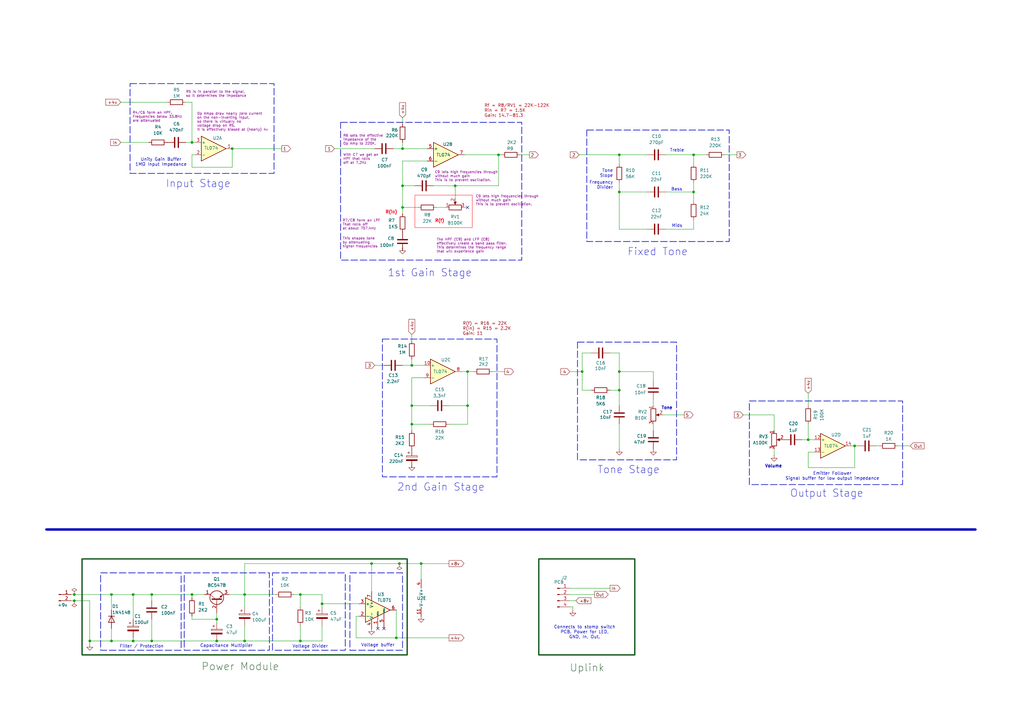
<source format=kicad_sch>
(kicad_sch
	(version 20231120)
	(generator "eeschema")
	(generator_version "8.0")
	(uuid "00ec5c4d-5d33-4e41-b199-69420589ff7e")
	(paper "A3")
	(lib_symbols
		(symbol "Amplifier_Operational:TL071"
			(pin_names
				(offset 0.127)
			)
			(exclude_from_sim no)
			(in_bom yes)
			(on_board yes)
			(property "Reference" "U"
				(at 0 6.35 0)
				(effects
					(font
						(size 1.27 1.27)
					)
					(justify left)
				)
			)
			(property "Value" "TL071"
				(at 0 3.81 0)
				(effects
					(font
						(size 1.27 1.27)
					)
					(justify left)
				)
			)
			(property "Footprint" ""
				(at 1.27 1.27 0)
				(effects
					(font
						(size 1.27 1.27)
					)
					(hide yes)
				)
			)
			(property "Datasheet" "http://www.ti.com/lit/ds/symlink/tl071.pdf"
				(at 3.81 3.81 0)
				(effects
					(font
						(size 1.27 1.27)
					)
					(hide yes)
				)
			)
			(property "Description" "Single Low-Noise JFET-Input Operational Amplifiers, DIP-8/SOIC-8"
				(at 0 0 0)
				(effects
					(font
						(size 1.27 1.27)
					)
					(hide yes)
				)
			)
			(property "ki_keywords" "singel opamp"
				(at 0 0 0)
				(effects
					(font
						(size 1.27 1.27)
					)
					(hide yes)
				)
			)
			(property "ki_fp_filters" "SOIC*3.9x4.9mm*P1.27mm* DIP*W7.62mm* TSSOP*3x3mm*P0.65mm*"
				(at 0 0 0)
				(effects
					(font
						(size 1.27 1.27)
					)
					(hide yes)
				)
			)
			(symbol "TL071_0_1"
				(polyline
					(pts
						(xy -5.08 5.08) (xy 5.08 0) (xy -5.08 -5.08) (xy -5.08 5.08)
					)
					(stroke
						(width 0.254)
						(type default)
					)
					(fill
						(type background)
					)
				)
			)
			(symbol "TL071_1_1"
				(pin input line
					(at 0 -7.62 90)
					(length 5.08)
					(name "NULL"
						(effects
							(font
								(size 0.508 0.508)
							)
						)
					)
					(number "1"
						(effects
							(font
								(size 1.27 1.27)
							)
						)
					)
				)
				(pin input line
					(at -7.62 -2.54 0)
					(length 2.54)
					(name "-"
						(effects
							(font
								(size 1.27 1.27)
							)
						)
					)
					(number "2"
						(effects
							(font
								(size 1.27 1.27)
							)
						)
					)
				)
				(pin input line
					(at -7.62 2.54 0)
					(length 2.54)
					(name "+"
						(effects
							(font
								(size 1.27 1.27)
							)
						)
					)
					(number "3"
						(effects
							(font
								(size 1.27 1.27)
							)
						)
					)
				)
				(pin power_in line
					(at -2.54 -7.62 90)
					(length 3.81)
					(name "V-"
						(effects
							(font
								(size 1.27 1.27)
							)
						)
					)
					(number "4"
						(effects
							(font
								(size 1.27 1.27)
							)
						)
					)
				)
				(pin input line
					(at 2.54 -7.62 90)
					(length 6.35)
					(name "NULL"
						(effects
							(font
								(size 0.508 0.508)
							)
						)
					)
					(number "5"
						(effects
							(font
								(size 1.27 1.27)
							)
						)
					)
				)
				(pin output line
					(at 7.62 0 180)
					(length 2.54)
					(name "~"
						(effects
							(font
								(size 1.27 1.27)
							)
						)
					)
					(number "6"
						(effects
							(font
								(size 1.27 1.27)
							)
						)
					)
				)
				(pin power_in line
					(at -2.54 7.62 270)
					(length 3.81)
					(name "V+"
						(effects
							(font
								(size 1.27 1.27)
							)
						)
					)
					(number "7"
						(effects
							(font
								(size 1.27 1.27)
							)
						)
					)
				)
				(pin no_connect line
					(at 0 2.54 270)
					(length 2.54) hide
					(name "NC"
						(effects
							(font
								(size 1.27 1.27)
							)
						)
					)
					(number "8"
						(effects
							(font
								(size 1.27 1.27)
							)
						)
					)
				)
			)
		)
		(symbol "Amplifier_Operational:TL074"
			(pin_names
				(offset 0.127)
			)
			(exclude_from_sim no)
			(in_bom yes)
			(on_board yes)
			(property "Reference" "U"
				(at 0 5.08 0)
				(effects
					(font
						(size 1.27 1.27)
					)
					(justify left)
				)
			)
			(property "Value" "TL074"
				(at 0 -5.08 0)
				(effects
					(font
						(size 1.27 1.27)
					)
					(justify left)
				)
			)
			(property "Footprint" ""
				(at -1.27 2.54 0)
				(effects
					(font
						(size 1.27 1.27)
					)
					(hide yes)
				)
			)
			(property "Datasheet" "http://www.ti.com/lit/ds/symlink/tl071.pdf"
				(at 1.27 5.08 0)
				(effects
					(font
						(size 1.27 1.27)
					)
					(hide yes)
				)
			)
			(property "Description" "Quad Low-Noise JFET-Input Operational Amplifiers, DIP-14/SOIC-14"
				(at 0 0 0)
				(effects
					(font
						(size 1.27 1.27)
					)
					(hide yes)
				)
			)
			(property "ki_locked" ""
				(at 0 0 0)
				(effects
					(font
						(size 1.27 1.27)
					)
				)
			)
			(property "ki_keywords" "quad opamp"
				(at 0 0 0)
				(effects
					(font
						(size 1.27 1.27)
					)
					(hide yes)
				)
			)
			(property "ki_fp_filters" "SOIC*3.9x8.7mm*P1.27mm* DIP*W7.62mm* TSSOP*4.4x5mm*P0.65mm* SSOP*5.3x6.2mm*P0.65mm* MSOP*3x3mm*P0.5mm*"
				(at 0 0 0)
				(effects
					(font
						(size 1.27 1.27)
					)
					(hide yes)
				)
			)
			(symbol "TL074_1_1"
				(polyline
					(pts
						(xy -5.08 5.08) (xy 5.08 0) (xy -5.08 -5.08) (xy -5.08 5.08)
					)
					(stroke
						(width 0.254)
						(type default)
					)
					(fill
						(type background)
					)
				)
				(pin output line
					(at 7.62 0 180)
					(length 2.54)
					(name "~"
						(effects
							(font
								(size 1.27 1.27)
							)
						)
					)
					(number "1"
						(effects
							(font
								(size 1.27 1.27)
							)
						)
					)
				)
				(pin input line
					(at -7.62 -2.54 0)
					(length 2.54)
					(name "-"
						(effects
							(font
								(size 1.27 1.27)
							)
						)
					)
					(number "2"
						(effects
							(font
								(size 1.27 1.27)
							)
						)
					)
				)
				(pin input line
					(at -7.62 2.54 0)
					(length 2.54)
					(name "+"
						(effects
							(font
								(size 1.27 1.27)
							)
						)
					)
					(number "3"
						(effects
							(font
								(size 1.27 1.27)
							)
						)
					)
				)
			)
			(symbol "TL074_2_1"
				(polyline
					(pts
						(xy -5.08 5.08) (xy 5.08 0) (xy -5.08 -5.08) (xy -5.08 5.08)
					)
					(stroke
						(width 0.254)
						(type default)
					)
					(fill
						(type background)
					)
				)
				(pin input line
					(at -7.62 2.54 0)
					(length 2.54)
					(name "+"
						(effects
							(font
								(size 1.27 1.27)
							)
						)
					)
					(number "5"
						(effects
							(font
								(size 1.27 1.27)
							)
						)
					)
				)
				(pin input line
					(at -7.62 -2.54 0)
					(length 2.54)
					(name "-"
						(effects
							(font
								(size 1.27 1.27)
							)
						)
					)
					(number "6"
						(effects
							(font
								(size 1.27 1.27)
							)
						)
					)
				)
				(pin output line
					(at 7.62 0 180)
					(length 2.54)
					(name "~"
						(effects
							(font
								(size 1.27 1.27)
							)
						)
					)
					(number "7"
						(effects
							(font
								(size 1.27 1.27)
							)
						)
					)
				)
			)
			(symbol "TL074_3_1"
				(polyline
					(pts
						(xy -5.08 5.08) (xy 5.08 0) (xy -5.08 -5.08) (xy -5.08 5.08)
					)
					(stroke
						(width 0.254)
						(type default)
					)
					(fill
						(type background)
					)
				)
				(pin input line
					(at -7.62 2.54 0)
					(length 2.54)
					(name "+"
						(effects
							(font
								(size 1.27 1.27)
							)
						)
					)
					(number "10"
						(effects
							(font
								(size 1.27 1.27)
							)
						)
					)
				)
				(pin output line
					(at 7.62 0 180)
					(length 2.54)
					(name "~"
						(effects
							(font
								(size 1.27 1.27)
							)
						)
					)
					(number "8"
						(effects
							(font
								(size 1.27 1.27)
							)
						)
					)
				)
				(pin input line
					(at -7.62 -2.54 0)
					(length 2.54)
					(name "-"
						(effects
							(font
								(size 1.27 1.27)
							)
						)
					)
					(number "9"
						(effects
							(font
								(size 1.27 1.27)
							)
						)
					)
				)
			)
			(symbol "TL074_4_1"
				(polyline
					(pts
						(xy -5.08 5.08) (xy 5.08 0) (xy -5.08 -5.08) (xy -5.08 5.08)
					)
					(stroke
						(width 0.254)
						(type default)
					)
					(fill
						(type background)
					)
				)
				(pin input line
					(at -7.62 2.54 0)
					(length 2.54)
					(name "+"
						(effects
							(font
								(size 1.27 1.27)
							)
						)
					)
					(number "12"
						(effects
							(font
								(size 1.27 1.27)
							)
						)
					)
				)
				(pin input line
					(at -7.62 -2.54 0)
					(length 2.54)
					(name "-"
						(effects
							(font
								(size 1.27 1.27)
							)
						)
					)
					(number "13"
						(effects
							(font
								(size 1.27 1.27)
							)
						)
					)
				)
				(pin output line
					(at 7.62 0 180)
					(length 2.54)
					(name "~"
						(effects
							(font
								(size 1.27 1.27)
							)
						)
					)
					(number "14"
						(effects
							(font
								(size 1.27 1.27)
							)
						)
					)
				)
			)
			(symbol "TL074_5_1"
				(pin power_in line
					(at -2.54 -7.62 90)
					(length 3.81)
					(name "V-"
						(effects
							(font
								(size 1.27 1.27)
							)
						)
					)
					(number "11"
						(effects
							(font
								(size 1.27 1.27)
							)
						)
					)
				)
				(pin power_in line
					(at -2.54 7.62 270)
					(length 3.81)
					(name "V+"
						(effects
							(font
								(size 1.27 1.27)
							)
						)
					)
					(number "4"
						(effects
							(font
								(size 1.27 1.27)
							)
						)
					)
				)
			)
		)
		(symbol "Connector:Conn_01x02_Pin"
			(pin_names
				(offset 1.016) hide)
			(exclude_from_sim no)
			(in_bom yes)
			(on_board yes)
			(property "Reference" "J"
				(at 0 2.54 0)
				(effects
					(font
						(size 1.27 1.27)
					)
				)
			)
			(property "Value" "Conn_01x02_Pin"
				(at 0 -5.08 0)
				(effects
					(font
						(size 1.27 1.27)
					)
				)
			)
			(property "Footprint" ""
				(at 0 0 0)
				(effects
					(font
						(size 1.27 1.27)
					)
					(hide yes)
				)
			)
			(property "Datasheet" "~"
				(at 0 0 0)
				(effects
					(font
						(size 1.27 1.27)
					)
					(hide yes)
				)
			)
			(property "Description" "Generic connector, single row, 01x02, script generated"
				(at 0 0 0)
				(effects
					(font
						(size 1.27 1.27)
					)
					(hide yes)
				)
			)
			(property "ki_locked" ""
				(at 0 0 0)
				(effects
					(font
						(size 1.27 1.27)
					)
				)
			)
			(property "ki_keywords" "connector"
				(at 0 0 0)
				(effects
					(font
						(size 1.27 1.27)
					)
					(hide yes)
				)
			)
			(property "ki_fp_filters" "Connector*:*_1x??_*"
				(at 0 0 0)
				(effects
					(font
						(size 1.27 1.27)
					)
					(hide yes)
				)
			)
			(symbol "Conn_01x02_Pin_1_1"
				(polyline
					(pts
						(xy 1.27 -2.54) (xy 0.8636 -2.54)
					)
					(stroke
						(width 0.1524)
						(type default)
					)
					(fill
						(type none)
					)
				)
				(polyline
					(pts
						(xy 1.27 0) (xy 0.8636 0)
					)
					(stroke
						(width 0.1524)
						(type default)
					)
					(fill
						(type none)
					)
				)
				(rectangle
					(start 0.8636 -2.413)
					(end 0 -2.667)
					(stroke
						(width 0.1524)
						(type default)
					)
					(fill
						(type outline)
					)
				)
				(rectangle
					(start 0.8636 0.127)
					(end 0 -0.127)
					(stroke
						(width 0.1524)
						(type default)
					)
					(fill
						(type outline)
					)
				)
				(pin passive line
					(at 5.08 0 180)
					(length 3.81)
					(name "Pin_1"
						(effects
							(font
								(size 1.27 1.27)
							)
						)
					)
					(number "1"
						(effects
							(font
								(size 1.27 1.27)
							)
						)
					)
				)
				(pin passive line
					(at 5.08 -2.54 180)
					(length 3.81)
					(name "Pin_2"
						(effects
							(font
								(size 1.27 1.27)
							)
						)
					)
					(number "2"
						(effects
							(font
								(size 1.27 1.27)
							)
						)
					)
				)
			)
		)
		(symbol "Connector:Conn_01x04_Pin"
			(pin_names
				(offset 1.016) hide)
			(exclude_from_sim no)
			(in_bom yes)
			(on_board yes)
			(property "Reference" "J"
				(at 0 5.08 0)
				(effects
					(font
						(size 1.27 1.27)
					)
				)
			)
			(property "Value" "Conn_01x04_Pin"
				(at 0 -7.62 0)
				(effects
					(font
						(size 1.27 1.27)
					)
				)
			)
			(property "Footprint" ""
				(at 0 0 0)
				(effects
					(font
						(size 1.27 1.27)
					)
					(hide yes)
				)
			)
			(property "Datasheet" "~"
				(at 0 0 0)
				(effects
					(font
						(size 1.27 1.27)
					)
					(hide yes)
				)
			)
			(property "Description" "Generic connector, single row, 01x04, script generated"
				(at 0 0 0)
				(effects
					(font
						(size 1.27 1.27)
					)
					(hide yes)
				)
			)
			(property "ki_locked" ""
				(at 0 0 0)
				(effects
					(font
						(size 1.27 1.27)
					)
				)
			)
			(property "ki_keywords" "connector"
				(at 0 0 0)
				(effects
					(font
						(size 1.27 1.27)
					)
					(hide yes)
				)
			)
			(property "ki_fp_filters" "Connector*:*_1x??_*"
				(at 0 0 0)
				(effects
					(font
						(size 1.27 1.27)
					)
					(hide yes)
				)
			)
			(symbol "Conn_01x04_Pin_1_1"
				(polyline
					(pts
						(xy 1.27 -5.08) (xy 0.8636 -5.08)
					)
					(stroke
						(width 0.1524)
						(type default)
					)
					(fill
						(type none)
					)
				)
				(polyline
					(pts
						(xy 1.27 -2.54) (xy 0.8636 -2.54)
					)
					(stroke
						(width 0.1524)
						(type default)
					)
					(fill
						(type none)
					)
				)
				(polyline
					(pts
						(xy 1.27 0) (xy 0.8636 0)
					)
					(stroke
						(width 0.1524)
						(type default)
					)
					(fill
						(type none)
					)
				)
				(polyline
					(pts
						(xy 1.27 2.54) (xy 0.8636 2.54)
					)
					(stroke
						(width 0.1524)
						(type default)
					)
					(fill
						(type none)
					)
				)
				(rectangle
					(start 0.8636 -4.953)
					(end 0 -5.207)
					(stroke
						(width 0.1524)
						(type default)
					)
					(fill
						(type outline)
					)
				)
				(rectangle
					(start 0.8636 -2.413)
					(end 0 -2.667)
					(stroke
						(width 0.1524)
						(type default)
					)
					(fill
						(type outline)
					)
				)
				(rectangle
					(start 0.8636 0.127)
					(end 0 -0.127)
					(stroke
						(width 0.1524)
						(type default)
					)
					(fill
						(type outline)
					)
				)
				(rectangle
					(start 0.8636 2.667)
					(end 0 2.413)
					(stroke
						(width 0.1524)
						(type default)
					)
					(fill
						(type outline)
					)
				)
				(pin passive line
					(at 5.08 2.54 180)
					(length 3.81)
					(name "Pin_1"
						(effects
							(font
								(size 1.27 1.27)
							)
						)
					)
					(number "1"
						(effects
							(font
								(size 1.27 1.27)
							)
						)
					)
				)
				(pin passive line
					(at 5.08 0 180)
					(length 3.81)
					(name "Pin_2"
						(effects
							(font
								(size 1.27 1.27)
							)
						)
					)
					(number "2"
						(effects
							(font
								(size 1.27 1.27)
							)
						)
					)
				)
				(pin passive line
					(at 5.08 -2.54 180)
					(length 3.81)
					(name "Pin_3"
						(effects
							(font
								(size 1.27 1.27)
							)
						)
					)
					(number "3"
						(effects
							(font
								(size 1.27 1.27)
							)
						)
					)
				)
				(pin passive line
					(at 5.08 -5.08 180)
					(length 3.81)
					(name "Pin_4"
						(effects
							(font
								(size 1.27 1.27)
							)
						)
					)
					(number "4"
						(effects
							(font
								(size 1.27 1.27)
							)
						)
					)
				)
			)
		)
		(symbol "Device:C"
			(pin_numbers hide)
			(pin_names
				(offset 0.254)
			)
			(exclude_from_sim no)
			(in_bom yes)
			(on_board yes)
			(property "Reference" "C"
				(at 0.635 2.54 0)
				(effects
					(font
						(size 1.27 1.27)
					)
					(justify left)
				)
			)
			(property "Value" "C"
				(at 0.635 -2.54 0)
				(effects
					(font
						(size 1.27 1.27)
					)
					(justify left)
				)
			)
			(property "Footprint" ""
				(at 0.9652 -3.81 0)
				(effects
					(font
						(size 1.27 1.27)
					)
					(hide yes)
				)
			)
			(property "Datasheet" "~"
				(at 0 0 0)
				(effects
					(font
						(size 1.27 1.27)
					)
					(hide yes)
				)
			)
			(property "Description" "Unpolarized capacitor"
				(at 0 0 0)
				(effects
					(font
						(size 1.27 1.27)
					)
					(hide yes)
				)
			)
			(property "ki_keywords" "cap capacitor"
				(at 0 0 0)
				(effects
					(font
						(size 1.27 1.27)
					)
					(hide yes)
				)
			)
			(property "ki_fp_filters" "C_*"
				(at 0 0 0)
				(effects
					(font
						(size 1.27 1.27)
					)
					(hide yes)
				)
			)
			(symbol "C_0_1"
				(polyline
					(pts
						(xy -2.032 -0.762) (xy 2.032 -0.762)
					)
					(stroke
						(width 0.508)
						(type default)
					)
					(fill
						(type none)
					)
				)
				(polyline
					(pts
						(xy -2.032 0.762) (xy 2.032 0.762)
					)
					(stroke
						(width 0.508)
						(type default)
					)
					(fill
						(type none)
					)
				)
			)
			(symbol "C_1_1"
				(pin passive line
					(at 0 3.81 270)
					(length 2.794)
					(name "~"
						(effects
							(font
								(size 1.27 1.27)
							)
						)
					)
					(number "1"
						(effects
							(font
								(size 1.27 1.27)
							)
						)
					)
				)
				(pin passive line
					(at 0 -3.81 90)
					(length 2.794)
					(name "~"
						(effects
							(font
								(size 1.27 1.27)
							)
						)
					)
					(number "2"
						(effects
							(font
								(size 1.27 1.27)
							)
						)
					)
				)
			)
		)
		(symbol "Device:C_Polarized"
			(pin_numbers hide)
			(pin_names
				(offset 0.254)
			)
			(exclude_from_sim no)
			(in_bom yes)
			(on_board yes)
			(property "Reference" "C"
				(at 0.635 2.54 0)
				(effects
					(font
						(size 1.27 1.27)
					)
					(justify left)
				)
			)
			(property "Value" "C_Polarized"
				(at 0.635 -2.54 0)
				(effects
					(font
						(size 1.27 1.27)
					)
					(justify left)
				)
			)
			(property "Footprint" ""
				(at 0.9652 -3.81 0)
				(effects
					(font
						(size 1.27 1.27)
					)
					(hide yes)
				)
			)
			(property "Datasheet" "~"
				(at 0 0 0)
				(effects
					(font
						(size 1.27 1.27)
					)
					(hide yes)
				)
			)
			(property "Description" "Polarized capacitor"
				(at 0 0 0)
				(effects
					(font
						(size 1.27 1.27)
					)
					(hide yes)
				)
			)
			(property "ki_keywords" "cap capacitor"
				(at 0 0 0)
				(effects
					(font
						(size 1.27 1.27)
					)
					(hide yes)
				)
			)
			(property "ki_fp_filters" "CP_*"
				(at 0 0 0)
				(effects
					(font
						(size 1.27 1.27)
					)
					(hide yes)
				)
			)
			(symbol "C_Polarized_0_1"
				(rectangle
					(start -2.286 0.508)
					(end 2.286 1.016)
					(stroke
						(width 0)
						(type default)
					)
					(fill
						(type none)
					)
				)
				(polyline
					(pts
						(xy -1.778 2.286) (xy -0.762 2.286)
					)
					(stroke
						(width 0)
						(type default)
					)
					(fill
						(type none)
					)
				)
				(polyline
					(pts
						(xy -1.27 2.794) (xy -1.27 1.778)
					)
					(stroke
						(width 0)
						(type default)
					)
					(fill
						(type none)
					)
				)
				(rectangle
					(start 2.286 -0.508)
					(end -2.286 -1.016)
					(stroke
						(width 0)
						(type default)
					)
					(fill
						(type outline)
					)
				)
			)
			(symbol "C_Polarized_1_1"
				(pin passive line
					(at 0 3.81 270)
					(length 2.794)
					(name "~"
						(effects
							(font
								(size 1.27 1.27)
							)
						)
					)
					(number "1"
						(effects
							(font
								(size 1.27 1.27)
							)
						)
					)
				)
				(pin passive line
					(at 0 -3.81 90)
					(length 2.794)
					(name "~"
						(effects
							(font
								(size 1.27 1.27)
							)
						)
					)
					(number "2"
						(effects
							(font
								(size 1.27 1.27)
							)
						)
					)
				)
			)
		)
		(symbol "Device:D"
			(pin_numbers hide)
			(pin_names
				(offset 1.016) hide)
			(exclude_from_sim no)
			(in_bom yes)
			(on_board yes)
			(property "Reference" "D"
				(at 0 2.54 0)
				(effects
					(font
						(size 1.27 1.27)
					)
				)
			)
			(property "Value" "D"
				(at 0 -2.54 0)
				(effects
					(font
						(size 1.27 1.27)
					)
				)
			)
			(property "Footprint" ""
				(at 0 0 0)
				(effects
					(font
						(size 1.27 1.27)
					)
					(hide yes)
				)
			)
			(property "Datasheet" "~"
				(at 0 0 0)
				(effects
					(font
						(size 1.27 1.27)
					)
					(hide yes)
				)
			)
			(property "Description" "Diode"
				(at 0 0 0)
				(effects
					(font
						(size 1.27 1.27)
					)
					(hide yes)
				)
			)
			(property "Sim.Device" "D"
				(at 0 0 0)
				(effects
					(font
						(size 1.27 1.27)
					)
					(hide yes)
				)
			)
			(property "Sim.Pins" "1=K 2=A"
				(at 0 0 0)
				(effects
					(font
						(size 1.27 1.27)
					)
					(hide yes)
				)
			)
			(property "ki_keywords" "diode"
				(at 0 0 0)
				(effects
					(font
						(size 1.27 1.27)
					)
					(hide yes)
				)
			)
			(property "ki_fp_filters" "TO-???* *_Diode_* *SingleDiode* D_*"
				(at 0 0 0)
				(effects
					(font
						(size 1.27 1.27)
					)
					(hide yes)
				)
			)
			(symbol "D_0_1"
				(polyline
					(pts
						(xy -1.27 1.27) (xy -1.27 -1.27)
					)
					(stroke
						(width 0.254)
						(type default)
					)
					(fill
						(type none)
					)
				)
				(polyline
					(pts
						(xy 1.27 0) (xy -1.27 0)
					)
					(stroke
						(width 0)
						(type default)
					)
					(fill
						(type none)
					)
				)
				(polyline
					(pts
						(xy 1.27 1.27) (xy 1.27 -1.27) (xy -1.27 0) (xy 1.27 1.27)
					)
					(stroke
						(width 0.254)
						(type default)
					)
					(fill
						(type none)
					)
				)
			)
			(symbol "D_1_1"
				(pin passive line
					(at -3.81 0 0)
					(length 2.54)
					(name "K"
						(effects
							(font
								(size 1.27 1.27)
							)
						)
					)
					(number "1"
						(effects
							(font
								(size 1.27 1.27)
							)
						)
					)
				)
				(pin passive line
					(at 3.81 0 180)
					(length 2.54)
					(name "A"
						(effects
							(font
								(size 1.27 1.27)
							)
						)
					)
					(number "2"
						(effects
							(font
								(size 1.27 1.27)
							)
						)
					)
				)
			)
		)
		(symbol "Device:R"
			(pin_numbers hide)
			(pin_names
				(offset 0)
			)
			(exclude_from_sim no)
			(in_bom yes)
			(on_board yes)
			(property "Reference" "R"
				(at 2.032 0 90)
				(effects
					(font
						(size 1.27 1.27)
					)
				)
			)
			(property "Value" "R"
				(at 0 0 90)
				(effects
					(font
						(size 1.27 1.27)
					)
				)
			)
			(property "Footprint" ""
				(at -1.778 0 90)
				(effects
					(font
						(size 1.27 1.27)
					)
					(hide yes)
				)
			)
			(property "Datasheet" "~"
				(at 0 0 0)
				(effects
					(font
						(size 1.27 1.27)
					)
					(hide yes)
				)
			)
			(property "Description" "Resistor"
				(at 0 0 0)
				(effects
					(font
						(size 1.27 1.27)
					)
					(hide yes)
				)
			)
			(property "ki_keywords" "R res resistor"
				(at 0 0 0)
				(effects
					(font
						(size 1.27 1.27)
					)
					(hide yes)
				)
			)
			(property "ki_fp_filters" "R_*"
				(at 0 0 0)
				(effects
					(font
						(size 1.27 1.27)
					)
					(hide yes)
				)
			)
			(symbol "R_0_1"
				(rectangle
					(start -1.016 -2.54)
					(end 1.016 2.54)
					(stroke
						(width 0.254)
						(type default)
					)
					(fill
						(type none)
					)
				)
			)
			(symbol "R_1_1"
				(pin passive line
					(at 0 3.81 270)
					(length 1.27)
					(name "~"
						(effects
							(font
								(size 1.27 1.27)
							)
						)
					)
					(number "1"
						(effects
							(font
								(size 1.27 1.27)
							)
						)
					)
				)
				(pin passive line
					(at 0 -3.81 90)
					(length 1.27)
					(name "~"
						(effects
							(font
								(size 1.27 1.27)
							)
						)
					)
					(number "2"
						(effects
							(font
								(size 1.27 1.27)
							)
						)
					)
				)
			)
		)
		(symbol "Device:R_Potentiometer"
			(pin_names
				(offset 1.016) hide)
			(exclude_from_sim no)
			(in_bom yes)
			(on_board yes)
			(property "Reference" "RV"
				(at -4.445 0 90)
				(effects
					(font
						(size 1.27 1.27)
					)
				)
			)
			(property "Value" "R_Potentiometer"
				(at -2.54 0 90)
				(effects
					(font
						(size 1.27 1.27)
					)
				)
			)
			(property "Footprint" ""
				(at 0 0 0)
				(effects
					(font
						(size 1.27 1.27)
					)
					(hide yes)
				)
			)
			(property "Datasheet" "~"
				(at 0 0 0)
				(effects
					(font
						(size 1.27 1.27)
					)
					(hide yes)
				)
			)
			(property "Description" "Potentiometer"
				(at 0 0 0)
				(effects
					(font
						(size 1.27 1.27)
					)
					(hide yes)
				)
			)
			(property "ki_keywords" "resistor variable"
				(at 0 0 0)
				(effects
					(font
						(size 1.27 1.27)
					)
					(hide yes)
				)
			)
			(property "ki_fp_filters" "Potentiometer*"
				(at 0 0 0)
				(effects
					(font
						(size 1.27 1.27)
					)
					(hide yes)
				)
			)
			(symbol "R_Potentiometer_0_1"
				(polyline
					(pts
						(xy 2.54 0) (xy 1.524 0)
					)
					(stroke
						(width 0)
						(type default)
					)
					(fill
						(type none)
					)
				)
				(polyline
					(pts
						(xy 1.143 0) (xy 2.286 0.508) (xy 2.286 -0.508) (xy 1.143 0)
					)
					(stroke
						(width 0)
						(type default)
					)
					(fill
						(type outline)
					)
				)
				(rectangle
					(start 1.016 2.54)
					(end -1.016 -2.54)
					(stroke
						(width 0.254)
						(type default)
					)
					(fill
						(type none)
					)
				)
			)
			(symbol "R_Potentiometer_1_1"
				(pin passive line
					(at 0 3.81 270)
					(length 1.27)
					(name "1"
						(effects
							(font
								(size 1.27 1.27)
							)
						)
					)
					(number "1"
						(effects
							(font
								(size 1.27 1.27)
							)
						)
					)
				)
				(pin passive line
					(at 3.81 0 180)
					(length 1.27)
					(name "2"
						(effects
							(font
								(size 1.27 1.27)
							)
						)
					)
					(number "2"
						(effects
							(font
								(size 1.27 1.27)
							)
						)
					)
				)
				(pin passive line
					(at 0 -3.81 90)
					(length 1.27)
					(name "3"
						(effects
							(font
								(size 1.27 1.27)
							)
						)
					)
					(number "3"
						(effects
							(font
								(size 1.27 1.27)
							)
						)
					)
				)
			)
		)
		(symbol "Transistor_BJT:BC547"
			(pin_names
				(offset 0) hide)
			(exclude_from_sim no)
			(in_bom yes)
			(on_board yes)
			(property "Reference" "Q"
				(at 5.08 1.905 0)
				(effects
					(font
						(size 1.27 1.27)
					)
					(justify left)
				)
			)
			(property "Value" "BC547"
				(at 5.08 0 0)
				(effects
					(font
						(size 1.27 1.27)
					)
					(justify left)
				)
			)
			(property "Footprint" "Package_TO_SOT_THT:TO-92_Inline"
				(at 5.08 -1.905 0)
				(effects
					(font
						(size 1.27 1.27)
						(italic yes)
					)
					(justify left)
					(hide yes)
				)
			)
			(property "Datasheet" "https://www.onsemi.com/pub/Collateral/BC550-D.pdf"
				(at 0 0 0)
				(effects
					(font
						(size 1.27 1.27)
					)
					(justify left)
					(hide yes)
				)
			)
			(property "Description" "0.1A Ic, 45V Vce, Small Signal NPN Transistor, TO-92"
				(at 0 0 0)
				(effects
					(font
						(size 1.27 1.27)
					)
					(hide yes)
				)
			)
			(property "ki_keywords" "NPN Transistor"
				(at 0 0 0)
				(effects
					(font
						(size 1.27 1.27)
					)
					(hide yes)
				)
			)
			(property "ki_fp_filters" "TO?92*"
				(at 0 0 0)
				(effects
					(font
						(size 1.27 1.27)
					)
					(hide yes)
				)
			)
			(symbol "BC547_0_1"
				(polyline
					(pts
						(xy 0 0) (xy 0.635 0)
					)
					(stroke
						(width 0)
						(type default)
					)
					(fill
						(type none)
					)
				)
				(polyline
					(pts
						(xy 0.635 0.635) (xy 2.54 2.54)
					)
					(stroke
						(width 0)
						(type default)
					)
					(fill
						(type none)
					)
				)
				(polyline
					(pts
						(xy 0.635 -0.635) (xy 2.54 -2.54) (xy 2.54 -2.54)
					)
					(stroke
						(width 0)
						(type default)
					)
					(fill
						(type none)
					)
				)
				(polyline
					(pts
						(xy 0.635 1.905) (xy 0.635 -1.905) (xy 0.635 -1.905)
					)
					(stroke
						(width 0.508)
						(type default)
					)
					(fill
						(type none)
					)
				)
				(polyline
					(pts
						(xy 1.27 -1.778) (xy 1.778 -1.27) (xy 2.286 -2.286) (xy 1.27 -1.778) (xy 1.27 -1.778)
					)
					(stroke
						(width 0)
						(type default)
					)
					(fill
						(type outline)
					)
				)
				(circle
					(center 1.27 0)
					(radius 2.8194)
					(stroke
						(width 0.254)
						(type default)
					)
					(fill
						(type none)
					)
				)
			)
			(symbol "BC547_1_1"
				(pin passive line
					(at 2.54 5.08 270)
					(length 2.54)
					(name "C"
						(effects
							(font
								(size 1.27 1.27)
							)
						)
					)
					(number "1"
						(effects
							(font
								(size 1.27 1.27)
							)
						)
					)
				)
				(pin input line
					(at -5.08 0 0)
					(length 5.08)
					(name "B"
						(effects
							(font
								(size 1.27 1.27)
							)
						)
					)
					(number "2"
						(effects
							(font
								(size 1.27 1.27)
							)
						)
					)
				)
				(pin passive line
					(at 2.54 -5.08 90)
					(length 2.54)
					(name "E"
						(effects
							(font
								(size 1.27 1.27)
							)
						)
					)
					(number "3"
						(effects
							(font
								(size 1.27 1.27)
							)
						)
					)
				)
			)
		)
		(symbol "power:GND"
			(power)
			(pin_numbers hide)
			(pin_names
				(offset 0) hide)
			(exclude_from_sim no)
			(in_bom yes)
			(on_board yes)
			(property "Reference" "#PWR"
				(at 0 -6.35 0)
				(effects
					(font
						(size 1.27 1.27)
					)
					(hide yes)
				)
			)
			(property "Value" "GND"
				(at 0 -3.81 0)
				(effects
					(font
						(size 1.27 1.27)
					)
				)
			)
			(property "Footprint" ""
				(at 0 0 0)
				(effects
					(font
						(size 1.27 1.27)
					)
					(hide yes)
				)
			)
			(property "Datasheet" ""
				(at 0 0 0)
				(effects
					(font
						(size 1.27 1.27)
					)
					(hide yes)
				)
			)
			(property "Description" "Power symbol creates a global label with name \"GND\" , ground"
				(at 0 0 0)
				(effects
					(font
						(size 1.27 1.27)
					)
					(hide yes)
				)
			)
			(property "ki_keywords" "global power"
				(at 0 0 0)
				(effects
					(font
						(size 1.27 1.27)
					)
					(hide yes)
				)
			)
			(symbol "GND_0_1"
				(polyline
					(pts
						(xy 0 0) (xy 0 -1.27) (xy 1.27 -1.27) (xy 0 -2.54) (xy -1.27 -1.27) (xy 0 -1.27)
					)
					(stroke
						(width 0)
						(type default)
					)
					(fill
						(type none)
					)
				)
			)
			(symbol "GND_1_1"
				(pin power_in line
					(at 0 0 270)
					(length 0)
					(name "~"
						(effects
							(font
								(size 1.27 1.27)
							)
						)
					)
					(number "1"
						(effects
							(font
								(size 1.27 1.27)
							)
						)
					)
				)
			)
		)
		(symbol "power:PWR_FLAG"
			(power)
			(pin_numbers hide)
			(pin_names
				(offset 0) hide)
			(exclude_from_sim no)
			(in_bom yes)
			(on_board yes)
			(property "Reference" "#FLG"
				(at 0 1.905 0)
				(effects
					(font
						(size 1.27 1.27)
					)
					(hide yes)
				)
			)
			(property "Value" "PWR_FLAG"
				(at 0 3.81 0)
				(effects
					(font
						(size 1.27 1.27)
					)
				)
			)
			(property "Footprint" ""
				(at 0 0 0)
				(effects
					(font
						(size 1.27 1.27)
					)
					(hide yes)
				)
			)
			(property "Datasheet" "~"
				(at 0 0 0)
				(effects
					(font
						(size 1.27 1.27)
					)
					(hide yes)
				)
			)
			(property "Description" "Special symbol for telling ERC where power comes from"
				(at 0 0 0)
				(effects
					(font
						(size 1.27 1.27)
					)
					(hide yes)
				)
			)
			(property "ki_keywords" "flag power"
				(at 0 0 0)
				(effects
					(font
						(size 1.27 1.27)
					)
					(hide yes)
				)
			)
			(symbol "PWR_FLAG_0_0"
				(pin power_out line
					(at 0 0 90)
					(length 0)
					(name "~"
						(effects
							(font
								(size 1.27 1.27)
							)
						)
					)
					(number "1"
						(effects
							(font
								(size 1.27 1.27)
							)
						)
					)
				)
			)
			(symbol "PWR_FLAG_0_1"
				(polyline
					(pts
						(xy 0 0) (xy 0 1.27) (xy -1.016 1.905) (xy 0 2.54) (xy 1.016 1.905) (xy 0 1.27)
					)
					(stroke
						(width 0)
						(type default)
					)
					(fill
						(type none)
					)
				)
			)
		)
	)
	(junction
		(at 172.72 231.14)
		(diameter 0)
		(color 0 0 0 0)
		(uuid "0b77be77-687e-49fb-b683-b284c7b99f7c")
	)
	(junction
		(at 165.1 85.09)
		(diameter 0)
		(color 0 0 0 0)
		(uuid "12e371ee-a373-4bac-a35b-a47949a5b053")
	)
	(junction
		(at 254 63.5)
		(diameter 0)
		(color 0 0 0 0)
		(uuid "131d5d8a-ec0e-4110-995d-09ae290ec03f")
	)
	(junction
		(at 168.91 166.37)
		(diameter 0)
		(color 0 0 0 0)
		(uuid "21a25f5e-9319-460f-b188-6e7f84c13f49")
	)
	(junction
		(at 254 160.02)
		(diameter 0)
		(color 0 0 0 0)
		(uuid "277651e8-3b87-4f4d-83db-6bf1b4f5a7fa")
	)
	(junction
		(at 204.47 63.5)
		(diameter 0)
		(color 0 0 0 0)
		(uuid "27e06983-e6ba-4e7f-a0b8-6954b736972c")
	)
	(junction
		(at 45.72 243.84)
		(diameter 0)
		(color 0 0 0 0)
		(uuid "28f8e642-4f5e-480e-9f9f-db14c86070a0")
	)
	(junction
		(at 168.91 149.86)
		(diameter 0)
		(color 0 0 0 0)
		(uuid "2db68198-bd99-432c-998d-05fba54a29fb")
	)
	(junction
		(at 88.9 254)
		(diameter 0)
		(color 0 0 0 0)
		(uuid "2fb88751-d025-40d6-89a5-c0a0a7561a9e")
	)
	(junction
		(at 165.1 76.2)
		(diameter 0)
		(color 0 0 0 0)
		(uuid "3245c9fb-437c-4609-8681-09f2f005e657")
	)
	(junction
		(at 54.61 262.89)
		(diameter 0)
		(color 0 0 0 0)
		(uuid "5d74adeb-1fb6-4dc1-aa74-8a3730f6ce83")
	)
	(junction
		(at 78.74 243.84)
		(diameter 0)
		(color 0 0 0 0)
		(uuid "5dfbf144-feba-4a74-bd7a-a967f53b4dc5")
	)
	(junction
		(at 163.83 231.14)
		(diameter 0)
		(color 0 0 0 0)
		(uuid "625f0d28-707f-4ebf-842c-144012fda7ab")
	)
	(junction
		(at 36.83 262.89)
		(diameter 0)
		(color 0 0 0 0)
		(uuid "6450049d-f0f0-4a01-ab51-155daaa5e744")
	)
	(junction
		(at 62.23 243.84)
		(diameter 0)
		(color 0 0 0 0)
		(uuid "67bc2d36-e2f0-40ac-9dd0-8de7957fee85")
	)
	(junction
		(at 123.19 243.84)
		(diameter 0)
		(color 0 0 0 0)
		(uuid "688cb5c1-8054-478a-a15e-d29e8524a6cf")
	)
	(junction
		(at 284.48 78.74)
		(diameter 0)
		(color 0 0 0 0)
		(uuid "760ed85a-83a6-4567-8c23-8a7bfde5f39e")
	)
	(junction
		(at 238.76 152.4)
		(diameter 0)
		(color 0 0 0 0)
		(uuid "7f2740af-c172-4e08-88e7-6ac52e612784")
	)
	(junction
		(at 186.69 76.2)
		(diameter 0)
		(color 0 0 0 0)
		(uuid "85df20e9-6506-4486-929e-9bd13effecc1")
	)
	(junction
		(at 95.25 60.96)
		(diameter 0)
		(color 0 0 0 0)
		(uuid "8ac4be71-1616-4f31-86ca-11343b6fac0c")
	)
	(junction
		(at 62.23 262.89)
		(diameter 0)
		(color 0 0 0 0)
		(uuid "8d1fdb33-fe44-4696-9340-25eebf0e0ecd")
	)
	(junction
		(at 331.47 180.34)
		(diameter 0)
		(color 0 0 0 0)
		(uuid "8d4255d4-4e85-43b3-9269-a9228d5098e9")
	)
	(junction
		(at 350.52 182.88)
		(diameter 0)
		(color 0 0 0 0)
		(uuid "95004d3d-4eef-40f0-9ec1-6e93b1a4ce3f")
	)
	(junction
		(at 30.48 243.84)
		(diameter 0)
		(color 0 0 0 0)
		(uuid "a16f3509-7c53-46ea-8347-a76af76cc0df")
	)
	(junction
		(at 254 152.4)
		(diameter 0)
		(color 0 0 0 0)
		(uuid "a84fbb6f-6990-4e81-8d34-5488b75c146c")
	)
	(junction
		(at 88.9 262.89)
		(diameter 0)
		(color 0 0 0 0)
		(uuid "ace8c311-1f63-433a-a9d9-7b0694707ddf")
	)
	(junction
		(at 168.91 173.99)
		(diameter 0)
		(color 0 0 0 0)
		(uuid "aecbe67b-ab2c-4bf4-8f25-3f2f13816df7")
	)
	(junction
		(at 191.77 166.37)
		(diameter 0)
		(color 0 0 0 0)
		(uuid "b92425d3-7a91-400f-b976-d0e1d356c3d5")
	)
	(junction
		(at 100.33 262.89)
		(diameter 0)
		(color 0 0 0 0)
		(uuid "b96ad3d2-7a09-4bd1-8548-9dc09c1cf27f")
	)
	(junction
		(at 78.74 58.42)
		(diameter 0)
		(color 0 0 0 0)
		(uuid "c1377351-ca34-4148-9243-8d4b8b75895e")
	)
	(junction
		(at 132.08 247.65)
		(diameter 0)
		(color 0 0 0 0)
		(uuid "c9530413-aa6f-4934-92b7-596fcd9e3b24")
	)
	(junction
		(at 284.48 63.5)
		(diameter 0)
		(color 0 0 0 0)
		(uuid "c9c6e5ff-a79b-40de-9431-6e76812c0587")
	)
	(junction
		(at 30.48 246.38)
		(diameter 0)
		(color 0 0 0 0)
		(uuid "d761c40f-6930-48f6-a4df-43143abc1ca5")
	)
	(junction
		(at 45.72 262.89)
		(diameter 0)
		(color 0 0 0 0)
		(uuid "df8738f9-0391-490f-8c8b-22c558cff3bc")
	)
	(junction
		(at 100.33 243.84)
		(diameter 0)
		(color 0 0 0 0)
		(uuid "e7971915-77c7-4e3f-98e8-1a3b395df24a")
	)
	(junction
		(at 54.61 243.84)
		(diameter 0)
		(color 0 0 0 0)
		(uuid "e98e8102-c1a0-4c02-9ec9-7bb9877f5922")
	)
	(junction
		(at 123.19 262.89)
		(diameter 0)
		(color 0 0 0 0)
		(uuid "ebcf91fd-8d83-4ac1-8c95-7acc4ce366d4")
	)
	(junction
		(at 254 78.74)
		(diameter 0)
		(color 0 0 0 0)
		(uuid "ed952829-23cd-4643-a291-75126784848f")
	)
	(junction
		(at 152.4 231.14)
		(diameter 0)
		(color 0 0 0 0)
		(uuid "f20e5327-d280-4c6c-a39d-293bd4e37cfe")
	)
	(junction
		(at 162.56 261.62)
		(diameter 0)
		(color 0 0 0 0)
		(uuid "f237c611-89f3-4811-b0b9-16397ef3a930")
	)
	(junction
		(at 165.1 60.96)
		(diameter 0)
		(color 0 0 0 0)
		(uuid "fa094175-9d6a-45ea-bb32-42426ef1ee1a")
	)
	(junction
		(at 191.77 152.4)
		(diameter 0)
		(color 0 0 0 0)
		(uuid "fa42a682-8229-44d2-9664-458a8ef67699")
	)
	(no_connect
		(at 157.48 257.81)
		(uuid "b5cdca97-c452-43f0-a69f-8d844bb82800")
	)
	(no_connect
		(at 191.77 85.09)
		(uuid "b979028d-33cf-428c-ac2a-72bb3bb7c879")
	)
	(no_connect
		(at 154.94 257.81)
		(uuid "d990be21-ff30-4d86-81ea-2a299282a258")
	)
	(wire
		(pts
			(xy 49.53 58.42) (xy 60.96 58.42)
		)
		(stroke
			(width 0)
			(type default)
		)
		(uuid "0175c3f7-dc6e-4775-adec-daac7930c7f6")
	)
	(wire
		(pts
			(xy 284.48 63.5) (xy 289.56 63.5)
		)
		(stroke
			(width 0)
			(type default)
		)
		(uuid "044d7538-9564-4a68-8ac5-e75baa76e70a")
	)
	(wire
		(pts
			(xy 331.47 185.42) (xy 334.01 185.42)
		)
		(stroke
			(width 0)
			(type default)
		)
		(uuid "072bc6c2-b2ec-4411-9bbd-6b027d191cf7")
	)
	(wire
		(pts
			(xy 273.05 63.5) (xy 284.48 63.5)
		)
		(stroke
			(width 0)
			(type default)
		)
		(uuid "0827ff01-7d56-4c5e-98b5-5b9f56b45b98")
	)
	(wire
		(pts
			(xy 204.47 63.5) (xy 205.74 63.5)
		)
		(stroke
			(width 0)
			(type default)
		)
		(uuid "09d6e8b9-c3d6-4d21-bc88-1bd4d080c7be")
	)
	(wire
		(pts
			(xy 168.91 166.37) (xy 176.53 166.37)
		)
		(stroke
			(width 0)
			(type default)
		)
		(uuid "0a200006-dc6a-44f2-837d-fee6ac22c4a4")
	)
	(wire
		(pts
			(xy 54.61 261.62) (xy 54.61 262.89)
		)
		(stroke
			(width 0)
			(type default)
		)
		(uuid "0c720e18-2cb8-4bf7-b634-a2d979738ebe")
	)
	(wire
		(pts
			(xy 350.52 182.88) (xy 350.52 191.77)
		)
		(stroke
			(width 0)
			(type default)
		)
		(uuid "18490b99-dd66-4ff3-a690-9d1f159925c8")
	)
	(wire
		(pts
			(xy 36.83 262.89) (xy 45.72 262.89)
		)
		(stroke
			(width 0)
			(type default)
		)
		(uuid "18775976-ab8b-427f-ae4d-6ab368b1669c")
	)
	(wire
		(pts
			(xy 331.47 173.99) (xy 331.47 180.34)
		)
		(stroke
			(width 0)
			(type default)
		)
		(uuid "1b199960-8619-493a-8374-ddcb961ec7f5")
	)
	(wire
		(pts
			(xy 132.08 256.54) (xy 132.08 262.89)
		)
		(stroke
			(width 0)
			(type default)
		)
		(uuid "1d7cbcca-a50f-4d7c-bf27-d9772a2324a6")
	)
	(wire
		(pts
			(xy 123.19 262.89) (xy 132.08 262.89)
		)
		(stroke
			(width 0)
			(type default)
		)
		(uuid "1dbb8962-db25-4e7f-b23f-7218b008159b")
	)
	(wire
		(pts
			(xy 30.48 246.38) (xy 36.83 246.38)
		)
		(stroke
			(width 0)
			(type default)
		)
		(uuid "1e356171-8554-4a91-8f6a-fdf57eaf32f7")
	)
	(wire
		(pts
			(xy 284.48 90.17) (xy 284.48 93.98)
		)
		(stroke
			(width 0)
			(type default)
		)
		(uuid "1fc43bd3-3c57-4a93-a7d2-440aec8e80cd")
	)
	(wire
		(pts
			(xy 132.08 247.65) (xy 147.32 247.65)
		)
		(stroke
			(width 0)
			(type default)
		)
		(uuid "20060cf5-e8e6-4c8b-9ea5-e6c7b177b96f")
	)
	(wire
		(pts
			(xy 45.72 250.19) (xy 45.72 243.84)
		)
		(stroke
			(width 0)
			(type default)
		)
		(uuid "21c8ca89-d575-4d62-b238-363e80ca140b")
	)
	(wire
		(pts
			(xy 100.33 231.14) (xy 152.4 231.14)
		)
		(stroke
			(width 0)
			(type default)
		)
		(uuid "22cc7a77-1d3a-4fc2-9197-eeb757d9711b")
	)
	(wire
		(pts
			(xy 190.5 85.09) (xy 191.77 85.09)
		)
		(stroke
			(width 0)
			(type default)
		)
		(uuid "23774536-7e1f-4039-b60c-4f0d7f0125d2")
	)
	(wire
		(pts
			(xy 88.9 254) (xy 88.9 255.27)
		)
		(stroke
			(width 0)
			(type default)
		)
		(uuid "2541b886-9898-48b1-9ba8-788255d234c9")
	)
	(wire
		(pts
			(xy 45.72 243.84) (xy 54.61 243.84)
		)
		(stroke
			(width 0)
			(type default)
		)
		(uuid "25c55f23-def9-4b7b-977a-a8dcd8568a71")
	)
	(wire
		(pts
			(xy 233.68 152.4) (xy 238.76 152.4)
		)
		(stroke
			(width 0)
			(type default)
		)
		(uuid "282304c7-05d2-43f8-883b-7999a68d5a80")
	)
	(wire
		(pts
			(xy 284.48 78.74) (xy 284.48 82.55)
		)
		(stroke
			(width 0)
			(type default)
		)
		(uuid "29252189-33ae-495a-8729-b72c164dd246")
	)
	(wire
		(pts
			(xy 132.08 243.84) (xy 132.08 247.65)
		)
		(stroke
			(width 0)
			(type default)
		)
		(uuid "2c7093c2-ed7f-460e-be02-930356c0a638")
	)
	(wire
		(pts
			(xy 297.18 63.5) (xy 302.26 63.5)
		)
		(stroke
			(width 0)
			(type default)
		)
		(uuid "2e121496-97f2-4674-b654-c85d16ca7f9f")
	)
	(wire
		(pts
			(xy 100.33 231.14) (xy 100.33 243.84)
		)
		(stroke
			(width 0)
			(type default)
		)
		(uuid "2f2478ae-5ece-473c-a93f-da3abd454d97")
	)
	(wire
		(pts
			(xy 168.91 173.99) (xy 168.91 166.37)
		)
		(stroke
			(width 0)
			(type default)
		)
		(uuid "31e70e71-57e9-4089-92de-041aae1c7c96")
	)
	(polyline
		(pts
			(xy 19.05 217.17) (xy 400.05 217.17)
		)
		(stroke
			(width 1.016)
			(type default)
		)
		(uuid "325eef10-e59f-49e7-bb55-1a87510699e8")
	)
	(wire
		(pts
			(xy 162.56 261.62) (xy 184.15 261.62)
		)
		(stroke
			(width 0)
			(type default)
		)
		(uuid "32b4d4ab-2905-47bb-91c1-23c4e05bf2a1")
	)
	(wire
		(pts
			(xy 152.4 231.14) (xy 152.4 242.57)
		)
		(stroke
			(width 0)
			(type default)
		)
		(uuid "350b4db7-ce6e-45e0-98ed-7d4c89f90b3c")
	)
	(wire
		(pts
			(xy 267.97 156.21) (xy 267.97 152.4)
		)
		(stroke
			(width 0)
			(type default)
		)
		(uuid "352ce00a-3de1-46be-891e-e15771c80c98")
	)
	(wire
		(pts
			(xy 331.47 161.29) (xy 331.47 166.37)
		)
		(stroke
			(width 0)
			(type default)
		)
		(uuid "3a255c2c-2b32-4db9-8d0b-5b02b16a7c19")
	)
	(wire
		(pts
			(xy 100.33 243.84) (xy 113.03 243.84)
		)
		(stroke
			(width 0)
			(type default)
		)
		(uuid "3b0b0214-49f2-4ec6-ade9-c5c2d3384f9c")
	)
	(wire
		(pts
			(xy 137.16 60.96) (xy 153.67 60.96)
		)
		(stroke
			(width 0)
			(type default)
		)
		(uuid "3d1156ce-01d7-4289-9fc0-a82371a5e27a")
	)
	(wire
		(pts
			(xy 80.01 63.5) (xy 78.74 63.5)
		)
		(stroke
			(width 0)
			(type default)
		)
		(uuid "3d371e27-ccb0-4593-9be8-879fb152d7b7")
	)
	(wire
		(pts
			(xy 368.3 182.88) (xy 373.38 182.88)
		)
		(stroke
			(width 0)
			(type default)
		)
		(uuid "3eb227a0-2fe2-476c-bb71-ca9a23d7d0e2")
	)
	(wire
		(pts
			(xy 317.5 184.15) (xy 317.5 186.69)
		)
		(stroke
			(width 0)
			(type default)
		)
		(uuid "42a732d9-b09d-4680-9afc-74837ef24a6b")
	)
	(wire
		(pts
			(xy 36.83 264.16) (xy 36.83 262.89)
		)
		(stroke
			(width 0)
			(type default)
		)
		(uuid "4479e392-2550-43bd-b56b-b4e83e580d03")
	)
	(wire
		(pts
			(xy 95.25 60.96) (xy 115.57 60.96)
		)
		(stroke
			(width 0)
			(type default)
		)
		(uuid "45597503-449e-48fd-9b9f-75f88d287e9d")
	)
	(wire
		(pts
			(xy 331.47 191.77) (xy 331.47 185.42)
		)
		(stroke
			(width 0)
			(type default)
		)
		(uuid "4610a9dd-f324-497d-a54b-06d490f14729")
	)
	(wire
		(pts
			(xy 62.23 243.84) (xy 62.23 246.38)
		)
		(stroke
			(width 0)
			(type default)
		)
		(uuid "48a9d58c-62e1-45b4-9e6a-2d80a652b2dd")
	)
	(wire
		(pts
			(xy 179.07 85.09) (xy 182.88 85.09)
		)
		(stroke
			(width 0)
			(type default)
		)
		(uuid "497cc37d-6be1-4621-b69c-554949667d43")
	)
	(wire
		(pts
			(xy 350.52 182.88) (xy 351.79 182.88)
		)
		(stroke
			(width 0)
			(type default)
		)
		(uuid "49f13df4-dd9c-451a-b327-859ff2baf6c2")
	)
	(wire
		(pts
			(xy 78.74 243.84) (xy 78.74 245.11)
		)
		(stroke
			(width 0)
			(type default)
		)
		(uuid "4ccc0dc8-ebea-48f4-a857-4fbb47d25576")
	)
	(wire
		(pts
			(xy 254 160.02) (xy 254 166.37)
		)
		(stroke
			(width 0)
			(type default)
		)
		(uuid "4ffd820f-2a89-4de2-a244-d5bd190f2d1c")
	)
	(wire
		(pts
			(xy 36.83 246.38) (xy 36.83 262.89)
		)
		(stroke
			(width 0)
			(type default)
		)
		(uuid "5125a41c-cb62-4cb4-a695-25e6d38a1b2e")
	)
	(wire
		(pts
			(xy 54.61 243.84) (xy 62.23 243.84)
		)
		(stroke
			(width 0)
			(type default)
		)
		(uuid "51c006a0-b279-4694-b609-fa3429d46798")
	)
	(wire
		(pts
			(xy 165.1 101.6) (xy 165.1 102.87)
		)
		(stroke
			(width 0)
			(type default)
		)
		(uuid "539568d5-de83-47d7-9f75-3dc49cec4268")
	)
	(wire
		(pts
			(xy 254 152.4) (xy 267.97 152.4)
		)
		(stroke
			(width 0)
			(type default)
		)
		(uuid "542b4cb4-3324-4a43-9f01-bc0a07595827")
	)
	(wire
		(pts
			(xy 233.68 241.3) (xy 250.19 241.3)
		)
		(stroke
			(width 0)
			(type default)
		)
		(uuid "57cb7a19-6dbe-4ff4-86de-442211c9b526")
	)
	(wire
		(pts
			(xy 233.68 248.92) (xy 234.95 248.92)
		)
		(stroke
			(width 0)
			(type default)
		)
		(uuid "5863bdfa-9fc3-4477-8bdc-0a88c01d4d0e")
	)
	(wire
		(pts
			(xy 186.69 76.2) (xy 204.47 76.2)
		)
		(stroke
			(width 0)
			(type default)
		)
		(uuid "5b16a9d8-f398-4ecc-9ef1-5501b4d6b665")
	)
	(wire
		(pts
			(xy 284.48 74.93) (xy 284.48 78.74)
		)
		(stroke
			(width 0)
			(type default)
		)
		(uuid "5c0637d1-4517-4d93-847d-549a83d36dfa")
	)
	(wire
		(pts
			(xy 146.05 252.73) (xy 146.05 261.62)
		)
		(stroke
			(width 0)
			(type default)
		)
		(uuid "5d618400-6d73-470e-9d45-350e1a1e1402")
	)
	(wire
		(pts
			(xy 165.1 76.2) (xy 165.1 85.09)
		)
		(stroke
			(width 0)
			(type default)
		)
		(uuid "5da6c6aa-b7e0-4878-9151-68e025b4189c")
	)
	(wire
		(pts
			(xy 54.61 262.89) (xy 62.23 262.89)
		)
		(stroke
			(width 0)
			(type default)
		)
		(uuid "5ed1a6a0-3f05-4342-851f-083b47a0b5f6")
	)
	(wire
		(pts
			(xy 254 173.99) (xy 254 184.15)
		)
		(stroke
			(width 0)
			(type default)
		)
		(uuid "62277280-3ad7-46f2-b3f9-b4d7610cbcf9")
	)
	(wire
		(pts
			(xy 317.5 170.18) (xy 317.5 176.53)
		)
		(stroke
			(width 0)
			(type default)
		)
		(uuid "637c9cde-6cee-4e56-b9cc-4916bfc033e5")
	)
	(wire
		(pts
			(xy 191.77 152.4) (xy 191.77 166.37)
		)
		(stroke
			(width 0)
			(type default)
		)
		(uuid "644e2972-5de6-4c76-9b49-7ebcc9a74187")
	)
	(wire
		(pts
			(xy 271.78 170.18) (xy 280.67 170.18)
		)
		(stroke
			(width 0)
			(type default)
		)
		(uuid "65045a09-daf1-4441-aa29-506dd8354626")
	)
	(wire
		(pts
			(xy 163.83 231.14) (xy 172.72 231.14)
		)
		(stroke
			(width 0)
			(type default)
		)
		(uuid "656cfabf-681b-4ec0-adbe-94f2a77fcff3")
	)
	(wire
		(pts
			(xy 254 144.78) (xy 254 152.4)
		)
		(stroke
			(width 0)
			(type default)
		)
		(uuid "659225af-abbc-4c4d-97eb-2fda5cda2508")
	)
	(wire
		(pts
			(xy 168.91 154.94) (xy 168.91 166.37)
		)
		(stroke
			(width 0)
			(type default)
		)
		(uuid "6662a21f-000c-423c-8650-5ccfd933adb0")
	)
	(wire
		(pts
			(xy 168.91 137.16) (xy 168.91 139.7)
		)
		(stroke
			(width 0)
			(type default)
		)
		(uuid "66de8395-5ebf-49ca-8f2b-f39843f44584")
	)
	(wire
		(pts
			(xy 184.15 166.37) (xy 191.77 166.37)
		)
		(stroke
			(width 0)
			(type default)
		)
		(uuid "67e7e3b2-5d7e-45e4-80eb-a7024260c2bd")
	)
	(wire
		(pts
			(xy 168.91 149.86) (xy 173.99 149.86)
		)
		(stroke
			(width 0)
			(type default)
		)
		(uuid "6d590e27-39d0-4dda-942a-1b2a602795a1")
	)
	(wire
		(pts
			(xy 238.76 152.4) (xy 238.76 160.02)
		)
		(stroke
			(width 0)
			(type default)
		)
		(uuid "6d676a27-f3fa-43f3-a7d5-a59aca697653")
	)
	(wire
		(pts
			(xy 267.97 163.83) (xy 267.97 166.37)
		)
		(stroke
			(width 0)
			(type default)
		)
		(uuid "700f611a-c6a2-4bca-aa3a-5a45f64d6cd1")
	)
	(wire
		(pts
			(xy 100.33 243.84) (xy 100.33 248.92)
		)
		(stroke
			(width 0)
			(type default)
		)
		(uuid "7191b130-d9d4-4fd7-90d4-dc5095c52ed5")
	)
	(wire
		(pts
			(xy 78.74 243.84) (xy 83.82 243.84)
		)
		(stroke
			(width 0)
			(type default)
		)
		(uuid "72b642a2-5f40-4091-947a-360d4fad8b7f")
	)
	(wire
		(pts
			(xy 254 63.5) (xy 254 67.31)
		)
		(stroke
			(width 0)
			(type default)
		)
		(uuid "7fa596cd-c876-4cf7-8324-d98876fc80ae")
	)
	(wire
		(pts
			(xy 204.47 63.5) (xy 204.47 76.2)
		)
		(stroke
			(width 0)
			(type default)
		)
		(uuid "807d00eb-f109-40b9-b306-f6d169644f1d")
	)
	(wire
		(pts
			(xy 93.98 243.84) (xy 100.33 243.84)
		)
		(stroke
			(width 0)
			(type default)
		)
		(uuid "810c4c78-4383-4e24-ba49-e13927e8b63a")
	)
	(wire
		(pts
			(xy 273.05 93.98) (xy 284.48 93.98)
		)
		(stroke
			(width 0)
			(type default)
		)
		(uuid "82ceee7d-75ce-428e-9eb4-3122a0d1067a")
	)
	(wire
		(pts
			(xy 250.19 144.78) (xy 254 144.78)
		)
		(stroke
			(width 0)
			(type default)
		)
		(uuid "83479cdc-0111-414f-8f3a-ee63ad8711db")
	)
	(wire
		(pts
			(xy 331.47 180.34) (xy 334.01 180.34)
		)
		(stroke
			(width 0)
			(type default)
		)
		(uuid "8556ac92-f57b-4e86-b163-dc9699d161bf")
	)
	(wire
		(pts
			(xy 213.36 63.5) (xy 217.17 63.5)
		)
		(stroke
			(width 0)
			(type default)
		)
		(uuid "87469ec8-859c-48cd-a9ca-5d3dc8e58829")
	)
	(wire
		(pts
			(xy 254 78.74) (xy 254 74.93)
		)
		(stroke
			(width 0)
			(type default)
		)
		(uuid "8780784b-225e-48c5-a915-bcbf30a70cde")
	)
	(wire
		(pts
			(xy 165.1 60.96) (xy 175.26 60.96)
		)
		(stroke
			(width 0)
			(type default)
		)
		(uuid "89dfa855-ddb3-473e-b7d2-4b4f25a50cae")
	)
	(wire
		(pts
			(xy 265.43 78.74) (xy 254 78.74)
		)
		(stroke
			(width 0)
			(type default)
		)
		(uuid "8ae01dea-8738-4fee-9ae2-fdc787527ac1")
	)
	(wire
		(pts
			(xy 349.25 182.88) (xy 350.52 182.88)
		)
		(stroke
			(width 0)
			(type default)
		)
		(uuid "8b78d5c5-ef4d-4b6b-a1ba-9e73a5076795")
	)
	(wire
		(pts
			(xy 95.25 60.96) (xy 95.25 68.58)
		)
		(stroke
			(width 0)
			(type default)
		)
		(uuid "9000a79c-563e-4125-a3be-b4d9c5517941")
	)
	(wire
		(pts
			(xy 273.05 78.74) (xy 284.48 78.74)
		)
		(stroke
			(width 0)
			(type default)
		)
		(uuid "913a944e-b0b4-4980-a8ac-e5065a8523ef")
	)
	(wire
		(pts
			(xy 62.23 262.89) (xy 88.9 262.89)
		)
		(stroke
			(width 0)
			(type default)
		)
		(uuid "934e066c-c527-4104-ba18-c457187e4c8d")
	)
	(wire
		(pts
			(xy 172.72 231.14) (xy 172.72 237.49)
		)
		(stroke
			(width 0)
			(type default)
		)
		(uuid "960ac501-2423-44cd-bcd3-0615d585afe2")
	)
	(wire
		(pts
			(xy 165.1 48.26) (xy 165.1 50.8)
		)
		(stroke
			(width 0)
			(type default)
		)
		(uuid "97b2ea0d-b24b-4313-8180-c688f884c3d7")
	)
	(wire
		(pts
			(xy 88.9 254) (xy 88.9 251.46)
		)
		(stroke
			(width 0)
			(type default)
		)
		(uuid "9c4990bb-be86-4c69-ba99-ee0676184186")
	)
	(wire
		(pts
			(xy 242.57 144.78) (xy 238.76 144.78)
		)
		(stroke
			(width 0)
			(type default)
		)
		(uuid "9e02168d-bb0e-4768-85b0-b82d62a5df6f")
	)
	(wire
		(pts
			(xy 78.74 252.73) (xy 78.74 254)
		)
		(stroke
			(width 0)
			(type default)
		)
		(uuid "9e9b67a9-8f2d-4894-b316-74b321bc9ba5")
	)
	(wire
		(pts
			(xy 191.77 173.99) (xy 191.77 166.37)
		)
		(stroke
			(width 0)
			(type default)
		)
		(uuid "9ee00d63-ad1a-4543-97aa-be34b0f7c601")
	)
	(wire
		(pts
			(xy 168.91 173.99) (xy 168.91 176.53)
		)
		(stroke
			(width 0)
			(type default)
		)
		(uuid "9fe6e336-2757-40ca-9acc-1d51c67fae1c")
	)
	(wire
		(pts
			(xy 237.49 63.5) (xy 254 63.5)
		)
		(stroke
			(width 0)
			(type default)
		)
		(uuid "a0273a8f-af27-45d7-84fb-210ea2adf95c")
	)
	(wire
		(pts
			(xy 254 152.4) (xy 254 160.02)
		)
		(stroke
			(width 0)
			(type default)
		)
		(uuid "a20e7e26-e567-48c3-9e94-87eb314b7205")
	)
	(wire
		(pts
			(xy 254 78.74) (xy 254 93.98)
		)
		(stroke
			(width 0)
			(type default)
		)
		(uuid "a30684ea-92d4-433a-acbc-8317505313ab")
	)
	(wire
		(pts
			(xy 168.91 173.99) (xy 176.53 173.99)
		)
		(stroke
			(width 0)
			(type default)
		)
		(uuid "a322e61c-dbf9-49e2-a39d-fac8f04adc90")
	)
	(wire
		(pts
			(xy 78.74 41.91) (xy 78.74 58.42)
		)
		(stroke
			(width 0)
			(type default)
		)
		(uuid "a4947176-f973-4e46-902b-6514a0f62dd3")
	)
	(wire
		(pts
			(xy 350.52 191.77) (xy 331.47 191.77)
		)
		(stroke
			(width 0)
			(type default)
		)
		(uuid "a49bc056-5590-4079-8a9e-fad204c29938")
	)
	(wire
		(pts
			(xy 78.74 254) (xy 88.9 254)
		)
		(stroke
			(width 0)
			(type default)
		)
		(uuid "a53182ca-726c-492b-b07b-a4af72100023")
	)
	(wire
		(pts
			(xy 190.5 63.5) (xy 204.47 63.5)
		)
		(stroke
			(width 0)
			(type default)
		)
		(uuid "aa45535e-7df8-49ae-ba76-95ac97891a4c")
	)
	(wire
		(pts
			(xy 30.48 243.84) (xy 29.21 243.84)
		)
		(stroke
			(width 0)
			(type default)
		)
		(uuid "aa7990bf-753c-47cd-85e3-1e34a9e846cd")
	)
	(wire
		(pts
			(xy 62.23 243.84) (xy 78.74 243.84)
		)
		(stroke
			(width 0)
			(type default)
		)
		(uuid "aabfdcbf-16bc-4324-a667-c0f69ed862c9")
	)
	(wire
		(pts
			(xy 265.43 93.98) (xy 254 93.98)
		)
		(stroke
			(width 0)
			(type default)
		)
		(uuid "ab1a61b7-f688-4037-b26b-9ca7aef33549")
	)
	(wire
		(pts
			(xy 172.72 231.14) (xy 184.15 231.14)
		)
		(stroke
			(width 0)
			(type default)
		)
		(uuid "addf8d96-ae53-4618-9ee4-60c226492bba")
	)
	(wire
		(pts
			(xy 184.15 173.99) (xy 191.77 173.99)
		)
		(stroke
			(width 0)
			(type default)
		)
		(uuid "af43fd5d-8d25-4b72-a9f0-a5de691fbdab")
	)
	(wire
		(pts
			(xy 201.93 152.4) (xy 207.01 152.4)
		)
		(stroke
			(width 0)
			(type default)
		)
		(uuid "b34d2395-34c1-4271-ae44-878cf5066d15")
	)
	(wire
		(pts
			(xy 100.33 262.89) (xy 123.19 262.89)
		)
		(stroke
			(width 0)
			(type default)
		)
		(uuid "b3a12364-29fc-41df-98d6-c0a5bb06bdd8")
	)
	(wire
		(pts
			(xy 54.61 254) (xy 54.61 243.84)
		)
		(stroke
			(width 0)
			(type default)
		)
		(uuid "b4383bb7-d4cb-405c-b419-f152f9d11afa")
	)
	(wire
		(pts
			(xy 165.1 85.09) (xy 165.1 87.63)
		)
		(stroke
			(width 0)
			(type default)
		)
		(uuid "b5056f1a-fe55-4eb3-afdf-86217bc57221")
	)
	(wire
		(pts
			(xy 30.48 243.84) (xy 45.72 243.84)
		)
		(stroke
			(width 0)
			(type default)
		)
		(uuid "b538e907-58a6-402d-9d37-6a945e735e1c")
	)
	(wire
		(pts
			(xy 238.76 144.78) (xy 238.76 152.4)
		)
		(stroke
			(width 0)
			(type default)
		)
		(uuid "b779b862-ca48-4b6b-9162-929bcb34ef8b")
	)
	(wire
		(pts
			(xy 189.23 152.4) (xy 191.77 152.4)
		)
		(stroke
			(width 0)
			(type default)
		)
		(uuid "b9664ff4-a1be-4d4c-bd1a-df24aad4c4cf")
	)
	(wire
		(pts
			(xy 123.19 243.84) (xy 132.08 243.84)
		)
		(stroke
			(width 0)
			(type default)
		)
		(uuid "bbefcac5-9698-4e77-9d37-bf84676ab1b5")
	)
	(wire
		(pts
			(xy 165.1 66.04) (xy 165.1 76.2)
		)
		(stroke
			(width 0)
			(type default)
		)
		(uuid "bc33f1d9-948f-4e45-b31c-fef09166b603")
	)
	(wire
		(pts
			(xy 62.23 254) (xy 62.23 262.89)
		)
		(stroke
			(width 0)
			(type default)
		)
		(uuid "bc471fba-3d13-4acf-b078-125102c42f7c")
	)
	(wire
		(pts
			(xy 165.1 76.2) (xy 170.18 76.2)
		)
		(stroke
			(width 0)
			(type default)
		)
		(uuid "bfadd57a-9a70-4b92-af05-8693b3901ac6")
	)
	(wire
		(pts
			(xy 123.19 243.84) (xy 120.65 243.84)
		)
		(stroke
			(width 0)
			(type default)
		)
		(uuid "c19a804d-760a-4bb5-a347-510e93b65fca")
	)
	(wire
		(pts
			(xy 78.74 63.5) (xy 78.74 68.58)
		)
		(stroke
			(width 0)
			(type default)
		)
		(uuid "c3f7a73b-d1b9-494e-820e-9f7ddfad9909")
	)
	(wire
		(pts
			(xy 233.68 243.84) (xy 243.84 243.84)
		)
		(stroke
			(width 0)
			(type default)
		)
		(uuid "c4ba9508-d8fc-4828-bed4-7192d4a4f463")
	)
	(wire
		(pts
			(xy 233.68 246.38) (xy 236.22 246.38)
		)
		(stroke
			(width 0)
			(type default)
		)
		(uuid "c4f04f6c-02dc-40d4-86e6-6636ae8205bd")
	)
	(wire
		(pts
			(xy 165.1 149.86) (xy 168.91 149.86)
		)
		(stroke
			(width 0)
			(type default)
		)
		(uuid "c55497c8-913b-4445-97ae-15c5d9930ce5")
	)
	(wire
		(pts
			(xy 234.95 248.92) (xy 234.95 250.19)
		)
		(stroke
			(width 0)
			(type default)
		)
		(uuid "c592f6cd-0505-43d0-80a1-e4ca4b38f6b9")
	)
	(wire
		(pts
			(xy 177.8 76.2) (xy 186.69 76.2)
		)
		(stroke
			(width 0)
			(type default)
		)
		(uuid "c635ba7c-effb-4bcd-964a-89a14372b01d")
	)
	(wire
		(pts
			(xy 186.69 76.2) (xy 186.69 81.28)
		)
		(stroke
			(width 0)
			(type default)
		)
		(uuid "ca6914c5-110b-4de4-8ffa-4af5197d4559")
	)
	(wire
		(pts
			(xy 123.19 256.54) (xy 123.19 262.89)
		)
		(stroke
			(width 0)
			(type default)
		)
		(uuid "ccd740fc-016c-42c5-9b8b-8bcd8aa3cc5d")
	)
	(wire
		(pts
			(xy 45.72 257.81) (xy 45.72 262.89)
		)
		(stroke
			(width 0)
			(type default)
		)
		(uuid "cdcc1f94-5f80-4fc4-a147-0a9df3008192")
	)
	(wire
		(pts
			(xy 88.9 262.89) (xy 100.33 262.89)
		)
		(stroke
			(width 0)
			(type default)
		)
		(uuid "ceb555fa-16da-4036-bd7e-fba842706bf7")
	)
	(wire
		(pts
			(xy 175.26 66.04) (xy 165.1 66.04)
		)
		(stroke
			(width 0)
			(type default)
		)
		(uuid "d00705ef-0bda-471f-bedf-4ff57ca998bf")
	)
	(wire
		(pts
			(xy 250.19 160.02) (xy 254 160.02)
		)
		(stroke
			(width 0)
			(type default)
		)
		(uuid "d1dddc78-4ae1-47b3-bc24-63b39cec3e48")
	)
	(wire
		(pts
			(xy 328.93 180.34) (xy 331.47 180.34)
		)
		(stroke
			(width 0)
			(type default)
		)
		(uuid "d3707d73-5dc4-42f6-a530-5c889daf3db8")
	)
	(wire
		(pts
			(xy 267.97 173.99) (xy 267.97 176.53)
		)
		(stroke
			(width 0)
			(type default)
		)
		(uuid "d49993d7-9a41-41b0-a601-94604977ce4c")
	)
	(wire
		(pts
			(xy 173.99 154.94) (xy 168.91 154.94)
		)
		(stroke
			(width 0)
			(type default)
		)
		(uuid "d57430e9-92dd-4a2e-b1b5-ee17182cb7a5")
	)
	(wire
		(pts
			(xy 254 63.5) (xy 265.43 63.5)
		)
		(stroke
			(width 0)
			(type default)
		)
		(uuid "d5778860-94e7-4870-be4c-4b2b0f8b41dc")
	)
	(wire
		(pts
			(xy 161.29 60.96) (xy 165.1 60.96)
		)
		(stroke
			(width 0)
			(type default)
		)
		(uuid "d760f972-efde-4e29-8c06-d042f98d8a3e")
	)
	(wire
		(pts
			(xy 152.4 231.14) (xy 163.83 231.14)
		)
		(stroke
			(width 0)
			(type default)
		)
		(uuid "d78962c6-10bc-45d4-8ce0-20f285dd81f4")
	)
	(wire
		(pts
			(xy 45.72 262.89) (xy 54.61 262.89)
		)
		(stroke
			(width 0)
			(type default)
		)
		(uuid "d879ee7c-f512-44ca-8a06-37789a8f018e")
	)
	(wire
		(pts
			(xy 123.19 243.84) (xy 123.19 248.92)
		)
		(stroke
			(width 0)
			(type default)
		)
		(uuid "d8830a5e-127b-4fdb-ba22-f38b0ffc01d9")
	)
	(wire
		(pts
			(xy 168.91 190.5) (xy 168.91 191.77)
		)
		(stroke
			(width 0)
			(type default)
		)
		(uuid "da556292-eb67-4ebc-b0fa-b176879d8f64")
	)
	(wire
		(pts
			(xy 284.48 63.5) (xy 284.48 67.31)
		)
		(stroke
			(width 0)
			(type default)
		)
		(uuid "daff58c7-b149-4ead-9eb9-18197ed6b733")
	)
	(wire
		(pts
			(xy 78.74 68.58) (xy 95.25 68.58)
		)
		(stroke
			(width 0)
			(type default)
		)
		(uuid "e0d613ae-bdf0-4f21-a1b5-03836de8c542")
	)
	(wire
		(pts
			(xy 146.05 252.73) (xy 147.32 252.73)
		)
		(stroke
			(width 0)
			(type default)
		)
		(uuid "e40296ef-3b51-493c-a1e8-7e6733cec8c9")
	)
	(wire
		(pts
			(xy 78.74 58.42) (xy 80.01 58.42)
		)
		(stroke
			(width 0)
			(type default)
		)
		(uuid "e484c7e5-818f-4f2a-a4f7-4da2f086d021")
	)
	(wire
		(pts
			(xy 100.33 256.54) (xy 100.33 262.89)
		)
		(stroke
			(width 0)
			(type default)
		)
		(uuid "ecd9ba8f-ed2b-4289-8773-70fe756d2b69")
	)
	(wire
		(pts
			(xy 191.77 152.4) (xy 194.31 152.4)
		)
		(stroke
			(width 0)
			(type default)
		)
		(uuid "ed517dad-693c-4881-8abd-407459684e18")
	)
	(wire
		(pts
			(xy 153.67 149.86) (xy 157.48 149.86)
		)
		(stroke
			(width 0)
			(type default)
		)
		(uuid "f085d27a-353a-43e0-b4d5-2717ecd218f4")
	)
	(wire
		(pts
			(xy 76.2 58.42) (xy 78.74 58.42)
		)
		(stroke
			(width 0)
			(type default)
		)
		(uuid "f115fa96-c1cf-4414-90ca-9b95575472d5")
	)
	(wire
		(pts
			(xy 68.58 41.91) (xy 49.53 41.91)
		)
		(stroke
			(width 0)
			(type default)
		)
		(uuid "f491d861-e359-43df-a707-0165c2f5669c")
	)
	(wire
		(pts
			(xy 146.05 261.62) (xy 162.56 261.62)
		)
		(stroke
			(width 0)
			(type default)
		)
		(uuid "f4d66083-b343-47bd-999a-e34e22b9b727")
	)
	(wire
		(pts
			(xy 76.2 41.91) (xy 78.74 41.91)
		)
		(stroke
			(width 0)
			(type default)
		)
		(uuid "f4f99dd6-210c-49b7-83ec-616ad2320ec7")
	)
	(wire
		(pts
			(xy 165.1 58.42) (xy 165.1 60.96)
		)
		(stroke
			(width 0)
			(type default)
		)
		(uuid "f59847b9-70e4-4d29-ae75-a9dd794d709c")
	)
	(wire
		(pts
			(xy 165.1 85.09) (xy 171.45 85.09)
		)
		(stroke
			(width 0)
			(type default)
		)
		(uuid "f694a0b8-6d15-4561-a9a1-139a3ff71a7a")
	)
	(wire
		(pts
			(xy 30.48 246.38) (xy 29.21 246.38)
		)
		(stroke
			(width 0)
			(type default)
		)
		(uuid "f7464131-af52-433e-8832-65719395e376")
	)
	(wire
		(pts
			(xy 132.08 247.65) (xy 132.08 248.92)
		)
		(stroke
			(width 0)
			(type default)
		)
		(uuid "f8101c36-fece-4bf9-b415-8b7775a6041c")
	)
	(wire
		(pts
			(xy 238.76 160.02) (xy 242.57 160.02)
		)
		(stroke
			(width 0)
			(type default)
		)
		(uuid "f9b05fb7-52ec-4cff-912f-9b526c066379")
	)
	(wire
		(pts
			(xy 162.56 261.62) (xy 162.56 250.19)
		)
		(stroke
			(width 0)
			(type default)
		)
		(uuid "f9c3789c-4235-48bb-a902-5218faa68807")
	)
	(wire
		(pts
			(xy 304.8 170.18) (xy 317.5 170.18)
		)
		(stroke
			(width 0)
			(type default)
		)
		(uuid "fc00b0e5-1b96-46d5-ad11-019838b84063")
	)
	(wire
		(pts
			(xy 359.41 182.88) (xy 360.68 182.88)
		)
		(stroke
			(width 0)
			(type default)
		)
		(uuid "fe1270d6-ad8a-4624-88ec-84a93fefb7ad")
	)
	(wire
		(pts
			(xy 168.91 147.32) (xy 168.91 149.86)
		)
		(stroke
			(width 0)
			(type default)
		)
		(uuid "fe70cd61-f7cb-4ed9-8055-1cc286be75b8")
	)
	(rectangle
		(start 143.51 234.95)
		(end 165.1 266.7)
		(stroke
			(width 0.254)
			(type dash)
		)
		(fill
			(type none)
		)
		(uuid 1a80a4e8-3c49-43cf-a29a-44651dbc3421)
	)
	(rectangle
		(start 139.7 50.165)
		(end 213.995 106.68)
		(stroke
			(width 0.254)
			(type dash)
		)
		(fill
			(type none)
		)
		(uuid 47ee0c5e-328a-49e6-be20-acae6e2a5d08)
	)
	(rectangle
		(start 220.98 229.235)
		(end 260.35 268.605)
		(stroke
			(width 0.508)
			(type default)
			(color 5 77 14 1)
		)
		(fill
			(type none)
		)
		(uuid 4e204645-b0d5-4900-9a4c-369d6d8e3f50)
	)
	(rectangle
		(start 41.275 234.95)
		(end 74.295 266.7)
		(stroke
			(width 0.254)
			(type dash)
		)
		(fill
			(type none)
		)
		(uuid 59e65ece-4079-4c39-a640-59a7f3cf70b2)
	)
	(rectangle
		(start 33.655 229.235)
		(end 167.005 268.605)
		(stroke
			(width 0.508)
			(type default)
			(color 5 77 14 1)
		)
		(fill
			(type none)
		)
		(uuid 5e3cc032-42e6-4384-929f-78621a1c4f98)
	)
	(rectangle
		(start 53.34 34.29)
		(end 112.395 71.12)
		(stroke
			(width 0.254)
			(type dash)
		)
		(fill
			(type none)
		)
		(uuid 64a216b5-1dbe-4da7-86f6-d0048da480f2)
	)
	(rectangle
		(start 156.845 139.065)
		(end 203.835 195.58)
		(stroke
			(width 0.254)
			(type dash)
		)
		(fill
			(type none)
		)
		(uuid 855b8e0d-734e-404e-9c69-8387f79049cc)
	)
	(rectangle
		(start 307.34 164.465)
		(end 370.205 198.755)
		(stroke
			(width 0.254)
			(type dash)
		)
		(fill
			(type none)
		)
		(uuid b19ba3c0-3305-4e7e-a1da-488353806b05)
	)
	(rectangle
		(start 75.565 234.95)
		(end 110.49 266.7)
		(stroke
			(width 0.254)
			(type dash)
		)
		(fill
			(type none)
		)
		(uuid b1edd2b1-1185-4d2b-b037-51a6d5ad46e6)
	)
	(rectangle
		(start 236.855 140.335)
		(end 277.495 188.595)
		(stroke
			(width 0.254)
			(type dash)
		)
		(fill
			(type none)
		)
		(uuid b9b3076f-15b5-4c41-9051-0a45b314b933)
	)
	(rectangle
		(start 170.18 80.01)
		(end 193.675 93.345)
		(stroke
			(width 0)
			(type default)
			(color 255 4 15 1)
		)
		(fill
			(type none)
		)
		(uuid c238a907-0065-411d-acbf-3f2300fe1be3)
	)
	(rectangle
		(start 111.76 234.95)
		(end 141.605 266.7)
		(stroke
			(width 0.254)
			(type dash)
		)
		(fill
			(type none)
		)
		(uuid dd7a7bff-c6aa-40ed-bbb7-35a2ea7cbc9d)
	)
	(rectangle
		(start 240.665 53.34)
		(end 299.085 99.06)
		(stroke
			(width 0.254)
			(type dash)
		)
		(fill
			(type none)
		)
		(uuid ffabfc67-f97d-4c81-954a-6c128ccf7f10)
	)
	(text "R5 is in parallel to the signal,\nso it determines the impedance"
		(exclude_from_sim no)
		(at 76.2 38.608 0)
		(effects
			(font
				(size 1.016 1.016)
				(color 149 23 157 1)
			)
			(justify left)
		)
		(uuid "000467d1-1797-4ee8-9564-0db2b4b5d972")
	)
	(text "Capacitance Multiplier"
		(exclude_from_sim no)
		(at 82.042 264.922 0)
		(effects
			(font
				(size 1.27 1.27)
			)
			(justify left)
		)
		(uuid "09a5c8b9-7279-442f-8c80-4b843909f5c1")
	)
	(text "Uplink"
		(exclude_from_sim no)
		(at 240.792 274.066 0)
		(effects
			(font
				(size 3.048 3.048)
				(color 0 65 5 1)
			)
		)
		(uuid "11ac1b0d-62ad-445c-af7a-e151a33e33ee")
	)
	(text "Volume"
		(exclude_from_sim no)
		(at 317.246 191.262 0)
		(effects
			(font
				(size 1.27 1.27)
				(thickness 0.254)
				(bold yes)
			)
		)
		(uuid "16bbd5aa-6792-4c4c-9146-35c81af50947")
	)
	(text "R6 sets the effective\nimpedance of the\nOp Amp to 220K."
		(exclude_from_sim no)
		(at 140.716 57.404 0)
		(effects
			(font
				(size 1.016 1.016)
				(color 149 23 157 1)
			)
			(justify left)
		)
		(uuid "171da582-fd4f-4ee8-86de-262890712acf")
	)
	(text "Output Stage"
		(exclude_from_sim no)
		(at 339.09 202.438 0)
		(effects
			(font
				(size 3.048 3.048)
			)
		)
		(uuid "1723d56c-12c2-4ccd-bf5d-2fb3640007eb")
	)
	(text "Connects to stomp switch\nPCB. Power for LED,\nGND, In, Out."
		(exclude_from_sim no)
		(at 239.776 259.334 0)
		(effects
			(font
				(size 1.27 1.27)
			)
		)
		(uuid "1d6435ff-0f92-4375-97ac-fd0865914bca")
	)
	(text "2nd Gain Stage"
		(exclude_from_sim no)
		(at 180.848 199.898 0)
		(effects
			(font
				(size 3.048 3.048)
			)
		)
		(uuid "1e1aea5c-32ce-43fd-9440-78c4e42acadf")
	)
	(text "The HPF (C9) and LFP (C8)\neffectively create a band pass filter.\nThis determines the frequency range\nthat will experience gain"
		(exclude_from_sim no)
		(at 179.07 100.838 0)
		(effects
			(font
				(size 1.016 1.016)
				(color 149 23 157 1)
			)
			(justify left)
		)
		(uuid "26c7f01b-a756-49e5-872e-f6f5fef7c080")
	)
	(text "This shapes tone\nby attenuating\nhigher frequencies"
		(exclude_from_sim no)
		(at 140.462 99.568 0)
		(effects
			(font
				(size 1.016 1.016)
				(color 149 23 157 1)
			)
			(justify left)
		)
		(uuid "3320b573-1712-4993-b36e-ad0e0f7dc28a")
	)
	(text "Tone"
		(exclude_from_sim no)
		(at 273.558 167.386 0)
		(effects
			(font
				(size 1.27 1.27)
				(thickness 0.254)
				(bold yes)
			)
		)
		(uuid "3e01dcd7-a5ea-43e5-bd5c-ac8841f3a1bb")
	)
	(text "Voltage Divider"
		(exclude_from_sim no)
		(at 119.888 265.176 0)
		(effects
			(font
				(size 1.27 1.27)
			)
			(justify left)
		)
		(uuid "405a87bf-5fc9-43a1-9059-6f0200d1610a")
	)
	(text "Treble"
		(exclude_from_sim no)
		(at 280.67 61.722 0)
		(effects
			(font
				(size 1.27 1.27)
			)
			(justify right)
		)
		(uuid "49d32148-d83f-4985-b30d-ea772dd8ce74")
	)
	(text "Bass"
		(exclude_from_sim no)
		(at 279.908 77.724 0)
		(effects
			(font
				(size 1.27 1.27)
			)
			(justify right)
		)
		(uuid "4e0e7eee-2501-4d13-a106-184fca977a69")
	)
	(text "With C7 we get an\nHPF that rolls\noff at 7.2Hz"
		(exclude_from_sim no)
		(at 140.716 65.278 0)
		(effects
			(font
				(size 1.016 1.016)
				(color 149 23 157 1)
			)
			(justify left)
		)
		(uuid "50c0f1a6-2887-47fd-bb92-51ea6f6e4194")
	)
	(text "Frequency\nDivider"
		(exclude_from_sim no)
		(at 251.46 75.946 0)
		(effects
			(font
				(size 1.27 1.27)
			)
			(justify right)
		)
		(uuid "525dd88c-b681-4fb8-ab30-6df024d5d5f6")
	)
	(text "Mids"
		(exclude_from_sim no)
		(at 279.908 92.71 0)
		(effects
			(font
				(size 1.27 1.27)
			)
			(justify right)
		)
		(uuid "62b7e2bd-05d6-4623-b666-de2b252e40a2")
	)
	(text "Input Stage"
		(exclude_from_sim no)
		(at 81.28 75.438 0)
		(effects
			(font
				(size 3.048 3.048)
			)
		)
		(uuid "6f13ff0c-493c-494b-b526-6341eaab4698")
	)
	(text "Filter / Protection"
		(exclude_from_sim no)
		(at 49.022 265.176 0)
		(effects
			(font
				(size 1.27 1.27)
			)
			(justify left)
		)
		(uuid "71b2c9aa-494f-4d2c-985d-66a09b4dcd4b")
	)
	(text "Tone Stage"
		(exclude_from_sim no)
		(at 257.81 192.786 0)
		(effects
			(font
				(size 3.048 3.048)
			)
		)
		(uuid "72d558b3-105b-4f72-88e6-1105d2cd1cba")
	)
	(text "R(f)"
		(exclude_from_sim no)
		(at 180.34 90.678 0)
		(effects
			(font
				(size 1.27 1.27)
				(thickness 0.254)
				(bold yes)
				(color 255 3 24 1)
			)
		)
		(uuid "75ff73a6-0570-42a0-a302-7359053ccc4f")
	)
	(text "Voltage buffer"
		(exclude_from_sim no)
		(at 148.082 264.668 0)
		(effects
			(font
				(size 1.27 1.27)
			)
			(justify left)
		)
		(uuid "79bf4a25-b356-4270-8de9-e9acd31f0a50")
	)
	(text "R4/C6 form an HPF.\nFrequencies below 33.8Hz\nare attenuated"
		(exclude_from_sim no)
		(at 54.356 48.006 0)
		(effects
			(font
				(size 1.016 1.016)
				(color 149 23 157 1)
			)
			(justify left)
		)
		(uuid "7dbec577-82cc-4a2f-9963-255ecfee95ca")
	)
	(text "Rf = R8/RV1 = 22K-122K\nRin = R7 = 1.5K\nGain: 14.7-81.3"
		(exclude_from_sim no)
		(at 198.628 45.466 0)
		(effects
			(font
				(size 1.27 1.27)
				(color 169 0 14 1)
			)
			(justify left)
		)
		(uuid "812d55ce-a41a-4b4d-81d9-9d7cd06156da")
	)
	(text "R(in)"
		(exclude_from_sim no)
		(at 160.528 87.122 0)
		(effects
			(font
				(size 1.27 1.27)
				(thickness 0.254)
				(bold yes)
				(color 255 3 24 1)
			)
		)
		(uuid "882f8463-2fb9-4f91-aa49-f387a8bd59aa")
	)
	(text "R7/C8 form an LPF\nThat rolls off\nat about 707.4Hz"
		(exclude_from_sim no)
		(at 140.462 92.202 0)
		(effects
			(font
				(size 1.016 1.016)
				(color 149 23 157 1)
			)
			(justify left)
		)
		(uuid "8e967875-9bc1-4587-959f-52daa21793fd")
	)
	(text "Op Amps draw nearly zero current\non the non-inverting input,\nso there is virtually no\nvoltage drop on R5.\nIt is effectively biased at (nearly) 4v"
		(exclude_from_sim no)
		(at 80.772 50.038 0)
		(effects
			(font
				(size 1.016 1.016)
				(color 149 23 157 1)
			)
			(justify left)
		)
		(uuid "914587ed-a3aa-4c79-acd2-06c71299d8c4")
	)
	(text "Tone\nSlope"
		(exclude_from_sim no)
		(at 251.46 71.12 0)
		(effects
			(font
				(size 1.27 1.27)
			)
			(justify right)
		)
		(uuid "ad1d701f-af16-460e-a409-de653a25e7ec")
	)
	(text "Power Module"
		(exclude_from_sim no)
		(at 98.552 273.558 0)
		(effects
			(font
				(size 3.048 3.048)
				(color 0 65 5 1)
			)
		)
		(uuid "bce91930-2610-47c7-a88f-757b9f921cb6")
	)
	(text "1st Gain Stage"
		(exclude_from_sim no)
		(at 176.276 112.014 0)
		(effects
			(font
				(size 3.048 3.048)
			)
		)
		(uuid "c378c8f8-2569-4e25-8d5c-872f06a1429f")
	)
	(text "Fixed Tone"
		(exclude_from_sim no)
		(at 269.748 103.378 0)
		(effects
			(font
				(size 3.048 3.048)
			)
		)
		(uuid "ca045612-8377-40fb-b5c9-469754d088be")
	)
	(text "Emitter Follower\nSignal buffer for low output impedance"
		(exclude_from_sim no)
		(at 341.376 195.326 0)
		(effects
			(font
				(size 1.27 1.27)
			)
		)
		(uuid "d1dda65d-0081-4d94-ab9d-7b9a2707f9dc")
	)
	(text "Unity Gain Buffer\n1MΩ Input Impedance"
		(exclude_from_sim no)
		(at 66.04 66.548 0)
		(effects
			(font
				(size 1.27 1.27)
			)
		)
		(uuid "d93c322e-99d9-4c0c-9e2d-2f87c56e91d1")
	)
	(text "C9 lets high frequencies through\nwithout much gain\nThis is to prevent oscillation."
		(exclude_from_sim no)
		(at 178.308 72.39 0)
		(effects
			(font
				(size 1.016 1.016)
				(color 149 23 157 1)
			)
			(justify left)
		)
		(uuid "e164a58c-4c54-4123-bdee-3cb368dd3562")
	)
	(text "R(f) = R16 = 22K\nR(in) = R15 = 2.2K\nGain: 11"
		(exclude_from_sim no)
		(at 189.738 134.874 0)
		(effects
			(font
				(size 1.27 1.27)
				(color 147 0 14 1)
			)
			(justify left)
		)
		(uuid "e1a00405-7b91-4e34-8f5d-757c1be2f240")
	)
	(text "C9 lets high frequencies through\nwithout much gain\nThis is to prevent oscillation."
		(exclude_from_sim no)
		(at 195.072 82.296 0)
		(effects
			(font
				(size 1.016 1.016)
				(color 149 23 157 1)
			)
			(justify left)
		)
		(uuid "fbf56578-88ab-411f-a782-7ca7096bfddd")
	)
	(global_label "4"
		(shape input)
		(at 233.68 152.4 180)
		(fields_autoplaced yes)
		(effects
			(font
				(size 1.27 1.27)
			)
			(justify right)
		)
		(uuid "071c9684-3793-483d-a38b-6c1a3c18fa75")
		(property "Intersheetrefs" "${INTERSHEET_REFS}"
			(at 229.4853 152.4 0)
			(effects
				(font
					(size 1.27 1.27)
				)
				(justify right)
				(hide yes)
			)
		)
	)
	(global_label "1"
		(shape input)
		(at 137.16 60.96 180)
		(fields_autoplaced yes)
		(effects
			(font
				(size 1.27 1.27)
			)
			(justify right)
		)
		(uuid "0ef7fd02-7857-48dd-80ca-ff1064cfe4da")
		(property "Intersheetrefs" "${INTERSHEET_REFS}"
			(at 132.9653 60.96 0)
			(effects
				(font
					(size 1.27 1.27)
				)
				(justify right)
				(hide yes)
			)
		)
	)
	(global_label "Out"
		(shape input)
		(at 373.38 182.88 0)
		(effects
			(font
				(size 1.27 1.27)
			)
			(justify left)
		)
		(uuid "2247bf68-7235-407a-b648-3da8769525ce")
		(property "Intersheetrefs" "${INTERSHEET_REFS}"
			(at 418.2147 191.77 0)
			(effects
				(font
					(size 1.27 1.27)
				)
				(justify left)
				(hide yes)
			)
		)
	)
	(global_label "+4v"
		(shape input)
		(at 331.47 161.29 90)
		(fields_autoplaced yes)
		(effects
			(font
				(size 1.27 1.27)
			)
			(justify left)
		)
		(uuid "3259d363-dae6-42ee-8473-7797382c1588")
		(property "Intersheetrefs" "${INTERSHEET_REFS}"
			(at 331.47 154.5553 90)
			(effects
				(font
					(size 1.27 1.27)
				)
				(justify left)
				(hide yes)
			)
		)
	)
	(global_label "1"
		(shape output)
		(at 115.57 60.96 0)
		(effects
			(font
				(size 1.27 1.27)
			)
			(justify left)
		)
		(uuid "38a5d9b8-d303-40b2-8a25-a1ce7b694657")
		(property "Intersheetrefs" "${INTERSHEET_REFS}"
			(at 160.4047 69.85 0)
			(effects
				(font
					(size 1.27 1.27)
				)
				(justify left)
				(hide yes)
			)
		)
	)
	(global_label "3"
		(shape input)
		(at 153.67 149.86 180)
		(fields_autoplaced yes)
		(effects
			(font
				(size 1.27 1.27)
			)
			(justify right)
		)
		(uuid "417d4a72-c98d-49d0-8aba-1debfad2a76b")
		(property "Intersheetrefs" "${INTERSHEET_REFS}"
			(at 149.4753 149.86 0)
			(effects
				(font
					(size 1.27 1.27)
				)
				(justify right)
				(hide yes)
			)
		)
	)
	(global_label "2"
		(shape input)
		(at 237.49 63.5 180)
		(fields_autoplaced yes)
		(effects
			(font
				(size 1.27 1.27)
			)
			(justify right)
		)
		(uuid "43234870-1ea8-479d-80fe-8238697b8afa")
		(property "Intersheetrefs" "${INTERSHEET_REFS}"
			(at 233.2953 63.5 0)
			(effects
				(font
					(size 1.27 1.27)
				)
				(justify right)
				(hide yes)
			)
		)
	)
	(global_label "+4v"
		(shape input)
		(at 168.91 137.16 90)
		(fields_autoplaced yes)
		(effects
			(font
				(size 1.27 1.27)
			)
			(justify left)
		)
		(uuid "4d90c07c-32eb-437f-bb3b-a679d3b87a76")
		(property "Intersheetrefs" "${INTERSHEET_REFS}"
			(at 168.91 130.4253 90)
			(effects
				(font
					(size 1.27 1.27)
				)
				(justify left)
				(hide yes)
			)
		)
	)
	(global_label "+8v"
		(shape output)
		(at 184.15 231.14 0)
		(fields_autoplaced yes)
		(effects
			(font
				(size 1.27 1.27)
			)
			(justify left)
		)
		(uuid "54c3521d-2a2c-43ef-bf6a-53ebd0d203d8")
		(property "Intersheetrefs" "${INTERSHEET_REFS}"
			(at 190.8847 231.14 0)
			(effects
				(font
					(size 1.27 1.27)
				)
				(justify left)
				(hide yes)
			)
		)
	)
	(global_label "In"
		(shape input)
		(at 49.53 58.42 180)
		(effects
			(font
				(size 1.27 1.27)
			)
			(justify right)
		)
		(uuid "63e80992-8914-4420-acc4-b97da7a16f42")
		(property "Intersheetrefs" "${INTERSHEET_REFS}"
			(at 94.3647 67.31 0)
			(effects
				(font
					(size 1.27 1.27)
				)
				(justify left)
				(hide yes)
			)
		)
	)
	(global_label "+4v"
		(shape output)
		(at 184.15 261.62 0)
		(fields_autoplaced yes)
		(effects
			(font
				(size 1.27 1.27)
			)
			(justify left)
		)
		(uuid "6b8d3beb-5118-4cdd-b638-733215d96775")
		(property "Intersheetrefs" "${INTERSHEET_REFS}"
			(at 190.8847 261.62 0)
			(effects
				(font
					(size 1.27 1.27)
				)
				(justify left)
				(hide yes)
			)
		)
	)
	(global_label "+8v"
		(shape input)
		(at 236.22 246.38 0)
		(fields_autoplaced yes)
		(effects
			(font
				(size 1.27 1.27)
			)
			(justify left)
		)
		(uuid "6df7ae29-e012-459d-9bde-21bfc36db836")
		(property "Intersheetrefs" "${INTERSHEET_REFS}"
			(at 242.9547 246.38 0)
			(effects
				(font
					(size 1.27 1.27)
				)
				(justify left)
				(hide yes)
			)
		)
	)
	(global_label "+4v"
		(shape input)
		(at 49.53 41.91 180)
		(fields_autoplaced yes)
		(effects
			(font
				(size 1.27 1.27)
			)
			(justify right)
		)
		(uuid "8b1ea1eb-cddb-41a7-a9ba-f5683067649f")
		(property "Intersheetrefs" "${INTERSHEET_REFS}"
			(at 42.7953 41.91 0)
			(effects
				(font
					(size 1.27 1.27)
				)
				(justify right)
				(hide yes)
			)
		)
	)
	(global_label "5"
		(shape input)
		(at 304.8 170.18 180)
		(fields_autoplaced yes)
		(effects
			(font
				(size 1.27 1.27)
			)
			(justify right)
		)
		(uuid "ab4ca860-e681-4a27-bbee-60446da36ef9")
		(property "Intersheetrefs" "${INTERSHEET_REFS}"
			(at 300.6053 170.18 0)
			(effects
				(font
					(size 1.27 1.27)
				)
				(justify right)
				(hide yes)
			)
		)
	)
	(global_label "+4v"
		(shape input)
		(at 165.1 48.26 90)
		(fields_autoplaced yes)
		(effects
			(font
				(size 1.27 1.27)
			)
			(justify left)
		)
		(uuid "ac399783-370c-4303-baac-e517bcd8c36d")
		(property "Intersheetrefs" "${INTERSHEET_REFS}"
			(at 165.1 41.5253 90)
			(effects
				(font
					(size 1.27 1.27)
				)
				(justify left)
				(hide yes)
			)
		)
	)
	(global_label "In"
		(shape output)
		(at 250.19 241.3 0)
		(effects
			(font
				(size 1.27 1.27)
			)
			(justify left)
		)
		(uuid "b2a7ea6a-049e-40bb-87a4-0704aa555059")
		(property "Intersheetrefs" "${INTERSHEET_REFS}"
			(at 295.0247 250.19 0)
			(effects
				(font
					(size 1.27 1.27)
				)
				(justify left)
				(hide yes)
			)
		)
	)
	(global_label "5"
		(shape output)
		(at 280.67 170.18 0)
		(fields_autoplaced yes)
		(effects
			(font
				(size 1.27 1.27)
			)
			(justify left)
		)
		(uuid "ba49dcbf-c48d-4380-bc13-65c61cf95af1")
		(property "Intersheetrefs" "${INTERSHEET_REFS}"
			(at 284.8647 170.18 0)
			(effects
				(font
					(size 1.27 1.27)
				)
				(justify left)
				(hide yes)
			)
		)
	)
	(global_label "2"
		(shape output)
		(at 217.17 63.5 0)
		(fields_autoplaced yes)
		(effects
			(font
				(size 1.27 1.27)
			)
			(justify left)
		)
		(uuid "baa6b960-2ec8-49db-9bf4-70a50615aa58")
		(property "Intersheetrefs" "${INTERSHEET_REFS}"
			(at 221.3647 63.5 0)
			(effects
				(font
					(size 1.27 1.27)
				)
				(justify left)
				(hide yes)
			)
		)
	)
	(global_label "3"
		(shape output)
		(at 302.26 63.5 0)
		(fields_autoplaced yes)
		(effects
			(font
				(size 1.27 1.27)
			)
			(justify left)
		)
		(uuid "c18b38fa-a137-482f-a93c-a5bb1eddc974")
		(property "Intersheetrefs" "${INTERSHEET_REFS}"
			(at 306.4547 63.5 0)
			(effects
				(font
					(size 1.27 1.27)
				)
				(justify left)
				(hide yes)
			)
		)
	)
	(global_label "4"
		(shape output)
		(at 207.01 152.4 0)
		(fields_autoplaced yes)
		(effects
			(font
				(size 1.27 1.27)
			)
			(justify left)
		)
		(uuid "c9ae9dac-7257-4a91-a32b-a973ac25b790")
		(property "Intersheetrefs" "${INTERSHEET_REFS}"
			(at 211.2047 152.4 0)
			(effects
				(font
					(size 1.27 1.27)
				)
				(justify left)
				(hide yes)
			)
		)
	)
	(global_label "Out"
		(shape output)
		(at 243.84 243.84 0)
		(effects
			(font
				(size 1.27 1.27)
			)
			(justify left)
		)
		(uuid "da771d3f-269d-4146-8079-63fd006a8280")
		(property "Intersheetrefs" "${INTERSHEET_REFS}"
			(at 288.6747 252.73 0)
			(effects
				(font
					(size 1.27 1.27)
				)
				(justify left)
				(hide yes)
			)
		)
	)
	(symbol
		(lib_id "Device:R")
		(at 284.48 86.36 0)
		(unit 1)
		(exclude_from_sim no)
		(in_bom yes)
		(on_board yes)
		(dnp no)
		(fields_autoplaced yes)
		(uuid "00c60b98-737d-4a62-b085-500de8e38250")
		(property "Reference" "R12"
			(at 287.02 85.0899 0)
			(effects
				(font
					(size 1.27 1.27)
				)
				(justify left)
			)
		)
		(property "Value" "24K"
			(at 287.02 87.6299 0)
			(effects
				(font
					(size 1.27 1.27)
				)
				(justify left)
			)
		)
		(property "Footprint" "Resistor_THT:R_Axial_DIN0207_L6.3mm_D2.5mm_P10.16mm_Horizontal"
			(at 282.702 86.36 90)
			(effects
				(font
					(size 1.27 1.27)
				)
				(hide yes)
			)
		)
		(property "Datasheet" "~"
			(at 284.48 86.36 0)
			(effects
				(font
					(size 1.27 1.27)
				)
				(hide yes)
			)
		)
		(property "Description" "Resistor"
			(at 284.48 86.36 0)
			(effects
				(font
					(size 1.27 1.27)
				)
				(hide yes)
			)
		)
		(pin "1"
			(uuid "7f61cd4a-4fab-4b01-90f2-69043e2bc403")
		)
		(pin "2"
			(uuid "e40445f2-5862-42a2-aab3-cad6409b0802")
		)
		(instances
			(project "Distortion"
				(path "/00ec5c4d-5d33-4e41-b199-69420589ff7e"
					(reference "R12")
					(unit 1)
				)
			)
		)
	)
	(symbol
		(lib_id "Device:C")
		(at 254 170.18 180)
		(unit 1)
		(exclude_from_sim no)
		(in_bom yes)
		(on_board yes)
		(dnp no)
		(uuid "02e41218-d179-4897-a8f7-eace0eacca93")
		(property "Reference" "C17"
			(at 249.174 168.91 0)
			(effects
				(font
					(size 1.27 1.27)
				)
			)
		)
		(property "Value" "10nF"
			(at 248.412 171.196 0)
			(effects
				(font
					(size 1.27 1.27)
				)
			)
		)
		(property "Footprint" "Capacitor_THT:C_Rect_L7.2mm_W2.5mm_P5.00mm_FKS2_FKP2_MKS2_MKP2"
			(at 253.0348 166.37 0)
			(effects
				(font
					(size 1.27 1.27)
				)
				(hide yes)
			)
		)
		(property "Datasheet" "~"
			(at 254 170.18 0)
			(effects
				(font
					(size 1.27 1.27)
				)
				(hide yes)
			)
		)
		(property "Description" "Unpolarized capacitor"
			(at 254 170.18 0)
			(effects
				(font
					(size 1.27 1.27)
				)
				(hide yes)
			)
		)
		(pin "2"
			(uuid "f6ed15f8-ae74-4ae8-8097-2af6163c72d6")
		)
		(pin "1"
			(uuid "2daacd77-c18b-4963-81f4-fcf71c252d8d")
		)
		(instances
			(project "Blues Driver"
				(path "/00ec5c4d-5d33-4e41-b199-69420589ff7e"
					(reference "C17")
					(unit 1)
				)
			)
		)
	)
	(symbol
		(lib_id "power:GND")
		(at 36.83 264.16 0)
		(unit 1)
		(exclude_from_sim no)
		(in_bom yes)
		(on_board yes)
		(dnp no)
		(fields_autoplaced yes)
		(uuid "031af01a-cfe8-43d1-af3d-e0c5f35b4679")
		(property "Reference" "#PWR01"
			(at 36.83 270.51 0)
			(effects
				(font
					(size 1.27 1.27)
				)
				(hide yes)
			)
		)
		(property "Value" "GND"
			(at 36.83 269.24 0)
			(effects
				(font
					(size 1.27 1.27)
				)
				(hide yes)
			)
		)
		(property "Footprint" ""
			(at 36.83 264.16 0)
			(effects
				(font
					(size 1.27 1.27)
				)
				(hide yes)
			)
		)
		(property "Datasheet" ""
			(at 36.83 264.16 0)
			(effects
				(font
					(size 1.27 1.27)
				)
				(hide yes)
			)
		)
		(property "Description" "Power symbol creates a global label with name \"GND\" , ground"
			(at 36.83 264.16 0)
			(effects
				(font
					(size 1.27 1.27)
				)
				(hide yes)
			)
		)
		(pin "1"
			(uuid "88529c69-0f20-4bc8-abb9-ebc041b5ccd6")
		)
		(instances
			(project ""
				(path "/00ec5c4d-5d33-4e41-b199-69420589ff7e"
					(reference "#PWR01")
					(unit 1)
				)
			)
		)
	)
	(symbol
		(lib_id "Connector:Conn_01x04_Pin")
		(at 228.6 243.84 0)
		(unit 1)
		(exclude_from_sim no)
		(in_bom yes)
		(on_board yes)
		(dnp no)
		(uuid "041df91d-772e-4892-bea8-c82f6984ba03")
		(property "Reference" "J2"
			(at 231.394 236.982 0)
			(effects
				(font
					(size 1.27 1.27)
				)
			)
		)
		(property "Value" "PCB"
			(at 229.235 238.76 0)
			(effects
				(font
					(size 1.27 1.27)
				)
			)
		)
		(property "Footprint" "Connector_PinHeader_2.54mm:PinHeader_1x04_P2.54mm_Horizontal"
			(at 228.6 243.84 0)
			(effects
				(font
					(size 1.27 1.27)
				)
				(hide yes)
			)
		)
		(property "Datasheet" "~"
			(at 228.6 243.84 0)
			(effects
				(font
					(size 1.27 1.27)
				)
				(hide yes)
			)
		)
		(property "Description" "Generic connector, single row, 01x04, script generated"
			(at 228.6 243.84 0)
			(effects
				(font
					(size 1.27 1.27)
				)
				(hide yes)
			)
		)
		(pin "2"
			(uuid "cdd50531-065d-45ed-b11b-983c36b2a85e")
		)
		(pin "1"
			(uuid "fca7fc64-e3e3-4b16-8037-dcd3f880ee9c")
		)
		(pin "3"
			(uuid "f52c063a-d561-41c9-870d-a56af67f9e7a")
		)
		(pin "4"
			(uuid "aeaf80a7-977e-46d8-8525-755876b10f70")
		)
		(instances
			(project ""
				(path "/00ec5c4d-5d33-4e41-b199-69420589ff7e"
					(reference "J2")
					(unit 1)
				)
			)
		)
	)
	(symbol
		(lib_id "Amplifier_Operational:TL074")
		(at 341.63 182.88 0)
		(unit 4)
		(exclude_from_sim no)
		(in_bom yes)
		(on_board yes)
		(dnp no)
		(uuid "05701d1b-a046-4fcf-b130-2d4ecb60b852")
		(property "Reference" "U2"
			(at 342.9 178.308 0)
			(effects
				(font
					(size 1.27 1.27)
				)
			)
		)
		(property "Value" "TL074"
			(at 340.868 182.88 0)
			(effects
				(font
					(size 1.27 1.27)
				)
			)
		)
		(property "Footprint" "Package_DIP:DIP-14_W7.62mm"
			(at 340.36 180.34 0)
			(effects
				(font
					(size 1.27 1.27)
				)
				(hide yes)
			)
		)
		(property "Datasheet" "http://www.ti.com/lit/ds/symlink/tl071.pdf"
			(at 342.9 177.8 0)
			(effects
				(font
					(size 1.27 1.27)
				)
				(hide yes)
			)
		)
		(property "Description" "Quad Low-Noise JFET-Input Operational Amplifiers, DIP-14/SOIC-14"
			(at 341.63 182.88 0)
			(effects
				(font
					(size 1.27 1.27)
				)
				(hide yes)
			)
		)
		(pin "10"
			(uuid "b6d0356d-cd0c-48c7-b1d0-fb4c71f97ed8")
		)
		(pin "7"
			(uuid "bac2181b-2ecb-46a0-a19c-57b9a1b2a87c")
		)
		(pin "3"
			(uuid "b775cdb4-7658-41b1-bee3-b3d7f7736f56")
		)
		(pin "4"
			(uuid "60fbc960-78bb-43af-9451-c015138193d0")
		)
		(pin "12"
			(uuid "bc146a12-a451-4efb-804e-569794806661")
		)
		(pin "11"
			(uuid "09e1a4ff-5d3a-41ac-818f-fb0e140f0993")
		)
		(pin "5"
			(uuid "55dd049b-96d5-4b80-8e66-c7fb1d03c63a")
		)
		(pin "9"
			(uuid "5df95b4d-18a7-47cf-8b50-c9f8cfd11df6")
		)
		(pin "14"
			(uuid "bcb14d3f-209e-4a81-a5bf-1a6dee0aa099")
		)
		(pin "8"
			(uuid "61fa4e81-be96-4ca7-b1f4-f527c7330ab4")
		)
		(pin "1"
			(uuid "b9f99e32-c6ca-48ab-8c8a-5a42dbe01db0")
		)
		(pin "2"
			(uuid "fa72766d-4b27-48ea-a956-e7f474469381")
		)
		(pin "6"
			(uuid "3dcdc674-6eda-47c8-a6ad-a952e99f5812")
		)
		(pin "13"
			(uuid "0629e147-9360-4936-be01-bbeab7c5327e")
		)
		(instances
			(project ""
				(path "/00ec5c4d-5d33-4e41-b199-69420589ff7e"
					(reference "U2")
					(unit 4)
				)
			)
		)
	)
	(symbol
		(lib_id "Device:R")
		(at 180.34 173.99 270)
		(unit 1)
		(exclude_from_sim no)
		(in_bom yes)
		(on_board yes)
		(dnp no)
		(uuid "0c4dba77-34b5-478a-ac8a-d343d301c900")
		(property "Reference" "R16"
			(at 180.34 177.038 90)
			(effects
				(font
					(size 1.27 1.27)
				)
			)
		)
		(property "Value" "22K"
			(at 180.34 179.578 90)
			(effects
				(font
					(size 1.27 1.27)
				)
			)
		)
		(property "Footprint" "Resistor_THT:R_Axial_DIN0207_L6.3mm_D2.5mm_P10.16mm_Horizontal"
			(at 180.34 172.212 90)
			(effects
				(font
					(size 1.27 1.27)
				)
				(hide yes)
			)
		)
		(property "Datasheet" "~"
			(at 180.34 173.99 0)
			(effects
				(font
					(size 1.27 1.27)
				)
				(hide yes)
			)
		)
		(property "Description" "Resistor"
			(at 180.34 173.99 0)
			(effects
				(font
					(size 1.27 1.27)
				)
				(hide yes)
			)
		)
		(pin "1"
			(uuid "a07f8c13-02a9-45cc-81e4-886fe2af69c6")
		)
		(pin "2"
			(uuid "6e074e4b-80b6-4da8-825d-3a8c625ff178")
		)
		(instances
			(project "BD2 Mods"
				(path "/00ec5c4d-5d33-4e41-b199-69420589ff7e"
					(reference "R16")
					(unit 1)
				)
			)
		)
	)
	(symbol
		(lib_id "Device:C")
		(at 72.39 58.42 90)
		(unit 1)
		(exclude_from_sim no)
		(in_bom yes)
		(on_board yes)
		(dnp no)
		(fields_autoplaced yes)
		(uuid "0d00da21-f39c-49dc-935f-9464b85984ae")
		(property "Reference" "C6"
			(at 72.39 50.8 90)
			(effects
				(font
					(size 1.27 1.27)
				)
			)
		)
		(property "Value" "470nF"
			(at 72.39 53.34 90)
			(effects
				(font
					(size 1.27 1.27)
				)
			)
		)
		(property "Footprint" "Capacitor_THT:C_Rect_L7.2mm_W3.5mm_P5.00mm_FKS2_FKP2_MKS2_MKP2"
			(at 76.2 57.4548 0)
			(effects
				(font
					(size 1.27 1.27)
				)
				(hide yes)
			)
		)
		(property "Datasheet" "~"
			(at 72.39 58.42 0)
			(effects
				(font
					(size 1.27 1.27)
				)
				(hide yes)
			)
		)
		(property "Description" "Unpolarized capacitor"
			(at 72.39 58.42 0)
			(effects
				(font
					(size 1.27 1.27)
				)
				(hide yes)
			)
		)
		(pin "2"
			(uuid "f2d7c9d2-495a-4ea4-b2a8-dbdf8c9d24a5")
		)
		(pin "1"
			(uuid "8a56e25e-cb74-4147-9cd1-abb1f356aa15")
		)
		(instances
			(project ""
				(path "/00ec5c4d-5d33-4e41-b199-69420589ff7e"
					(reference "C6")
					(unit 1)
				)
			)
		)
	)
	(symbol
		(lib_id "Amplifier_Operational:TL074")
		(at 181.61 152.4 0)
		(unit 3)
		(exclude_from_sim no)
		(in_bom yes)
		(on_board yes)
		(dnp no)
		(uuid "0e2a2d7f-60d7-4e71-8a9b-908f6bff7c85")
		(property "Reference" "U2"
			(at 182.88 147.574 0)
			(effects
				(font
					(size 1.27 1.27)
				)
			)
		)
		(property "Value" "TL074"
			(at 180.594 152.4 0)
			(effects
				(font
					(size 1.27 1.27)
				)
			)
		)
		(property "Footprint" "Package_DIP:DIP-14_W7.62mm"
			(at 180.34 149.86 0)
			(effects
				(font
					(size 1.27 1.27)
				)
				(hide yes)
			)
		)
		(property "Datasheet" "http://www.ti.com/lit/ds/symlink/tl071.pdf"
			(at 182.88 147.32 0)
			(effects
				(font
					(size 1.27 1.27)
				)
				(hide yes)
			)
		)
		(property "Description" "Quad Low-Noise JFET-Input Operational Amplifiers, DIP-14/SOIC-14"
			(at 181.61 152.4 0)
			(effects
				(font
					(size 1.27 1.27)
				)
				(hide yes)
			)
		)
		(pin "10"
			(uuid "b6d0356d-cd0c-48c7-b1d0-fb4c71f97ed9")
		)
		(pin "7"
			(uuid "bac2181b-2ecb-46a0-a19c-57b9a1b2a87d")
		)
		(pin "3"
			(uuid "b775cdb4-7658-41b1-bee3-b3d7f7736f57")
		)
		(pin "4"
			(uuid "60fbc960-78bb-43af-9451-c015138193d1")
		)
		(pin "12"
			(uuid "bc146a12-a451-4efb-804e-569794806662")
		)
		(pin "11"
			(uuid "09e1a4ff-5d3a-41ac-818f-fb0e140f0994")
		)
		(pin "5"
			(uuid "55dd049b-96d5-4b80-8e66-c7fb1d03c63b")
		)
		(pin "9"
			(uuid "5df95b4d-18a7-47cf-8b50-c9f8cfd11df7")
		)
		(pin "14"
			(uuid "bcb14d3f-209e-4a81-a5bf-1a6dee0aa09a")
		)
		(pin "8"
			(uuid "61fa4e81-be96-4ca7-b1f4-f527c7330ab5")
		)
		(pin "1"
			(uuid "b9f99e32-c6ca-48ab-8c8a-5a42dbe01db1")
		)
		(pin "2"
			(uuid "fa72766d-4b27-48ea-a956-e7f474469382")
		)
		(pin "6"
			(uuid "3dcdc674-6eda-47c8-a6ad-a952e99f5813")
		)
		(pin "13"
			(uuid "0629e147-9360-4936-be01-bbeab7c5327f")
		)
		(instances
			(project ""
				(path "/00ec5c4d-5d33-4e41-b199-69420589ff7e"
					(reference "U2")
					(unit 3)
				)
			)
		)
	)
	(symbol
		(lib_id "Device:R")
		(at 254 71.12 0)
		(unit 1)
		(exclude_from_sim no)
		(in_bom yes)
		(on_board yes)
		(dnp no)
		(fields_autoplaced yes)
		(uuid "1343bb5c-b815-4664-9ed6-e8390eae045f")
		(property "Reference" "R10"
			(at 256.54 69.8499 0)
			(effects
				(font
					(size 1.27 1.27)
				)
				(justify left)
			)
		)
		(property "Value" "56K"
			(at 256.54 72.3899 0)
			(effects
				(font
					(size 1.27 1.27)
				)
				(justify left)
			)
		)
		(property "Footprint" "Resistor_THT:R_Axial_DIN0207_L6.3mm_D2.5mm_P10.16mm_Horizontal"
			(at 252.222 71.12 90)
			(effects
				(font
					(size 1.27 1.27)
				)
				(hide yes)
			)
		)
		(property "Datasheet" "~"
			(at 254 71.12 0)
			(effects
				(font
					(size 1.27 1.27)
				)
				(hide yes)
			)
		)
		(property "Description" "Resistor"
			(at 254 71.12 0)
			(effects
				(font
					(size 1.27 1.27)
				)
				(hide yes)
			)
		)
		(pin "1"
			(uuid "bb7e636d-9e2f-490f-aa8d-45da245903e1")
		)
		(pin "2"
			(uuid "5d55bf2d-fec7-48af-8191-18604c088bab")
		)
		(instances
			(project "Distortion"
				(path "/00ec5c4d-5d33-4e41-b199-69420589ff7e"
					(reference "R10")
					(unit 1)
				)
			)
		)
	)
	(symbol
		(lib_id "Connector:Conn_01x02_Pin")
		(at 24.13 243.84 0)
		(unit 1)
		(exclude_from_sim no)
		(in_bom yes)
		(on_board yes)
		(dnp no)
		(uuid "158d750c-c8e9-42a5-9640-53eb47f0f336")
		(property "Reference" "J1"
			(at 24.765 238.76 0)
			(effects
				(font
					(size 1.27 1.27)
				)
				(hide yes)
			)
		)
		(property "Value" "+9v"
			(at 25.654 248.158 0)
			(effects
				(font
					(size 1.27 1.27)
				)
			)
		)
		(property "Footprint" "Connector_PinHeader_2.54mm:PinHeader_1x02_P2.54mm_Horizontal"
			(at 24.13 243.84 0)
			(effects
				(font
					(size 1.27 1.27)
				)
				(hide yes)
			)
		)
		(property "Datasheet" "~"
			(at 24.13 243.84 0)
			(effects
				(font
					(size 1.27 1.27)
				)
				(hide yes)
			)
		)
		(property "Description" "Generic connector, single row, 01x02, script generated"
			(at 24.13 243.84 0)
			(effects
				(font
					(size 1.27 1.27)
				)
				(hide yes)
			)
		)
		(pin "2"
			(uuid "a5a56088-7dee-44a5-950f-670b41a52282")
		)
		(pin "1"
			(uuid "88e77023-7403-476d-b423-94fd248422a9")
		)
		(instances
			(project ""
				(path "/00ec5c4d-5d33-4e41-b199-69420589ff7e"
					(reference "J1")
					(unit 1)
				)
			)
		)
	)
	(symbol
		(lib_id "Device:C_Polarized")
		(at 88.9 259.08 0)
		(unit 1)
		(exclude_from_sim no)
		(in_bom yes)
		(on_board yes)
		(dnp no)
		(fields_autoplaced yes)
		(uuid "2a9dae32-3848-4c67-ad6c-c7231be50691")
		(property "Reference" "C3"
			(at 92.71 256.9209 0)
			(effects
				(font
					(size 1.27 1.27)
				)
				(justify left)
			)
		)
		(property "Value" "47uF"
			(at 92.71 259.4609 0)
			(effects
				(font
					(size 1.27 1.27)
				)
				(justify left)
			)
		)
		(property "Footprint" "Capacitor_THT:CP_Radial_D5.0mm_P2.00mm"
			(at 89.8652 262.89 0)
			(effects
				(font
					(size 1.27 1.27)
				)
				(hide yes)
			)
		)
		(property "Datasheet" "~"
			(at 88.9 259.08 0)
			(effects
				(font
					(size 1.27 1.27)
				)
				(hide yes)
			)
		)
		(property "Description" "Polarized capacitor"
			(at 88.9 259.08 0)
			(effects
				(font
					(size 1.27 1.27)
				)
				(hide yes)
			)
		)
		(pin "1"
			(uuid "6d6094cd-98c4-43f0-b2cd-e4489218fbc4")
		)
		(pin "2"
			(uuid "0970bb80-7d42-4d4d-907a-5c4cf9ffe1f4")
		)
		(instances
			(project "Blues Driver"
				(path "/00ec5c4d-5d33-4e41-b199-69420589ff7e"
					(reference "C3")
					(unit 1)
				)
			)
		)
	)
	(symbol
		(lib_id "Device:R")
		(at 209.55 63.5 270)
		(unit 1)
		(exclude_from_sim no)
		(in_bom yes)
		(on_board yes)
		(dnp no)
		(uuid "2d5eaa69-a27e-4471-8b16-9a7a91c010ef")
		(property "Reference" "R9"
			(at 210.566 60.96 90)
			(effects
				(font
					(size 1.27 1.27)
				)
				(justify right)
			)
		)
		(property "Value" "2K2"
			(at 211.836 58.42 90)
			(effects
				(font
					(size 1.27 1.27)
				)
				(justify right)
			)
		)
		(property "Footprint" "Resistor_THT:R_Axial_DIN0207_L6.3mm_D2.5mm_P10.16mm_Horizontal"
			(at 209.55 61.722 90)
			(effects
				(font
					(size 1.27 1.27)
				)
				(hide yes)
			)
		)
		(property "Datasheet" "~"
			(at 209.55 63.5 0)
			(effects
				(font
					(size 1.27 1.27)
				)
				(hide yes)
			)
		)
		(property "Description" "Resistor"
			(at 209.55 63.5 0)
			(effects
				(font
					(size 1.27 1.27)
				)
				(hide yes)
			)
		)
		(pin "1"
			(uuid "efb49dfa-4c24-429a-a960-cc37ae6d6e1c")
		)
		(pin "2"
			(uuid "49754265-38a1-42c8-8b45-c95dbe83f0b9")
		)
		(instances
			(project "BD2 Mods"
				(path "/00ec5c4d-5d33-4e41-b199-69420589ff7e"
					(reference "R9")
					(unit 1)
				)
			)
		)
	)
	(symbol
		(lib_id "Device:R")
		(at 78.74 248.92 0)
		(unit 1)
		(exclude_from_sim no)
		(in_bom yes)
		(on_board yes)
		(dnp no)
		(fields_autoplaced yes)
		(uuid "31efe446-0d8c-48fb-8816-d014f6b55689")
		(property "Reference" "R1"
			(at 81.28 247.6499 0)
			(effects
				(font
					(size 1.27 1.27)
				)
				(justify left)
			)
		)
		(property "Value" "2K2"
			(at 81.28 250.1899 0)
			(effects
				(font
					(size 1.27 1.27)
				)
				(justify left)
			)
		)
		(property "Footprint" "Resistor_THT:R_Axial_DIN0207_L6.3mm_D2.5mm_P10.16mm_Horizontal"
			(at 76.962 248.92 90)
			(effects
				(font
					(size 1.27 1.27)
				)
				(hide yes)
			)
		)
		(property "Datasheet" "~"
			(at 78.74 248.92 0)
			(effects
				(font
					(size 1.27 1.27)
				)
				(hide yes)
			)
		)
		(property "Description" "Resistor"
			(at 78.74 248.92 0)
			(effects
				(font
					(size 1.27 1.27)
				)
				(hide yes)
			)
		)
		(pin "2"
			(uuid "6d6dadeb-4e66-44f3-b40a-779ad8ef2f13")
		)
		(pin "1"
			(uuid "2aa60d04-fd08-477b-9a8a-f9ed36e2452c")
		)
		(instances
			(project ""
				(path "/00ec5c4d-5d33-4e41-b199-69420589ff7e"
					(reference "R1")
					(unit 1)
				)
			)
		)
	)
	(symbol
		(lib_id "Device:C_Polarized")
		(at 100.33 252.73 0)
		(unit 1)
		(exclude_from_sim no)
		(in_bom yes)
		(on_board yes)
		(dnp no)
		(uuid "38bb372e-e7b8-4564-befa-a509705f07b6")
		(property "Reference" "C4"
			(at 103.378 251.714 0)
			(effects
				(font
					(size 1.27 1.27)
				)
				(justify left)
			)
		)
		(property "Value" "100uF"
			(at 103.378 254.254 0)
			(effects
				(font
					(size 1.27 1.27)
				)
				(justify left)
			)
		)
		(property "Footprint" "Capacitor_THT:CP_Radial_D6.3mm_P2.50mm"
			(at 101.2952 256.54 0)
			(effects
				(font
					(size 1.27 1.27)
				)
				(hide yes)
			)
		)
		(property "Datasheet" "~"
			(at 100.33 252.73 0)
			(effects
				(font
					(size 1.27 1.27)
				)
				(hide yes)
			)
		)
		(property "Description" "Polarized capacitor"
			(at 100.33 252.73 0)
			(effects
				(font
					(size 1.27 1.27)
				)
				(hide yes)
			)
		)
		(property "Notes" "Noise filter"
			(at 100.33 252.73 0)
			(effects
				(font
					(size 1.27 1.27)
				)
				(hide yes)
			)
		)
		(pin "1"
			(uuid "a1cd2f8b-bc0e-4051-a61a-2a36ba6e5996")
		)
		(pin "2"
			(uuid "94e282fb-0d01-4597-b663-237b13f06e12")
		)
		(instances
			(project "Blues Driver"
				(path "/00ec5c4d-5d33-4e41-b199-69420589ff7e"
					(reference "C4")
					(unit 1)
				)
			)
		)
	)
	(symbol
		(lib_id "Amplifier_Operational:TL074")
		(at 175.26 245.11 0)
		(unit 5)
		(exclude_from_sim no)
		(in_bom yes)
		(on_board yes)
		(dnp no)
		(uuid "3e92a6dd-8751-4bc4-8a48-722cfe46114d")
		(property "Reference" "U2"
			(at 170.942 245.364 0)
			(effects
				(font
					(size 1.27 1.27)
				)
				(justify left)
			)
		)
		(property "Value" "TL074"
			(at 173.99 246.3799 0)
			(effects
				(font
					(size 1.27 1.27)
				)
				(justify left)
				(hide yes)
			)
		)
		(property "Footprint" "Package_DIP:DIP-14_W7.62mm"
			(at 173.99 242.57 0)
			(effects
				(font
					(size 1.27 1.27)
				)
				(hide yes)
			)
		)
		(property "Datasheet" "http://www.ti.com/lit/ds/symlink/tl071.pdf"
			(at 176.53 240.03 0)
			(effects
				(font
					(size 1.27 1.27)
				)
				(hide yes)
			)
		)
		(property "Description" "Quad Low-Noise JFET-Input Operational Amplifiers, DIP-14/SOIC-14"
			(at 175.26 245.11 0)
			(effects
				(font
					(size 1.27 1.27)
				)
				(hide yes)
			)
		)
		(pin "10"
			(uuid "b6d0356d-cd0c-48c7-b1d0-fb4c71f97eda")
		)
		(pin "7"
			(uuid "bac2181b-2ecb-46a0-a19c-57b9a1b2a87e")
		)
		(pin "3"
			(uuid "b775cdb4-7658-41b1-bee3-b3d7f7736f58")
		)
		(pin "4"
			(uuid "60fbc960-78bb-43af-9451-c015138193d2")
		)
		(pin "12"
			(uuid "bc146a12-a451-4efb-804e-569794806663")
		)
		(pin "11"
			(uuid "09e1a4ff-5d3a-41ac-818f-fb0e140f0995")
		)
		(pin "5"
			(uuid "55dd049b-96d5-4b80-8e66-c7fb1d03c63c")
		)
		(pin "9"
			(uuid "5df95b4d-18a7-47cf-8b50-c9f8cfd11df8")
		)
		(pin "14"
			(uuid "bcb14d3f-209e-4a81-a5bf-1a6dee0aa09b")
		)
		(pin "8"
			(uuid "61fa4e81-be96-4ca7-b1f4-f527c7330ab6")
		)
		(pin "1"
			(uuid "b9f99e32-c6ca-48ab-8c8a-5a42dbe01db2")
		)
		(pin "2"
			(uuid "fa72766d-4b27-48ea-a956-e7f474469383")
		)
		(pin "6"
			(uuid "3dcdc674-6eda-47c8-a6ad-a952e99f5814")
		)
		(pin "13"
			(uuid "0629e147-9360-4936-be01-bbeab7c53280")
		)
		(instances
			(project ""
				(path "/00ec5c4d-5d33-4e41-b199-69420589ff7e"
					(reference "U2")
					(unit 5)
				)
			)
		)
	)
	(symbol
		(lib_id "Device:R")
		(at 198.12 152.4 90)
		(unit 1)
		(exclude_from_sim no)
		(in_bom yes)
		(on_board yes)
		(dnp no)
		(uuid "45b8f154-bdc5-43a0-85a4-9a9ade7c6318")
		(property "Reference" "R17"
			(at 196.2785 147.2565 90)
			(effects
				(font
					(size 1.27 1.27)
				)
				(justify right)
			)
		)
		(property "Value" "2K2"
			(at 196.342 149.352 90)
			(effects
				(font
					(size 1.27 1.27)
				)
				(justify right)
			)
		)
		(property "Footprint" "Resistor_THT:R_Axial_DIN0207_L6.3mm_D2.5mm_P10.16mm_Horizontal"
			(at 198.12 154.178 90)
			(effects
				(font
					(size 1.27 1.27)
				)
				(hide yes)
			)
		)
		(property "Datasheet" "~"
			(at 198.12 152.4 0)
			(effects
				(font
					(size 1.27 1.27)
				)
				(hide yes)
			)
		)
		(property "Description" "Resistor"
			(at 198.12 152.4 0)
			(effects
				(font
					(size 1.27 1.27)
				)
				(hide yes)
			)
		)
		(pin "1"
			(uuid "a6c01802-6a52-4791-9fff-515e180d1456")
		)
		(pin "2"
			(uuid "47d7c1be-5edc-4eec-8b5c-fc348913bc57")
		)
		(instances
			(project "BD2 Mods"
				(path "/00ec5c4d-5d33-4e41-b199-69420589ff7e"
					(reference "R17")
					(unit 1)
				)
			)
		)
	)
	(symbol
		(lib_id "power:GND")
		(at 254 184.15 0)
		(unit 1)
		(exclude_from_sim no)
		(in_bom yes)
		(on_board yes)
		(dnp no)
		(fields_autoplaced yes)
		(uuid "45ed00bd-6dd2-4c62-ab28-50efe8c7d98c")
		(property "Reference" "#PWR013"
			(at 254 190.5 0)
			(effects
				(font
					(size 1.27 1.27)
				)
				(hide yes)
			)
		)
		(property "Value" "GND"
			(at 254 189.23 0)
			(effects
				(font
					(size 1.27 1.27)
				)
				(hide yes)
			)
		)
		(property "Footprint" ""
			(at 254 184.15 0)
			(effects
				(font
					(size 1.27 1.27)
				)
				(hide yes)
			)
		)
		(property "Datasheet" ""
			(at 254 184.15 0)
			(effects
				(font
					(size 1.27 1.27)
				)
				(hide yes)
			)
		)
		(property "Description" "Power symbol creates a global label with name \"GND\" , ground"
			(at 254 184.15 0)
			(effects
				(font
					(size 1.27 1.27)
				)
				(hide yes)
			)
		)
		(pin "1"
			(uuid "21225a3a-e566-4862-a596-6592feb41fba")
		)
		(instances
			(project "Blues Driver"
				(path "/00ec5c4d-5d33-4e41-b199-69420589ff7e"
					(reference "#PWR013")
					(unit 1)
				)
			)
		)
	)
	(symbol
		(lib_id "Device:R")
		(at 284.48 71.12 0)
		(unit 1)
		(exclude_from_sim no)
		(in_bom yes)
		(on_board yes)
		(dnp no)
		(fields_autoplaced yes)
		(uuid "4740abc7-d779-48c9-b665-00cbaf68ecde")
		(property "Reference" "R11"
			(at 287.02 69.8499 0)
			(effects
				(font
					(size 1.27 1.27)
				)
				(justify left)
			)
		)
		(property "Value" "220K"
			(at 287.02 72.3899 0)
			(effects
				(font
					(size 1.27 1.27)
				)
				(justify left)
			)
		)
		(property "Footprint" "Resistor_THT:R_Axial_DIN0207_L6.3mm_D2.5mm_P10.16mm_Horizontal"
			(at 282.702 71.12 90)
			(effects
				(font
					(size 1.27 1.27)
				)
				(hide yes)
			)
		)
		(property "Datasheet" "~"
			(at 284.48 71.12 0)
			(effects
				(font
					(size 1.27 1.27)
				)
				(hide yes)
			)
		)
		(property "Description" "Resistor"
			(at 284.48 71.12 0)
			(effects
				(font
					(size 1.27 1.27)
				)
				(hide yes)
			)
		)
		(pin "1"
			(uuid "a4caaffe-59fd-449d-9e9f-1547f741080b")
		)
		(pin "2"
			(uuid "15e442e6-5f83-4072-bd58-6d35dd836906")
		)
		(instances
			(project "Distortion"
				(path "/00ec5c4d-5d33-4e41-b199-69420589ff7e"
					(reference "R11")
					(unit 1)
				)
			)
		)
	)
	(symbol
		(lib_id "Device:C")
		(at 269.24 93.98 90)
		(unit 1)
		(exclude_from_sim no)
		(in_bom yes)
		(on_board yes)
		(dnp no)
		(fields_autoplaced yes)
		(uuid "4778f4bc-10fd-4e47-9904-ec61991f3159")
		(property "Reference" "C12"
			(at 269.24 86.36 90)
			(effects
				(font
					(size 1.27 1.27)
				)
			)
		)
		(property "Value" "22nF"
			(at 269.24 88.9 90)
			(effects
				(font
					(size 1.27 1.27)
				)
			)
		)
		(property "Footprint" "Capacitor_THT:C_Rect_L7.2mm_W2.5mm_P5.00mm_FKS2_FKP2_MKS2_MKP2"
			(at 273.05 93.0148 0)
			(effects
				(font
					(size 1.27 1.27)
				)
				(hide yes)
			)
		)
		(property "Datasheet" "~"
			(at 269.24 93.98 0)
			(effects
				(font
					(size 1.27 1.27)
				)
				(hide yes)
			)
		)
		(property "Description" "Unpolarized capacitor"
			(at 269.24 93.98 0)
			(effects
				(font
					(size 1.27 1.27)
				)
				(hide yes)
			)
		)
		(pin "2"
			(uuid "aa51e203-86cc-4b95-9ec0-bae030e6fd3a")
		)
		(pin "1"
			(uuid "ec4a45c9-5f93-4b2e-918e-0100beb05fab")
		)
		(instances
			(project "Distortion"
				(path "/00ec5c4d-5d33-4e41-b199-69420589ff7e"
					(reference "C12")
					(unit 1)
				)
			)
		)
	)
	(symbol
		(lib_id "Device:C")
		(at 157.48 60.96 90)
		(unit 1)
		(exclude_from_sim no)
		(in_bom yes)
		(on_board yes)
		(dnp no)
		(uuid "485d903a-ebfb-4514-aa7e-64791dc99e8f")
		(property "Reference" "C7"
			(at 157.734 65.532 90)
			(effects
				(font
					(size 1.27 1.27)
				)
			)
		)
		(property "Value" "100nF"
			(at 157.734 68.072 90)
			(effects
				(font
					(size 1.27 1.27)
				)
			)
		)
		(property "Footprint" "Capacitor_THT:C_Rect_L7.2mm_W2.5mm_P5.00mm_FKS2_FKP2_MKS2_MKP2"
			(at 161.29 59.9948 0)
			(effects
				(font
					(size 1.27 1.27)
				)
				(hide yes)
			)
		)
		(property "Datasheet" "~"
			(at 157.48 60.96 0)
			(effects
				(font
					(size 1.27 1.27)
				)
				(hide yes)
			)
		)
		(property "Description" "Unpolarized capacitor"
			(at 157.48 60.96 0)
			(effects
				(font
					(size 1.27 1.27)
				)
				(hide yes)
			)
		)
		(pin "2"
			(uuid "1b733179-8d29-47c1-a0a1-349e6c4bb104")
		)
		(pin "1"
			(uuid "b6195ef2-57b5-4e7c-9a14-1f2beb5d2640")
		)
		(instances
			(project "BD2 Mods"
				(path "/00ec5c4d-5d33-4e41-b199-69420589ff7e"
					(reference "C7")
					(unit 1)
				)
			)
		)
	)
	(symbol
		(lib_id "Device:C")
		(at 180.34 166.37 90)
		(unit 1)
		(exclude_from_sim no)
		(in_bom yes)
		(on_board yes)
		(dnp no)
		(uuid "4bde6f4c-0dc4-465e-a480-6e34d23f5790")
		(property "Reference" "C15"
			(at 180.34 159.766 90)
			(effects
				(font
					(size 1.27 1.27)
				)
			)
		)
		(property "Value" "3.3nF"
			(at 180.34 162.306 90)
			(effects
				(font
					(size 1.27 1.27)
				)
			)
		)
		(property "Footprint" "Capacitor_THT:C_Rect_L7.2mm_W2.5mm_P5.00mm_FKS2_FKP2_MKS2_MKP2"
			(at 184.15 165.4048 0)
			(effects
				(font
					(size 1.27 1.27)
				)
				(hide yes)
			)
		)
		(property "Datasheet" "~"
			(at 180.34 166.37 0)
			(effects
				(font
					(size 1.27 1.27)
				)
				(hide yes)
			)
		)
		(property "Description" "Unpolarized capacitor"
			(at 180.34 166.37 0)
			(effects
				(font
					(size 1.27 1.27)
				)
				(hide yes)
			)
		)
		(pin "2"
			(uuid "162921c8-2c6c-424d-a258-124e84389773")
		)
		(pin "1"
			(uuid "8d1ea278-a4d0-4370-afdc-e45f29e914ed")
		)
		(instances
			(project "BD2 Mods"
				(path "/00ec5c4d-5d33-4e41-b199-69420589ff7e"
					(reference "C15")
					(unit 1)
				)
			)
		)
	)
	(symbol
		(lib_id "Device:R")
		(at 72.39 41.91 90)
		(unit 1)
		(exclude_from_sim no)
		(in_bom yes)
		(on_board yes)
		(dnp no)
		(uuid "51207117-62ab-4b93-a59e-731f92f7de73")
		(property "Reference" "R5"
			(at 72.39 36.83 90)
			(effects
				(font
					(size 1.27 1.27)
				)
			)
		)
		(property "Value" "1M"
			(at 72.39 39.37 90)
			(effects
				(font
					(size 1.27 1.27)
				)
			)
		)
		(property "Footprint" "Resistor_THT:R_Axial_DIN0207_L6.3mm_D2.5mm_P10.16mm_Horizontal"
			(at 72.39 43.688 90)
			(effects
				(font
					(size 1.27 1.27)
				)
				(hide yes)
			)
		)
		(property "Datasheet" "~"
			(at 72.39 41.91 0)
			(effects
				(font
					(size 1.27 1.27)
				)
				(hide yes)
			)
		)
		(property "Description" "Resistor"
			(at 72.39 41.91 0)
			(effects
				(font
					(size 1.27 1.27)
				)
				(hide yes)
			)
		)
		(property "Notes" "Biasing for Q2"
			(at 72.39 41.91 0)
			(effects
				(font
					(size 1.27 1.27)
				)
				(hide yes)
			)
		)
		(pin "2"
			(uuid "28d8077d-8bdf-4ad4-af36-30601782c843")
		)
		(pin "1"
			(uuid "bad3553c-c641-4fb6-ada8-1e368d4647dc")
		)
		(instances
			(project ""
				(path "/00ec5c4d-5d33-4e41-b199-69420589ff7e"
					(reference "R5")
					(unit 1)
				)
			)
		)
	)
	(symbol
		(lib_id "Device:C")
		(at 246.38 144.78 90)
		(unit 1)
		(exclude_from_sim no)
		(in_bom yes)
		(on_board yes)
		(dnp no)
		(uuid "5821a643-2299-4984-81a9-63f59a725857")
		(property "Reference" "C16"
			(at 246.38 148.844 90)
			(effects
				(font
					(size 1.27 1.27)
				)
			)
		)
		(property "Value" "10nF"
			(at 246.38 151.13 90)
			(effects
				(font
					(size 1.27 1.27)
				)
			)
		)
		(property "Footprint" "Capacitor_THT:C_Rect_L7.2mm_W2.5mm_P5.00mm_FKS2_FKP2_MKS2_MKP2"
			(at 250.19 143.8148 0)
			(effects
				(font
					(size 1.27 1.27)
				)
				(hide yes)
			)
		)
		(property "Datasheet" "~"
			(at 246.38 144.78 0)
			(effects
				(font
					(size 1.27 1.27)
				)
				(hide yes)
			)
		)
		(property "Description" "Unpolarized capacitor"
			(at 246.38 144.78 0)
			(effects
				(font
					(size 1.27 1.27)
				)
				(hide yes)
			)
		)
		(pin "2"
			(uuid "573b42ca-28cc-44a2-a10a-1e20e6d56f9b")
		)
		(pin "1"
			(uuid "bc404eb3-48ca-4e6e-9e63-e9de9a011065")
		)
		(instances
			(project "Blues Driver"
				(path "/00ec5c4d-5d33-4e41-b199-69420589ff7e"
					(reference "C16")
					(unit 1)
				)
			)
		)
	)
	(symbol
		(lib_id "Amplifier_Operational:TL074")
		(at 87.63 60.96 0)
		(unit 1)
		(exclude_from_sim no)
		(in_bom yes)
		(on_board yes)
		(dnp no)
		(uuid "62180b6b-5af4-4d2a-aad4-05ecf35e52bc")
		(property "Reference" "U2"
			(at 89.154 56.642 0)
			(effects
				(font
					(size 1.27 1.27)
				)
			)
		)
		(property "Value" "TL074"
			(at 86.614 60.706 0)
			(effects
				(font
					(size 1.27 1.27)
				)
			)
		)
		(property "Footprint" "Package_DIP:DIP-14_W7.62mm"
			(at 86.36 58.42 0)
			(effects
				(font
					(size 1.27 1.27)
				)
				(hide yes)
			)
		)
		(property "Datasheet" "http://www.ti.com/lit/ds/symlink/tl071.pdf"
			(at 88.9 55.88 0)
			(effects
				(font
					(size 1.27 1.27)
				)
				(hide yes)
			)
		)
		(property "Description" "Quad Low-Noise JFET-Input Operational Amplifiers, DIP-14/SOIC-14"
			(at 87.63 60.96 0)
			(effects
				(font
					(size 1.27 1.27)
				)
				(hide yes)
			)
		)
		(pin "10"
			(uuid "b6d0356d-cd0c-48c7-b1d0-fb4c71f97edb")
		)
		(pin "7"
			(uuid "bac2181b-2ecb-46a0-a19c-57b9a1b2a87f")
		)
		(pin "3"
			(uuid "b775cdb4-7658-41b1-bee3-b3d7f7736f59")
		)
		(pin "4"
			(uuid "60fbc960-78bb-43af-9451-c015138193d3")
		)
		(pin "12"
			(uuid "bc146a12-a451-4efb-804e-569794806664")
		)
		(pin "11"
			(uuid "09e1a4ff-5d3a-41ac-818f-fb0e140f0996")
		)
		(pin "5"
			(uuid "55dd049b-96d5-4b80-8e66-c7fb1d03c63d")
		)
		(pin "9"
			(uuid "5df95b4d-18a7-47cf-8b50-c9f8cfd11df9")
		)
		(pin "14"
			(uuid "bcb14d3f-209e-4a81-a5bf-1a6dee0aa09c")
		)
		(pin "8"
			(uuid "61fa4e81-be96-4ca7-b1f4-f527c7330ab7")
		)
		(pin "1"
			(uuid "b9f99e32-c6ca-48ab-8c8a-5a42dbe01db3")
		)
		(pin "2"
			(uuid "fa72766d-4b27-48ea-a956-e7f474469384")
		)
		(pin "6"
			(uuid "3dcdc674-6eda-47c8-a6ad-a952e99f5815")
		)
		(pin "13"
			(uuid "0629e147-9360-4936-be01-bbeab7c53281")
		)
		(instances
			(project ""
				(path "/00ec5c4d-5d33-4e41-b199-69420589ff7e"
					(reference "U2")
					(unit 1)
				)
			)
		)
	)
	(symbol
		(lib_id "power:GND")
		(at 168.91 190.5 0)
		(unit 1)
		(exclude_from_sim no)
		(in_bom yes)
		(on_board yes)
		(dnp no)
		(fields_autoplaced yes)
		(uuid "634048c0-6a78-40ad-8fbb-e0d91ccc7665")
		(property "Reference" "#PWR05"
			(at 168.91 196.85 0)
			(effects
				(font
					(size 1.27 1.27)
				)
				(hide yes)
			)
		)
		(property "Value" "GND"
			(at 168.91 195.58 0)
			(effects
				(font
					(size 1.27 1.27)
				)
				(hide yes)
			)
		)
		(property "Footprint" ""
			(at 168.91 190.5 0)
			(effects
				(font
					(size 1.27 1.27)
				)
				(hide yes)
			)
		)
		(property "Datasheet" ""
			(at 168.91 190.5 0)
			(effects
				(font
					(size 1.27 1.27)
				)
				(hide yes)
			)
		)
		(property "Description" "Power symbol creates a global label with name \"GND\" , ground"
			(at 168.91 190.5 0)
			(effects
				(font
					(size 1.27 1.27)
				)
				(hide yes)
			)
		)
		(pin "1"
			(uuid "b5180556-9c60-42d2-bda1-def36f34ef49")
		)
		(instances
			(project "BD2 Mods"
				(path "/00ec5c4d-5d33-4e41-b199-69420589ff7e"
					(reference "#PWR05")
					(unit 1)
				)
			)
		)
	)
	(symbol
		(lib_id "power:GND")
		(at 152.4 257.81 0)
		(unit 1)
		(exclude_from_sim no)
		(in_bom yes)
		(on_board yes)
		(dnp no)
		(fields_autoplaced yes)
		(uuid "68632060-5992-4c02-9f82-37caafe0d676")
		(property "Reference" "#PWR06"
			(at 152.4 264.16 0)
			(effects
				(font
					(size 1.27 1.27)
				)
				(hide yes)
			)
		)
		(property "Value" "GND"
			(at 152.4 262.89 0)
			(effects
				(font
					(size 1.27 1.27)
				)
				(hide yes)
			)
		)
		(property "Footprint" ""
			(at 152.4 257.81 0)
			(effects
				(font
					(size 1.27 1.27)
				)
				(hide yes)
			)
		)
		(property "Datasheet" ""
			(at 152.4 257.81 0)
			(effects
				(font
					(size 1.27 1.27)
				)
				(hide yes)
			)
		)
		(property "Description" "Power symbol creates a global label with name \"GND\" , ground"
			(at 152.4 257.81 0)
			(effects
				(font
					(size 1.27 1.27)
				)
				(hide yes)
			)
		)
		(pin "1"
			(uuid "d6c5c592-f4e1-48e5-84b1-eba1d047a9d9")
		)
		(instances
			(project "Distortion"
				(path "/00ec5c4d-5d33-4e41-b199-69420589ff7e"
					(reference "#PWR06")
					(unit 1)
				)
			)
		)
	)
	(symbol
		(lib_id "Device:R")
		(at 168.91 143.51 0)
		(unit 1)
		(exclude_from_sim no)
		(in_bom yes)
		(on_board yes)
		(dnp no)
		(uuid "69c86bbe-6cfe-4959-a04c-b3a7313e098a")
		(property "Reference" "R14"
			(at 163.068 141.986 0)
			(effects
				(font
					(size 1.27 1.27)
				)
				(justify left)
			)
		)
		(property "Value" "1M"
			(at 163.576 144.526 0)
			(effects
				(font
					(size 1.27 1.27)
				)
				(justify left)
			)
		)
		(property "Footprint" "Resistor_THT:R_Axial_DIN0207_L6.3mm_D2.5mm_P10.16mm_Horizontal"
			(at 167.132 143.51 90)
			(effects
				(font
					(size 1.27 1.27)
				)
				(hide yes)
			)
		)
		(property "Datasheet" "~"
			(at 168.91 143.51 0)
			(effects
				(font
					(size 1.27 1.27)
				)
				(hide yes)
			)
		)
		(property "Description" "Resistor"
			(at 168.91 143.51 0)
			(effects
				(font
					(size 1.27 1.27)
				)
				(hide yes)
			)
		)
		(property "Notes" "Bias Q3"
			(at 168.91 143.51 0)
			(effects
				(font
					(size 1.27 1.27)
				)
				(hide yes)
			)
		)
		(pin "2"
			(uuid "ca70f9a8-254c-45c3-aa66-e896183f3023")
		)
		(pin "1"
			(uuid "488ba72e-3dfe-436e-89e2-69a55ed4af2f")
		)
		(instances
			(project "BD2 Mods"
				(path "/00ec5c4d-5d33-4e41-b199-69420589ff7e"
					(reference "R14")
					(unit 1)
				)
			)
		)
	)
	(symbol
		(lib_id "Device:R")
		(at 331.47 170.18 0)
		(unit 1)
		(exclude_from_sim no)
		(in_bom yes)
		(on_board yes)
		(dnp no)
		(uuid "6c92167f-701d-4252-8223-78dfb208b12a")
		(property "Reference" "R19"
			(at 334.518 170.18 90)
			(effects
				(font
					(size 1.27 1.27)
				)
			)
		)
		(property "Value" "100K"
			(at 337.058 170.18 90)
			(effects
				(font
					(size 1.27 1.27)
				)
			)
		)
		(property "Footprint" "Resistor_THT:R_Axial_DIN0207_L6.3mm_D2.5mm_P10.16mm_Horizontal"
			(at 329.692 170.18 90)
			(effects
				(font
					(size 1.27 1.27)
				)
				(hide yes)
			)
		)
		(property "Datasheet" "~"
			(at 331.47 170.18 0)
			(effects
				(font
					(size 1.27 1.27)
				)
				(hide yes)
			)
		)
		(property "Description" "Resistor"
			(at 331.47 170.18 0)
			(effects
				(font
					(size 1.27 1.27)
				)
				(hide yes)
			)
		)
		(pin "1"
			(uuid "845a0ad5-2f7a-4832-bd71-2c4e65225e9f")
		)
		(pin "2"
			(uuid "52cc2172-7b17-4dab-b705-09b36b560c6b")
		)
		(instances
			(project "BD2 Mods"
				(path "/00ec5c4d-5d33-4e41-b199-69420589ff7e"
					(reference "R19")
					(unit 1)
				)
			)
		)
	)
	(symbol
		(lib_id "Device:C")
		(at 165.1 99.06 180)
		(unit 1)
		(exclude_from_sim no)
		(in_bom yes)
		(on_board yes)
		(dnp no)
		(uuid "6fa40949-f558-4434-8891-a5a8c3b65d9c")
		(property "Reference" "C8"
			(at 159.004 97.79 0)
			(effects
				(font
					(size 1.27 1.27)
				)
				(justify right)
			)
		)
		(property "Value" "100nF"
			(at 155.702 100.584 0)
			(effects
				(font
					(size 1.27 1.27)
				)
				(justify right)
			)
		)
		(property "Footprint" "Capacitor_THT:C_Rect_L7.2mm_W2.5mm_P5.00mm_FKS2_FKP2_MKS2_MKP2"
			(at 164.1348 95.25 0)
			(effects
				(font
					(size 1.27 1.27)
				)
				(hide yes)
			)
		)
		(property "Datasheet" "~"
			(at 165.1 99.06 0)
			(effects
				(font
					(size 1.27 1.27)
				)
				(hide yes)
			)
		)
		(property "Description" "Unpolarized capacitor"
			(at 165.1 99.06 0)
			(effects
				(font
					(size 1.27 1.27)
				)
				(hide yes)
			)
		)
		(pin "2"
			(uuid "d85340fe-ffa2-41b4-a5cf-2c153fecad30")
		)
		(pin "1"
			(uuid "d8ed1268-f736-4df9-9eaf-d27b23c5c197")
		)
		(instances
			(project "BD2 Mods"
				(path "/00ec5c4d-5d33-4e41-b199-69420589ff7e"
					(reference "C8")
					(unit 1)
				)
			)
		)
	)
	(symbol
		(lib_id "power:PWR_FLAG")
		(at 163.83 231.14 180)
		(unit 1)
		(exclude_from_sim no)
		(in_bom yes)
		(on_board yes)
		(dnp no)
		(fields_autoplaced yes)
		(uuid "73edf837-9243-4751-a6c3-275ecca1f2a2")
		(property "Reference" "#FLG03"
			(at 163.83 233.045 0)
			(effects
				(font
					(size 1.27 1.27)
				)
				(hide yes)
			)
		)
		(property "Value" "PWR_FLAG"
			(at 163.8299 234.95 90)
			(effects
				(font
					(size 1.27 1.27)
				)
				(justify left)
				(hide yes)
			)
		)
		(property "Footprint" ""
			(at 163.83 231.14 0)
			(effects
				(font
					(size 1.27 1.27)
				)
				(hide yes)
			)
		)
		(property "Datasheet" "~"
			(at 163.83 231.14 0)
			(effects
				(font
					(size 1.27 1.27)
				)
				(hide yes)
			)
		)
		(property "Description" "Special symbol for telling ERC where power comes from"
			(at 163.83 231.14 0)
			(effects
				(font
					(size 1.27 1.27)
				)
				(hide yes)
			)
		)
		(pin "1"
			(uuid "d427f419-f6bb-4345-8973-f1d3b1da9b29")
		)
		(instances
			(project "Blues Driver"
				(path "/00ec5c4d-5d33-4e41-b199-69420589ff7e"
					(reference "#FLG03")
					(unit 1)
				)
			)
		)
	)
	(symbol
		(lib_id "Device:C")
		(at 269.24 63.5 90)
		(unit 1)
		(exclude_from_sim no)
		(in_bom yes)
		(on_board yes)
		(dnp no)
		(fields_autoplaced yes)
		(uuid "746f4ad1-17d6-409f-ba28-c9c76af585ee")
		(property "Reference" "C10"
			(at 269.24 55.88 90)
			(effects
				(font
					(size 1.27 1.27)
				)
			)
		)
		(property "Value" "270pF"
			(at 269.24 58.42 90)
			(effects
				(font
					(size 1.27 1.27)
				)
			)
		)
		(property "Footprint" "Capacitor_THT:C_Disc_D5.0mm_W2.5mm_P2.50mm"
			(at 273.05 62.5348 0)
			(effects
				(font
					(size 1.27 1.27)
				)
				(hide yes)
			)
		)
		(property "Datasheet" "~"
			(at 269.24 63.5 0)
			(effects
				(font
					(size 1.27 1.27)
				)
				(hide yes)
			)
		)
		(property "Description" "Unpolarized capacitor"
			(at 269.24 63.5 0)
			(effects
				(font
					(size 1.27 1.27)
				)
				(hide yes)
			)
		)
		(pin "2"
			(uuid "17153df6-c3b1-4d6e-9ed4-3ffe933d57fb")
		)
		(pin "1"
			(uuid "d208bd24-4e02-4954-b321-0a69e1da2050")
		)
		(instances
			(project "Distortion"
				(path "/00ec5c4d-5d33-4e41-b199-69420589ff7e"
					(reference "C10")
					(unit 1)
				)
			)
		)
	)
	(symbol
		(lib_id "Device:R")
		(at 165.1 91.44 180)
		(unit 1)
		(exclude_from_sim no)
		(in_bom yes)
		(on_board yes)
		(dnp no)
		(uuid "77f400b3-b87a-4494-9ac6-0bfd9b68897f")
		(property "Reference" "R7"
			(at 159.258 90.424 0)
			(effects
				(font
					(size 1.27 1.27)
				)
				(justify right)
			)
		)
		(property "Value" "1K5"
			(at 159.258 92.964 0)
			(effects
				(font
					(size 1.27 1.27)
				)
				(justify right)
			)
		)
		(property "Footprint" "Resistor_THT:R_Axial_DIN0207_L6.3mm_D2.5mm_P10.16mm_Horizontal"
			(at 166.878 91.44 90)
			(effects
				(font
					(size 1.27 1.27)
				)
				(hide yes)
			)
		)
		(property "Datasheet" "~"
			(at 165.1 91.44 0)
			(effects
				(font
					(size 1.27 1.27)
				)
				(hide yes)
			)
		)
		(property "Description" "Resistor"
			(at 165.1 91.44 0)
			(effects
				(font
					(size 1.27 1.27)
				)
				(hide yes)
			)
		)
		(pin "1"
			(uuid "86891729-bf5c-498f-a95f-97bf68eb8607")
		)
		(pin "2"
			(uuid "5a3cf072-83e8-4c78-b53e-65a123e708bc")
		)
		(instances
			(project "BD2 Mods"
				(path "/00ec5c4d-5d33-4e41-b199-69420589ff7e"
					(reference "R7")
					(unit 1)
				)
			)
		)
	)
	(symbol
		(lib_id "power:GND")
		(at 234.95 250.19 0)
		(unit 1)
		(exclude_from_sim no)
		(in_bom yes)
		(on_board yes)
		(dnp no)
		(uuid "7d6bbb2e-aa72-4c92-8895-8c64a317acc5")
		(property "Reference" "#PWR07"
			(at 234.95 256.54 0)
			(effects
				(font
					(size 1.27 1.27)
				)
				(hide yes)
			)
		)
		(property "Value" "GND"
			(at 234.95 254 0)
			(effects
				(font
					(size 1.27 1.27)
				)
				(hide yes)
			)
		)
		(property "Footprint" ""
			(at 234.95 250.19 0)
			(effects
				(font
					(size 1.27 1.27)
				)
				(hide yes)
			)
		)
		(property "Datasheet" ""
			(at 234.95 250.19 0)
			(effects
				(font
					(size 1.27 1.27)
				)
				(hide yes)
			)
		)
		(property "Description" "Power symbol creates a global label with name \"GND\" , ground"
			(at 234.95 250.19 0)
			(effects
				(font
					(size 1.27 1.27)
				)
				(hide yes)
			)
		)
		(pin "1"
			(uuid "b7cf071f-15f0-439b-b02d-7a7579763365")
		)
		(instances
			(project "Distortion"
				(path "/00ec5c4d-5d33-4e41-b199-69420589ff7e"
					(reference "#PWR07")
					(unit 1)
				)
			)
		)
	)
	(symbol
		(lib_id "Device:C")
		(at 325.12 180.34 90)
		(unit 1)
		(exclude_from_sim no)
		(in_bom yes)
		(on_board yes)
		(dnp no)
		(uuid "82205a33-a401-4734-8684-af7ff36f0210")
		(property "Reference" "C20"
			(at 325.374 173.736 90)
			(effects
				(font
					(size 1.27 1.27)
				)
			)
		)
		(property "Value" "1uF"
			(at 325.374 176.53 90)
			(effects
				(font
					(size 1.27 1.27)
				)
			)
		)
		(property "Footprint" "Capacitor_THT:C_Rect_L9.0mm_W5.1mm_P7.50mm_MKT"
			(at 328.93 179.3748 0)
			(effects
				(font
					(size 1.27 1.27)
				)
				(hide yes)
			)
		)
		(property "Datasheet" "~"
			(at 325.12 180.34 0)
			(effects
				(font
					(size 1.27 1.27)
				)
				(hide yes)
			)
		)
		(property "Description" "Unpolarized capacitor"
			(at 325.12 180.34 0)
			(effects
				(font
					(size 1.27 1.27)
				)
				(hide yes)
			)
		)
		(pin "2"
			(uuid "06a07516-68a2-467c-b77c-500ac933600c")
		)
		(pin "1"
			(uuid "7e75a491-7c02-42e4-818b-159aff2b2a85")
		)
		(instances
			(project "BD2 Mods"
				(path "/00ec5c4d-5d33-4e41-b199-69420589ff7e"
					(reference "C20")
					(unit 1)
				)
			)
		)
	)
	(symbol
		(lib_id "Device:C")
		(at 267.97 180.34 180)
		(unit 1)
		(exclude_from_sim no)
		(in_bom yes)
		(on_board yes)
		(dnp no)
		(uuid "82343627-3bff-49d7-bd79-25656ae6d774")
		(property "Reference" "C19"
			(at 263.144 178.816 0)
			(effects
				(font
					(size 1.27 1.27)
				)
			)
		)
		(property "Value" "47nF"
			(at 262.382 181.356 0)
			(effects
				(font
					(size 1.27 1.27)
				)
			)
		)
		(property "Footprint" "Capacitor_THT:C_Rect_L7.2mm_W2.5mm_P5.00mm_FKS2_FKP2_MKS2_MKP2"
			(at 267.0048 176.53 0)
			(effects
				(font
					(size 1.27 1.27)
				)
				(hide yes)
			)
		)
		(property "Datasheet" "~"
			(at 267.97 180.34 0)
			(effects
				(font
					(size 1.27 1.27)
				)
				(hide yes)
			)
		)
		(property "Description" "Unpolarized capacitor"
			(at 267.97 180.34 0)
			(effects
				(font
					(size 1.27 1.27)
				)
				(hide yes)
			)
		)
		(pin "2"
			(uuid "1c184134-3c98-4ff2-aa6b-cc129fccf135")
		)
		(pin "1"
			(uuid "cea901e8-45c7-45e8-8783-9b187bad36b4")
		)
		(instances
			(project "Blues Driver"
				(path "/00ec5c4d-5d33-4e41-b199-69420589ff7e"
					(reference "C19")
					(unit 1)
				)
			)
		)
	)
	(symbol
		(lib_id "power:GND")
		(at 165.1 101.6 0)
		(unit 1)
		(exclude_from_sim no)
		(in_bom yes)
		(on_board yes)
		(dnp no)
		(fields_autoplaced yes)
		(uuid "8277e175-58a1-448a-b02b-73cb47e43b6a")
		(property "Reference" "#PWR04"
			(at 165.1 107.95 0)
			(effects
				(font
					(size 1.27 1.27)
				)
				(hide yes)
			)
		)
		(property "Value" "GND"
			(at 165.1 106.68 0)
			(effects
				(font
					(size 1.27 1.27)
				)
				(hide yes)
			)
		)
		(property "Footprint" ""
			(at 165.1 101.6 0)
			(effects
				(font
					(size 1.27 1.27)
				)
				(hide yes)
			)
		)
		(property "Datasheet" ""
			(at 165.1 101.6 0)
			(effects
				(font
					(size 1.27 1.27)
				)
				(hide yes)
			)
		)
		(property "Description" "Power symbol creates a global label with name \"GND\" , ground"
			(at 165.1 101.6 0)
			(effects
				(font
					(size 1.27 1.27)
				)
				(hide yes)
			)
		)
		(pin "1"
			(uuid "e040995f-6f46-4f1f-9efe-d2b79454a09c")
		)
		(instances
			(project "BD2 Mods"
				(path "/00ec5c4d-5d33-4e41-b199-69420589ff7e"
					(reference "#PWR04")
					(unit 1)
				)
			)
		)
	)
	(symbol
		(lib_id "Amplifier_Operational:TL071")
		(at 154.94 250.19 0)
		(unit 1)
		(exclude_from_sim no)
		(in_bom yes)
		(on_board yes)
		(dnp no)
		(uuid "86f5c94e-eb84-4a75-a81a-3694a3347494")
		(property "Reference" "U3"
			(at 156.21 243.8086 0)
			(effects
				(font
					(size 1.27 1.27)
				)
			)
		)
		(property "Value" "TL071"
			(at 157.734 246.126 0)
			(effects
				(font
					(size 1.27 1.27)
				)
			)
		)
		(property "Footprint" "Package_DIP:DIP-8_W7.62mm"
			(at 156.21 248.92 0)
			(effects
				(font
					(size 1.27 1.27)
				)
				(hide yes)
			)
		)
		(property "Datasheet" "http://www.ti.com/lit/ds/symlink/tl071.pdf"
			(at 158.75 246.38 0)
			(effects
				(font
					(size 1.27 1.27)
				)
				(hide yes)
			)
		)
		(property "Description" "Single Low-Noise JFET-Input Operational Amplifiers, DIP-8/SOIC-8"
			(at 154.94 250.19 0)
			(effects
				(font
					(size 1.27 1.27)
				)
				(hide yes)
			)
		)
		(pin "1"
			(uuid "db5a6471-9310-4f4c-8314-86055de0084c")
		)
		(pin "3"
			(uuid "1004f054-02ec-4c26-be10-f6d3e773147f")
		)
		(pin "4"
			(uuid "b70241d2-83e9-4043-87d6-15cc5f9be0df")
		)
		(pin "2"
			(uuid "02608a40-07ee-4c56-b6ad-57150051b71b")
		)
		(pin "5"
			(uuid "d8792496-4ff2-4598-89f2-59c045f95baa")
		)
		(pin "6"
			(uuid "f1eba3fc-55a8-4b47-90d6-85ae45819761")
		)
		(pin "7"
			(uuid "895952be-52f7-44eb-91b9-aaae7c3f51be")
		)
		(pin "8"
			(uuid "3d6be65c-017c-4891-9a91-e24a6e51cd84")
		)
		(instances
			(project ""
				(path "/00ec5c4d-5d33-4e41-b199-69420589ff7e"
					(reference "U3")
					(unit 1)
				)
			)
		)
	)
	(symbol
		(lib_id "power:GND")
		(at 317.5 186.69 0)
		(unit 1)
		(exclude_from_sim no)
		(in_bom yes)
		(on_board yes)
		(dnp no)
		(fields_autoplaced yes)
		(uuid "87ee7242-d99c-4cf2-8c4b-2fec0af8bb03")
		(property "Reference" "#PWR014"
			(at 317.5 193.04 0)
			(effects
				(font
					(size 1.27 1.27)
				)
				(hide yes)
			)
		)
		(property "Value" "GND"
			(at 317.5 191.77 0)
			(effects
				(font
					(size 1.27 1.27)
				)
				(hide yes)
			)
		)
		(property "Footprint" ""
			(at 317.5 186.69 0)
			(effects
				(font
					(size 1.27 1.27)
				)
				(hide yes)
			)
		)
		(property "Datasheet" ""
			(at 317.5 186.69 0)
			(effects
				(font
					(size 1.27 1.27)
				)
				(hide yes)
			)
		)
		(property "Description" "Power symbol creates a global label with name \"GND\" , ground"
			(at 317.5 186.69 0)
			(effects
				(font
					(size 1.27 1.27)
				)
				(hide yes)
			)
		)
		(pin "1"
			(uuid "acb2cc68-d222-48a4-a5c7-c144cd845949")
		)
		(instances
			(project "Blues Driver"
				(path "/00ec5c4d-5d33-4e41-b199-69420589ff7e"
					(reference "#PWR014")
					(unit 1)
				)
			)
		)
	)
	(symbol
		(lib_id "Device:C")
		(at 161.29 149.86 90)
		(unit 1)
		(exclude_from_sim no)
		(in_bom yes)
		(on_board yes)
		(dnp no)
		(uuid "8f880b3b-896e-41bb-b4c3-2762c4d1033d")
		(property "Reference" "C13"
			(at 161.29 153.924 90)
			(effects
				(font
					(size 1.27 1.27)
				)
			)
		)
		(property "Value" "2.2nF"
			(at 161.29 156.464 90)
			(effects
				(font
					(size 1.27 1.27)
				)
			)
		)
		(property "Footprint" "Capacitor_THT:C_Rect_L7.2mm_W2.5mm_P5.00mm_FKS2_FKP2_MKS2_MKP2"
			(at 165.1 148.8948 0)
			(effects
				(font
					(size 1.27 1.27)
				)
				(hide yes)
			)
		)
		(property "Datasheet" "~"
			(at 161.29 149.86 0)
			(effects
				(font
					(size 1.27 1.27)
				)
				(hide yes)
			)
		)
		(property "Description" "Unpolarized capacitor"
			(at 161.29 149.86 0)
			(effects
				(font
					(size 1.27 1.27)
				)
				(hide yes)
			)
		)
		(pin "1"
			(uuid "bac50ca6-2aed-4eeb-ae87-5fdeca8c4d66")
		)
		(pin "2"
			(uuid "8917859e-7d89-4870-a6ef-00141cd4ca81")
		)
		(instances
			(project "BD2 Mods"
				(path "/00ec5c4d-5d33-4e41-b199-69420589ff7e"
					(reference "C13")
					(unit 1)
				)
			)
		)
	)
	(symbol
		(lib_id "Device:C")
		(at 355.6 182.88 90)
		(unit 1)
		(exclude_from_sim no)
		(in_bom yes)
		(on_board yes)
		(dnp no)
		(uuid "9229cda4-1afe-4278-adfa-41dd097d96c1")
		(property "Reference" "C21"
			(at 355.6 176.276 90)
			(effects
				(font
					(size 1.27 1.27)
				)
			)
		)
		(property "Value" "1uF"
			(at 355.6 178.816 90)
			(effects
				(font
					(size 1.27 1.27)
				)
			)
		)
		(property "Footprint" "Capacitor_THT:C_Rect_L9.0mm_W5.1mm_P7.50mm_MKT"
			(at 359.41 181.9148 0)
			(effects
				(font
					(size 1.27 1.27)
				)
				(hide yes)
			)
		)
		(property "Datasheet" "~"
			(at 355.6 182.88 0)
			(effects
				(font
					(size 1.27 1.27)
				)
				(hide yes)
			)
		)
		(property "Description" "Unpolarized capacitor"
			(at 355.6 182.88 0)
			(effects
				(font
					(size 1.27 1.27)
				)
				(hide yes)
			)
		)
		(pin "2"
			(uuid "88f4a36a-47f4-4a49-852d-db1abcc9fe27")
		)
		(pin "1"
			(uuid "9f59ca29-f6e1-44ce-b0a3-69c3ffc47a17")
		)
		(instances
			(project "BD2 Mods"
				(path "/00ec5c4d-5d33-4e41-b199-69420589ff7e"
					(reference "C21")
					(unit 1)
				)
			)
		)
	)
	(symbol
		(lib_id "Device:R")
		(at 175.26 85.09 270)
		(unit 1)
		(exclude_from_sim no)
		(in_bom yes)
		(on_board yes)
		(dnp no)
		(uuid "93d1b1c0-dbf9-4fa2-88ee-e0513cdc0a6c")
		(property "Reference" "R8"
			(at 175.26 88.138 90)
			(effects
				(font
					(size 1.27 1.27)
				)
			)
		)
		(property "Value" "22K"
			(at 175.26 90.678 90)
			(effects
				(font
					(size 1.27 1.27)
				)
			)
		)
		(property "Footprint" "Resistor_THT:R_Axial_DIN0207_L6.3mm_D2.5mm_P10.16mm_Horizontal"
			(at 175.26 83.312 90)
			(effects
				(font
					(size 1.27 1.27)
				)
				(hide yes)
			)
		)
		(property "Datasheet" "~"
			(at 175.26 85.09 0)
			(effects
				(font
					(size 1.27 1.27)
				)
				(hide yes)
			)
		)
		(property "Description" "Resistor"
			(at 175.26 85.09 0)
			(effects
				(font
					(size 1.27 1.27)
				)
				(hide yes)
			)
		)
		(pin "1"
			(uuid "21ba8988-e193-4cdb-9382-7788fecbb102")
		)
		(pin "2"
			(uuid "c6a4c345-a9e9-4550-892a-981720ec9f20")
		)
		(instances
			(project "BD2 Mods"
				(path "/00ec5c4d-5d33-4e41-b199-69420589ff7e"
					(reference "R8")
					(unit 1)
				)
			)
		)
	)
	(symbol
		(lib_id "power:PWR_FLAG")
		(at 30.48 243.84 0)
		(unit 1)
		(exclude_from_sim no)
		(in_bom yes)
		(on_board yes)
		(dnp no)
		(fields_autoplaced yes)
		(uuid "95ab4fa7-70fb-4870-81ec-95204f0ddfcc")
		(property "Reference" "#FLG02"
			(at 30.48 241.935 0)
			(effects
				(font
					(size 1.27 1.27)
				)
				(hide yes)
			)
		)
		(property "Value" "PWR_FLAG"
			(at 30.4801 240.03 90)
			(effects
				(font
					(size 1.27 1.27)
				)
				(justify left)
				(hide yes)
			)
		)
		(property "Footprint" ""
			(at 30.48 243.84 0)
			(effects
				(font
					(size 1.27 1.27)
				)
				(hide yes)
			)
		)
		(property "Datasheet" "~"
			(at 30.48 243.84 0)
			(effects
				(font
					(size 1.27 1.27)
				)
				(hide yes)
			)
		)
		(property "Description" "Special symbol for telling ERC where power comes from"
			(at 30.48 243.84 0)
			(effects
				(font
					(size 1.27 1.27)
				)
				(hide yes)
			)
		)
		(pin "1"
			(uuid "31da28b5-091e-43cf-94f8-c2f47bdbbd97")
		)
		(instances
			(project "Blues Driver"
				(path "/00ec5c4d-5d33-4e41-b199-69420589ff7e"
					(reference "#FLG02")
					(unit 1)
				)
			)
		)
	)
	(symbol
		(lib_id "Device:C")
		(at 267.97 160.02 180)
		(unit 1)
		(exclude_from_sim no)
		(in_bom yes)
		(on_board yes)
		(dnp no)
		(uuid "96f0c4e9-7c2a-49bc-87b1-210c8ed2ddaa")
		(property "Reference" "C18"
			(at 262.9535 158.3055 0)
			(effects
				(font
					(size 1.27 1.27)
				)
			)
		)
		(property "Value" "10nF"
			(at 262.636 161.036 0)
			(effects
				(font
					(size 1.27 1.27)
				)
			)
		)
		(property "Footprint" "Capacitor_THT:C_Rect_L7.2mm_W2.5mm_P5.00mm_FKS2_FKP2_MKS2_MKP2"
			(at 267.0048 156.21 0)
			(effects
				(font
					(size 1.27 1.27)
				)
				(hide yes)
			)
		)
		(property "Datasheet" "~"
			(at 267.97 160.02 0)
			(effects
				(font
					(size 1.27 1.27)
				)
				(hide yes)
			)
		)
		(property "Description" "Unpolarized capacitor"
			(at 267.97 160.02 0)
			(effects
				(font
					(size 1.27 1.27)
				)
				(hide yes)
			)
		)
		(pin "2"
			(uuid "e4eeaf64-fa02-4376-a7c9-197d297485da")
		)
		(pin "1"
			(uuid "a54cec9f-8da7-4067-98ed-ee53fdaea6ad")
		)
		(instances
			(project "Blues Driver"
				(path "/00ec5c4d-5d33-4e41-b199-69420589ff7e"
					(reference "C18")
					(unit 1)
				)
			)
		)
	)
	(symbol
		(lib_id "Device:C_Polarized")
		(at 54.61 257.81 0)
		(unit 1)
		(exclude_from_sim no)
		(in_bom yes)
		(on_board yes)
		(dnp no)
		(uuid "98e7fa77-9683-465d-85b6-381fa50dffab")
		(property "Reference" "C1"
			(at 55.118 252.73 0)
			(effects
				(font
					(size 1.27 1.27)
				)
				(justify left)
			)
		)
		(property "Value" "100uF"
			(at 55.118 255.27 0)
			(effects
				(font
					(size 1.27 1.27)
				)
				(justify left)
			)
		)
		(property "Footprint" "Capacitor_THT:CP_Radial_D6.3mm_P2.50mm"
			(at 55.5752 261.62 0)
			(effects
				(font
					(size 1.27 1.27)
				)
				(hide yes)
			)
		)
		(property "Datasheet" "~"
			(at 54.61 257.81 0)
			(effects
				(font
					(size 1.27 1.27)
				)
				(hide yes)
			)
		)
		(property "Description" "Electrolytic capacitor"
			(at 54.61 257.81 0)
			(effects
				(font
					(size 1.27 1.27)
				)
				(hide yes)
			)
		)
		(property "Notes" "Noise filter (low frequency)"
			(at 54.61 257.81 0)
			(effects
				(font
					(size 1.27 1.27)
				)
				(hide yes)
			)
		)
		(pin "1"
			(uuid "88cf2b25-aa3f-46e0-9442-d53a8892b07d")
		)
		(pin "2"
			(uuid "90edc61d-d8b4-4c05-b839-58c079e46637")
		)
		(instances
			(project ""
				(path "/00ec5c4d-5d33-4e41-b199-69420589ff7e"
					(reference "C1")
					(unit 1)
				)
			)
		)
	)
	(symbol
		(lib_id "Device:C")
		(at 269.24 78.74 90)
		(unit 1)
		(exclude_from_sim no)
		(in_bom yes)
		(on_board yes)
		(dnp no)
		(fields_autoplaced yes)
		(uuid "9cffe8e0-32e5-4935-97ad-25ed52f4afe3")
		(property "Reference" "C11"
			(at 269.24 71.12 90)
			(effects
				(font
					(size 1.27 1.27)
				)
			)
		)
		(property "Value" "22nF"
			(at 269.24 73.66 90)
			(effects
				(font
					(size 1.27 1.27)
				)
			)
		)
		(property "Footprint" "Capacitor_THT:C_Rect_L7.2mm_W2.5mm_P5.00mm_FKS2_FKP2_MKS2_MKP2"
			(at 273.05 77.7748 0)
			(effects
				(font
					(size 1.27 1.27)
				)
				(hide yes)
			)
		)
		(property "Datasheet" "~"
			(at 269.24 78.74 0)
			(effects
				(font
					(size 1.27 1.27)
				)
				(hide yes)
			)
		)
		(property "Description" "Unpolarized capacitor"
			(at 269.24 78.74 0)
			(effects
				(font
					(size 1.27 1.27)
				)
				(hide yes)
			)
		)
		(pin "2"
			(uuid "fc14f307-c442-4c67-a6ab-081e84e8317c")
		)
		(pin "1"
			(uuid "149a4c24-1e2d-44c4-a5a1-65714ff25be2")
		)
		(instances
			(project "Distortion"
				(path "/00ec5c4d-5d33-4e41-b199-69420589ff7e"
					(reference "C11")
					(unit 1)
				)
			)
		)
	)
	(symbol
		(lib_id "power:GND")
		(at 267.97 184.15 0)
		(unit 1)
		(exclude_from_sim no)
		(in_bom yes)
		(on_board yes)
		(dnp no)
		(fields_autoplaced yes)
		(uuid "a07a771f-f64a-4044-8e64-30afca125eed")
		(property "Reference" "#PWR017"
			(at 267.97 190.5 0)
			(effects
				(font
					(size 1.27 1.27)
				)
				(hide yes)
			)
		)
		(property "Value" "GND"
			(at 267.97 189.23 0)
			(effects
				(font
					(size 1.27 1.27)
				)
				(hide yes)
			)
		)
		(property "Footprint" ""
			(at 267.97 184.15 0)
			(effects
				(font
					(size 1.27 1.27)
				)
				(hide yes)
			)
		)
		(property "Datasheet" ""
			(at 267.97 184.15 0)
			(effects
				(font
					(size 1.27 1.27)
				)
				(hide yes)
			)
		)
		(property "Description" "Power symbol creates a global label with name \"GND\" , ground"
			(at 267.97 184.15 0)
			(effects
				(font
					(size 1.27 1.27)
				)
				(hide yes)
			)
		)
		(pin "1"
			(uuid "04e417f0-7824-46c9-87ad-ddbef6f566d1")
		)
		(instances
			(project "Blues Driver"
				(path "/00ec5c4d-5d33-4e41-b199-69420589ff7e"
					(reference "#PWR017")
					(unit 1)
				)
			)
		)
	)
	(symbol
		(lib_id "Device:R")
		(at 116.84 243.84 90)
		(unit 1)
		(exclude_from_sim no)
		(in_bom yes)
		(on_board yes)
		(dnp no)
		(fields_autoplaced yes)
		(uuid "aa84b077-b1a8-4baa-b29d-cd25bd6c5876")
		(property "Reference" "R2"
			(at 116.84 237.49 90)
			(effects
				(font
					(size 1.27 1.27)
				)
			)
		)
		(property "Value" "10K"
			(at 116.84 240.03 90)
			(effects
				(font
					(size 1.27 1.27)
				)
			)
		)
		(property "Footprint" "Resistor_THT:R_Axial_DIN0207_L6.3mm_D2.5mm_P10.16mm_Horizontal"
			(at 116.84 245.618 90)
			(effects
				(font
					(size 1.27 1.27)
				)
				(hide yes)
			)
		)
		(property "Datasheet" "~"
			(at 116.84 243.84 0)
			(effects
				(font
					(size 1.27 1.27)
				)
				(hide yes)
			)
		)
		(property "Description" "Resistor"
			(at 116.84 243.84 0)
			(effects
				(font
					(size 1.27 1.27)
				)
				(hide yes)
			)
		)
		(pin "2"
			(uuid "5bf72764-f02a-4424-b767-6c67b7b69334")
		)
		(pin "1"
			(uuid "999844bc-4381-4d5a-997a-b6a9fc2b58b5")
		)
		(instances
			(project "Blues Driver"
				(path "/00ec5c4d-5d33-4e41-b199-69420589ff7e"
					(reference "R2")
					(unit 1)
				)
			)
		)
	)
	(symbol
		(lib_id "Device:R")
		(at 168.91 180.34 180)
		(unit 1)
		(exclude_from_sim no)
		(in_bom yes)
		(on_board yes)
		(dnp no)
		(uuid "ab24fd02-9978-4da2-92b7-35f522eb9903")
		(property "Reference" "R15"
			(at 162.052 179.324 0)
			(effects
				(font
					(size 1.27 1.27)
				)
				(justify right)
			)
		)
		(property "Value" "2K2"
			(at 162.052 181.864 0)
			(effects
				(font
					(size 1.27 1.27)
				)
				(justify right)
			)
		)
		(property "Footprint" "Resistor_THT:R_Axial_DIN0207_L6.3mm_D2.5mm_P10.16mm_Horizontal"
			(at 170.688 180.34 90)
			(effects
				(font
					(size 1.27 1.27)
				)
				(hide yes)
			)
		)
		(property "Datasheet" "~"
			(at 168.91 180.34 0)
			(effects
				(font
					(size 1.27 1.27)
				)
				(hide yes)
			)
		)
		(property "Description" "Resistor"
			(at 168.91 180.34 0)
			(effects
				(font
					(size 1.27 1.27)
				)
				(hide yes)
			)
		)
		(pin "1"
			(uuid "76538cea-96c3-46f3-b337-1ffffab85862")
		)
		(pin "2"
			(uuid "a05b1f77-ef07-4bb0-af21-0dca5810f341")
		)
		(instances
			(project "BD2 Mods"
				(path "/00ec5c4d-5d33-4e41-b199-69420589ff7e"
					(reference "R15")
					(unit 1)
				)
			)
		)
	)
	(symbol
		(lib_id "Transistor_BJT:BC547")
		(at 88.9 246.38 90)
		(unit 1)
		(exclude_from_sim no)
		(in_bom yes)
		(on_board yes)
		(dnp no)
		(fields_autoplaced yes)
		(uuid "b3bc296d-a5df-4be1-96ad-c46eeba559af")
		(property "Reference" "Q1"
			(at 88.9 237.49 90)
			(effects
				(font
					(size 1.27 1.27)
				)
			)
		)
		(property "Value" "BC547B"
			(at 88.9 240.03 90)
			(effects
				(font
					(size 1.27 1.27)
				)
			)
		)
		(property "Footprint" "Package_TO_SOT_THT:TO-92_Inline_Wide"
			(at 90.805 241.3 0)
			(effects
				(font
					(size 1.27 1.27)
					(italic yes)
				)
				(justify left)
				(hide yes)
			)
		)
		(property "Datasheet" "https://www.onsemi.com/pub/Collateral/BC550-D.pdf"
			(at 88.9 246.38 0)
			(effects
				(font
					(size 1.27 1.27)
				)
				(justify left)
				(hide yes)
			)
		)
		(property "Description" "0.1A Ic, 45V Vce, Small Signal NPN Transistor, TO-92"
			(at 88.9 246.38 0)
			(effects
				(font
					(size 1.27 1.27)
				)
				(hide yes)
			)
		)
		(pin "3"
			(uuid "a4dbe012-be75-4c49-b59c-8f4ca3cb56a6")
		)
		(pin "1"
			(uuid "1f70c82d-b09b-4954-ac02-26172cabcfcf")
		)
		(pin "2"
			(uuid "0625c723-625f-479b-b537-634fa32359ba")
		)
		(instances
			(project ""
				(path "/00ec5c4d-5d33-4e41-b199-69420589ff7e"
					(reference "Q1")
					(unit 1)
				)
			)
		)
	)
	(symbol
		(lib_id "power:PWR_FLAG")
		(at 30.48 246.38 180)
		(unit 1)
		(exclude_from_sim no)
		(in_bom yes)
		(on_board yes)
		(dnp no)
		(fields_autoplaced yes)
		(uuid "b49cddd9-3d62-433d-b031-aaf553df132a")
		(property "Reference" "#FLG01"
			(at 30.48 248.285 0)
			(effects
				(font
					(size 1.27 1.27)
				)
				(hide yes)
			)
		)
		(property "Value" "PWR_FLAG"
			(at 30.4799 250.19 90)
			(effects
				(font
					(size 1.27 1.27)
				)
				(justify left)
				(hide yes)
			)
		)
		(property "Footprint" ""
			(at 30.48 246.38 0)
			(effects
				(font
					(size 1.27 1.27)
				)
				(hide yes)
			)
		)
		(property "Datasheet" "~"
			(at 30.48 246.38 0)
			(effects
				(font
					(size 1.27 1.27)
				)
				(hide yes)
			)
		)
		(property "Description" "Special symbol for telling ERC where power comes from"
			(at 30.48 246.38 0)
			(effects
				(font
					(size 1.27 1.27)
				)
				(hide yes)
			)
		)
		(pin "1"
			(uuid "e0fd870d-768d-438e-868f-8046afd046a4")
		)
		(instances
			(project ""
				(path "/00ec5c4d-5d33-4e41-b199-69420589ff7e"
					(reference "#FLG01")
					(unit 1)
				)
			)
		)
	)
	(symbol
		(lib_id "Device:R")
		(at 64.77 58.42 90)
		(unit 1)
		(exclude_from_sim no)
		(in_bom yes)
		(on_board yes)
		(dnp no)
		(fields_autoplaced yes)
		(uuid "b8b81eeb-5422-4f51-9ce1-e0ea1a5b6b5c")
		(property "Reference" "R4"
			(at 64.77 52.07 90)
			(effects
				(font
					(size 1.27 1.27)
				)
			)
		)
		(property "Value" "10K"
			(at 64.77 54.61 90)
			(effects
				(font
					(size 1.27 1.27)
				)
			)
		)
		(property "Footprint" "Resistor_THT:R_Axial_DIN0207_L6.3mm_D2.5mm_P10.16mm_Horizontal"
			(at 64.77 60.198 90)
			(effects
				(font
					(size 1.27 1.27)
				)
				(hide yes)
			)
		)
		(property "Datasheet" "~"
			(at 64.77 58.42 0)
			(effects
				(font
					(size 1.27 1.27)
				)
				(hide yes)
			)
		)
		(property "Description" "Resistor"
			(at 64.77 58.42 0)
			(effects
				(font
					(size 1.27 1.27)
				)
				(hide yes)
			)
		)
		(pin "1"
			(uuid "f7f28869-e6f2-4fcf-8af8-b448cc9f0c1c")
		)
		(pin "2"
			(uuid "11ba3e19-5eab-46ea-82cc-ad955fd87301")
		)
		(instances
			(project ""
				(path "/00ec5c4d-5d33-4e41-b199-69420589ff7e"
					(reference "R4")
					(unit 1)
				)
			)
		)
	)
	(symbol
		(lib_id "power:GND")
		(at 172.72 252.73 0)
		(unit 1)
		(exclude_from_sim no)
		(in_bom yes)
		(on_board yes)
		(dnp no)
		(fields_autoplaced yes)
		(uuid "ba8fbb93-fcc5-4275-9bc4-92f939b1beb7")
		(property "Reference" "#PWR02"
			(at 172.72 259.08 0)
			(effects
				(font
					(size 1.27 1.27)
				)
				(hide yes)
			)
		)
		(property "Value" "GND"
			(at 172.72 257.81 0)
			(effects
				(font
					(size 1.27 1.27)
				)
				(hide yes)
			)
		)
		(property "Footprint" ""
			(at 172.72 252.73 0)
			(effects
				(font
					(size 1.27 1.27)
				)
				(hide yes)
			)
		)
		(property "Datasheet" ""
			(at 172.72 252.73 0)
			(effects
				(font
					(size 1.27 1.27)
				)
				(hide yes)
			)
		)
		(property "Description" "Power symbol creates a global label with name \"GND\" , ground"
			(at 172.72 252.73 0)
			(effects
				(font
					(size 1.27 1.27)
				)
				(hide yes)
			)
		)
		(pin "1"
			(uuid "711bb147-ba01-49c6-abe7-67ac36ece6df")
		)
		(instances
			(project "Distortion"
				(path "/00ec5c4d-5d33-4e41-b199-69420589ff7e"
					(reference "#PWR02")
					(unit 1)
				)
			)
		)
	)
	(symbol
		(lib_id "Device:C")
		(at 173.99 76.2 90)
		(unit 1)
		(exclude_from_sim no)
		(in_bom yes)
		(on_board yes)
		(dnp no)
		(uuid "be9352d7-4e3a-4e00-bdf9-abd509aa2368")
		(property "Reference" "C9"
			(at 173.99 69.596 90)
			(effects
				(font
					(size 1.27 1.27)
				)
			)
		)
		(property "Value" "470pF"
			(at 173.99 72.136 90)
			(effects
				(font
					(size 1.27 1.27)
				)
			)
		)
		(property "Footprint" "Capacitor_THT:C_Disc_D3.8mm_W2.6mm_P2.50mm"
			(at 177.8 75.2348 0)
			(effects
				(font
					(size 1.27 1.27)
				)
				(hide yes)
			)
		)
		(property "Datasheet" "~"
			(at 173.99 76.2 0)
			(effects
				(font
					(size 1.27 1.27)
				)
				(hide yes)
			)
		)
		(property "Description" "Unpolarized capacitor"
			(at 173.99 76.2 0)
			(effects
				(font
					(size 1.27 1.27)
				)
				(hide yes)
			)
		)
		(pin "2"
			(uuid "cebc42c0-007c-4ae1-b7d0-95864d36e5ce")
		)
		(pin "1"
			(uuid "13b3a156-f051-4e45-9b26-41e917cb27bd")
		)
		(instances
			(project "BD2 Mods"
				(path "/00ec5c4d-5d33-4e41-b199-69420589ff7e"
					(reference "C9")
					(unit 1)
				)
			)
		)
	)
	(symbol
		(lib_id "Device:D")
		(at 45.72 254 270)
		(unit 1)
		(exclude_from_sim no)
		(in_bom yes)
		(on_board yes)
		(dnp no)
		(uuid "cad1dc09-ec08-49cb-8bd3-1ef39a18a8f9")
		(property "Reference" "D1"
			(at 45.974 248.666 90)
			(effects
				(font
					(size 1.27 1.27)
				)
				(justify left)
			)
		)
		(property "Value" "1N4148"
			(at 45.974 251.206 90)
			(effects
				(font
					(size 1.27 1.27)
				)
				(justify left)
			)
		)
		(property "Footprint" "Diode_THT:D_DO-34_SOD68_P7.62mm_Horizontal"
			(at 45.72 254 0)
			(effects
				(font
					(size 1.27 1.27)
				)
				(hide yes)
			)
		)
		(property "Datasheet" "~"
			(at 45.72 254 0)
			(effects
				(font
					(size 1.27 1.27)
				)
				(hide yes)
			)
		)
		(property "Description" "Diode"
			(at 45.72 254 0)
			(effects
				(font
					(size 1.27 1.27)
				)
				(hide yes)
			)
		)
		(property "Sim.Device" "D"
			(at 45.72 254 0)
			(effects
				(font
					(size 1.27 1.27)
				)
				(hide yes)
			)
		)
		(property "Sim.Pins" "1=K 2=A"
			(at 45.72 254 0)
			(effects
				(font
					(size 1.27 1.27)
				)
				(hide yes)
			)
		)
		(property "Notes" "Reverse-biased diode for polarity protection"
			(at 45.72 254 90)
			(effects
				(font
					(size 1.27 1.27)
				)
				(hide yes)
			)
		)
		(pin "2"
			(uuid "9e934c41-b981-42f3-8032-4c3e4d45afdb")
		)
		(pin "1"
			(uuid "96e5a9d0-4a1e-43f0-964f-dee93ccfe56e")
		)
		(instances
			(project ""
				(path "/00ec5c4d-5d33-4e41-b199-69420589ff7e"
					(reference "D1")
					(unit 1)
				)
			)
		)
	)
	(symbol
		(lib_id "Device:R_Potentiometer")
		(at 186.69 85.09 90)
		(unit 1)
		(exclude_from_sim no)
		(in_bom yes)
		(on_board yes)
		(dnp no)
		(fields_autoplaced yes)
		(uuid "cb4eb2b5-6944-4529-a1cb-f91fbebc5000")
		(property "Reference" "RV1"
			(at 186.69 88.9 90)
			(effects
				(font
					(size 1.27 1.27)
				)
			)
		)
		(property "Value" "B100K"
			(at 186.69 91.44 90)
			(effects
				(font
					(size 1.27 1.27)
				)
			)
		)
		(property "Footprint" "Connector_PinHeader_2.54mm:PinHeader_1x03_P2.54mm_Horizontal"
			(at 186.69 85.09 0)
			(effects
				(font
					(size 1.27 1.27)
				)
				(hide yes)
			)
		)
		(property "Datasheet" "~"
			(at 186.69 85.09 0)
			(effects
				(font
					(size 1.27 1.27)
				)
				(hide yes)
			)
		)
		(property "Description" "Potentiometer"
			(at 186.69 85.09 0)
			(effects
				(font
					(size 1.27 1.27)
				)
				(hide yes)
			)
		)
		(pin "2"
			(uuid "a7874341-1dad-4089-8de5-e82c0ea68011")
		)
		(pin "3"
			(uuid "c3a9bd0f-c3f5-42f3-997f-7924affbe3d2")
		)
		(pin "1"
			(uuid "775ff590-f528-4e68-ac9a-8ef2b20e5d1e")
		)
		(instances
			(project ""
				(path "/00ec5c4d-5d33-4e41-b199-69420589ff7e"
					(reference "RV1")
					(unit 1)
				)
			)
		)
	)
	(symbol
		(lib_id "Device:R")
		(at 123.19 252.73 0)
		(unit 1)
		(exclude_from_sim no)
		(in_bom yes)
		(on_board yes)
		(dnp no)
		(uuid "cca40ac4-71c8-4ca1-8903-afccb617dabe")
		(property "Reference" "R3"
			(at 124.968 251.46 0)
			(effects
				(font
					(size 1.27 1.27)
				)
				(justify left)
			)
		)
		(property "Value" "10K"
			(at 124.968 254 0)
			(effects
				(font
					(size 1.27 1.27)
				)
				(justify left)
			)
		)
		(property "Footprint" "Resistor_THT:R_Axial_DIN0207_L6.3mm_D2.5mm_P10.16mm_Horizontal"
			(at 121.412 252.73 90)
			(effects
				(font
					(size 1.27 1.27)
				)
				(hide yes)
			)
		)
		(property "Datasheet" "~"
			(at 123.19 252.73 0)
			(effects
				(font
					(size 1.27 1.27)
				)
				(hide yes)
			)
		)
		(property "Description" "Resistor"
			(at 123.19 252.73 0)
			(effects
				(font
					(size 1.27 1.27)
				)
				(hide yes)
			)
		)
		(pin "2"
			(uuid "51d8a802-ce33-4bcd-83d2-05a2e3f0c516")
		)
		(pin "1"
			(uuid "0dc2d060-0c29-4c3b-b22d-f6b47a1d6a26")
		)
		(instances
			(project "Blues Driver"
				(path "/00ec5c4d-5d33-4e41-b199-69420589ff7e"
					(reference "R3")
					(unit 1)
				)
			)
		)
	)
	(symbol
		(lib_id "Device:C_Polarized")
		(at 168.91 187.96 0)
		(unit 1)
		(exclude_from_sim no)
		(in_bom yes)
		(on_board yes)
		(dnp no)
		(uuid "cea90a63-1312-4bb3-a9c9-91b7428a0b1b")
		(property "Reference" "C14"
			(at 161.544 186.69 0)
			(effects
				(font
					(size 1.27 1.27)
				)
				(justify left)
			)
		)
		(property "Value" "220nF"
			(at 159.512 189.23 0)
			(effects
				(font
					(size 1.27 1.27)
				)
				(justify left)
			)
		)
		(property "Footprint" "Capacitor_THT:C_Rect_L7.2mm_W2.5mm_P5.00mm_FKS2_FKP2_MKS2_MKP2"
			(at 169.8752 191.77 0)
			(effects
				(font
					(size 1.27 1.27)
				)
				(hide yes)
			)
		)
		(property "Datasheet" "~"
			(at 168.91 187.96 0)
			(effects
				(font
					(size 1.27 1.27)
				)
				(hide yes)
			)
		)
		(property "Description" "Polarized capacitor"
			(at 168.91 187.96 0)
			(effects
				(font
					(size 1.27 1.27)
				)
				(hide yes)
			)
		)
		(pin "1"
			(uuid "8255e961-74a9-4c1c-ae1e-b850d6279fc6")
		)
		(pin "2"
			(uuid "d2ebe09e-218d-42c7-a92f-4e18304723ae")
		)
		(instances
			(project "BD2 Mods"
				(path "/00ec5c4d-5d33-4e41-b199-69420589ff7e"
					(reference "C14")
					(unit 1)
				)
			)
		)
	)
	(symbol
		(lib_id "Device:C_Polarized")
		(at 132.08 252.73 0)
		(unit 1)
		(exclude_from_sim no)
		(in_bom yes)
		(on_board yes)
		(dnp no)
		(uuid "d47a1104-7535-499e-aafb-a7aa8a284e6c")
		(property "Reference" "C5"
			(at 135.382 251.46 0)
			(effects
				(font
					(size 1.27 1.27)
				)
				(justify left)
			)
		)
		(property "Value" "47uF"
			(at 135.382 254 0)
			(effects
				(font
					(size 1.27 1.27)
				)
				(justify left)
			)
		)
		(property "Footprint" "Capacitor_THT:CP_Radial_D5.0mm_P2.00mm"
			(at 133.0452 256.54 0)
			(effects
				(font
					(size 1.27 1.27)
				)
				(hide yes)
			)
		)
		(property "Datasheet" "~"
			(at 132.08 252.73 0)
			(effects
				(font
					(size 1.27 1.27)
				)
				(hide yes)
			)
		)
		(property "Description" "Polarized capacitor"
			(at 132.08 252.73 0)
			(effects
				(font
					(size 1.27 1.27)
				)
				(hide yes)
			)
		)
		(property "Notes" "Noise filter"
			(at 132.08 252.73 0)
			(effects
				(font
					(size 1.27 1.27)
				)
				(hide yes)
			)
		)
		(pin "1"
			(uuid "ec2335d0-1395-4c73-be00-b8db9f63c06e")
		)
		(pin "2"
			(uuid "6c6d7831-6eaf-43be-9e9b-ababe60544ab")
		)
		(instances
			(project "Blues Driver"
				(path "/00ec5c4d-5d33-4e41-b199-69420589ff7e"
					(reference "C5")
					(unit 1)
				)
			)
		)
	)
	(symbol
		(lib_id "Device:R")
		(at 364.49 182.88 270)
		(unit 1)
		(exclude_from_sim no)
		(in_bom yes)
		(on_board yes)
		(dnp no)
		(uuid "d8cc3e13-e20b-4e3b-8b5f-8afd22b46f4d")
		(property "Reference" "R20"
			(at 364.49 177.546 90)
			(effects
				(font
					(size 1.27 1.27)
				)
			)
		)
		(property "Value" "1K"
			(at 364.49 180.086 90)
			(effects
				(font
					(size 1.27 1.27)
				)
			)
		)
		(property "Footprint" "Resistor_THT:R_Axial_DIN0207_L6.3mm_D2.5mm_P10.16mm_Horizontal"
			(at 364.49 181.102 90)
			(effects
				(font
					(size 1.27 1.27)
				)
				(hide yes)
			)
		)
		(property "Datasheet" "~"
			(at 364.49 182.88 0)
			(effects
				(font
					(size 1.27 1.27)
				)
				(hide yes)
			)
		)
		(property "Description" "Resistor"
			(at 364.49 182.88 0)
			(effects
				(font
					(size 1.27 1.27)
				)
				(hide yes)
			)
		)
		(pin "1"
			(uuid "9367c50a-fbec-4333-91db-f7a00e21cb41")
		)
		(pin "2"
			(uuid "34393cee-3060-4653-a911-58e33cb36af7")
		)
		(instances
			(project "BD2 Mods"
				(path "/00ec5c4d-5d33-4e41-b199-69420589ff7e"
					(reference "R20")
					(unit 1)
				)
			)
		)
	)
	(symbol
		(lib_id "Device:R")
		(at 246.38 160.02 270)
		(unit 1)
		(exclude_from_sim no)
		(in_bom yes)
		(on_board yes)
		(dnp no)
		(uuid "daa051d1-a528-406f-8205-d4bc0bd93408")
		(property "Reference" "R18"
			(at 246.38 163.068 90)
			(effects
				(font
					(size 1.27 1.27)
				)
			)
		)
		(property "Value" "5K6"
			(at 246.38 165.608 90)
			(effects
				(font
					(size 1.27 1.27)
				)
			)
		)
		(property "Footprint" "Resistor_THT:R_Axial_DIN0207_L6.3mm_D2.5mm_P10.16mm_Horizontal"
			(at 246.38 158.242 90)
			(effects
				(font
					(size 1.27 1.27)
				)
				(hide yes)
			)
		)
		(property "Datasheet" "~"
			(at 246.38 160.02 0)
			(effects
				(font
					(size 1.27 1.27)
				)
				(hide yes)
			)
		)
		(property "Description" "Resistor"
			(at 246.38 160.02 0)
			(effects
				(font
					(size 1.27 1.27)
				)
				(hide yes)
			)
		)
		(pin "1"
			(uuid "b6a76c2f-cd15-4892-a982-bff8fbfe21b9")
		)
		(pin "2"
			(uuid "b4624ecf-5d9b-4a77-bd90-34146b541dc4")
		)
		(instances
			(project "Blues Driver"
				(path "/00ec5c4d-5d33-4e41-b199-69420589ff7e"
					(reference "R18")
					(unit 1)
				)
			)
		)
	)
	(symbol
		(lib_id "Device:R")
		(at 293.37 63.5 90)
		(unit 1)
		(exclude_from_sim no)
		(in_bom yes)
		(on_board yes)
		(dnp no)
		(fields_autoplaced yes)
		(uuid "dc3472c0-9823-4724-beba-fc1305d3ef0c")
		(property "Reference" "R13"
			(at 293.37 57.15 90)
			(effects
				(font
					(size 1.27 1.27)
				)
			)
		)
		(property "Value" "220K"
			(at 293.37 59.69 90)
			(effects
				(font
					(size 1.27 1.27)
				)
			)
		)
		(property "Footprint" "Resistor_THT:R_Axial_DIN0207_L6.3mm_D2.5mm_P10.16mm_Horizontal"
			(at 293.37 65.278 90)
			(effects
				(font
					(size 1.27 1.27)
				)
				(hide yes)
			)
		)
		(property "Datasheet" "~"
			(at 293.37 63.5 0)
			(effects
				(font
					(size 1.27 1.27)
				)
				(hide yes)
			)
		)
		(property "Description" "Resistor"
			(at 293.37 63.5 0)
			(effects
				(font
					(size 1.27 1.27)
				)
				(hide yes)
			)
		)
		(pin "1"
			(uuid "6ebd9d86-08f1-4007-935e-d1aaf49184c1")
		)
		(pin "2"
			(uuid "3e4f0338-8d2d-4332-ac96-8c05614a4b78")
		)
		(instances
			(project "Distortion"
				(path "/00ec5c4d-5d33-4e41-b199-69420589ff7e"
					(reference "R13")
					(unit 1)
				)
			)
		)
	)
	(symbol
		(lib_id "Device:R")
		(at 165.1 54.61 0)
		(unit 1)
		(exclude_from_sim no)
		(in_bom yes)
		(on_board yes)
		(dnp no)
		(uuid "e4a57c82-48ad-4280-a797-5723348c82df")
		(property "Reference" "R6"
			(at 160.528 53.34 0)
			(effects
				(font
					(size 1.27 1.27)
				)
				(justify left)
			)
		)
		(property "Value" "220K"
			(at 158.242 55.626 0)
			(effects
				(font
					(size 1.27 1.27)
				)
				(justify left)
			)
		)
		(property "Footprint" "Resistor_THT:R_Axial_DIN0207_L6.3mm_D2.5mm_P10.16mm_Horizontal"
			(at 163.322 54.61 90)
			(effects
				(font
					(size 1.27 1.27)
				)
				(hide yes)
			)
		)
		(property "Datasheet" "~"
			(at 165.1 54.61 0)
			(effects
				(font
					(size 1.27 1.27)
				)
				(hide yes)
			)
		)
		(property "Description" "Resistor"
			(at 165.1 54.61 0)
			(effects
				(font
					(size 1.27 1.27)
				)
				(hide yes)
			)
		)
		(property "Notes" "Bias Q3"
			(at 165.1 54.61 0)
			(effects
				(font
					(size 1.27 1.27)
				)
				(hide yes)
			)
		)
		(pin "2"
			(uuid "16ec5306-8f1f-49eb-866f-642b112e663e")
		)
		(pin "1"
			(uuid "c6d11df4-43a4-491b-aca2-a8bf267653be")
		)
		(instances
			(project "BD2 Mods"
				(path "/00ec5c4d-5d33-4e41-b199-69420589ff7e"
					(reference "R6")
					(unit 1)
				)
			)
		)
	)
	(symbol
		(lib_id "Device:R_Potentiometer")
		(at 317.5 180.34 0)
		(unit 1)
		(exclude_from_sim no)
		(in_bom yes)
		(on_board yes)
		(dnp no)
		(fields_autoplaced yes)
		(uuid "ea37091f-1c7c-49c8-840e-e3d93d1bb7fb")
		(property "Reference" "RV3"
			(at 314.96 179.0699 0)
			(effects
				(font
					(size 1.27 1.27)
				)
				(justify right)
			)
		)
		(property "Value" "A100K"
			(at 314.96 181.6099 0)
			(effects
				(font
					(size 1.27 1.27)
				)
				(justify right)
			)
		)
		(property "Footprint" "Connector_PinHeader_2.54mm:PinHeader_1x03_P2.54mm_Horizontal"
			(at 317.5 180.34 0)
			(effects
				(font
					(size 1.27 1.27)
				)
				(hide yes)
			)
		)
		(property "Datasheet" "~"
			(at 317.5 180.34 0)
			(effects
				(font
					(size 1.27 1.27)
				)
				(hide yes)
			)
		)
		(property "Description" "Potentiometer"
			(at 317.5 180.34 0)
			(effects
				(font
					(size 1.27 1.27)
				)
				(hide yes)
			)
		)
		(property "Notes" "Volume"
			(at 317.5 180.34 90)
			(effects
				(font
					(size 1.27 1.27)
				)
				(hide yes)
			)
		)
		(pin "3"
			(uuid "82f3ecb5-e308-418a-bfcd-6cbf30b9a7fa")
		)
		(pin "2"
			(uuid "a4ad3f0c-7235-49b6-ae0f-307e3875f171")
		)
		(pin "1"
			(uuid "67d2d97b-4fdd-466b-83e4-a240a3675f6e")
		)
		(instances
			(project "Blues Driver"
				(path "/00ec5c4d-5d33-4e41-b199-69420589ff7e"
					(reference "RV3")
					(unit 1)
				)
			)
		)
	)
	(symbol
		(lib_id "Device:R_Potentiometer")
		(at 267.97 170.18 0)
		(unit 1)
		(exclude_from_sim no)
		(in_bom yes)
		(on_board yes)
		(dnp no)
		(fields_autoplaced yes)
		(uuid "ed9c1b46-4301-432d-965f-01d4d73c2558")
		(property "Reference" "RV2"
			(at 265.43 168.9099 0)
			(effects
				(font
					(size 1.27 1.27)
				)
				(justify right)
			)
		)
		(property "Value" "B10K"
			(at 265.43 171.4499 0)
			(effects
				(font
					(size 1.27 1.27)
				)
				(justify right)
			)
		)
		(property "Footprint" "Connector_PinHeader_2.54mm:PinHeader_1x03_P2.54mm_Horizontal"
			(at 267.97 170.18 0)
			(effects
				(font
					(size 1.27 1.27)
				)
				(hide yes)
			)
		)
		(property "Datasheet" "~"
			(at 267.97 170.18 0)
			(effects
				(font
					(size 1.27 1.27)
				)
				(hide yes)
			)
		)
		(property "Description" "Potentiometer"
			(at 267.97 170.18 0)
			(effects
				(font
					(size 1.27 1.27)
				)
				(hide yes)
			)
		)
		(property "Notes" "Tone"
			(at 267.97 170.18 90)
			(effects
				(font
					(size 1.27 1.27)
				)
				(hide yes)
			)
		)
		(pin "3"
			(uuid "a875decb-d02b-4716-ba44-cc036af69078")
		)
		(pin "2"
			(uuid "da36d5aa-60dd-4f40-ab35-dcfd592455c8")
		)
		(pin "1"
			(uuid "c32dbf3b-aec9-4aa5-8e06-179461d9f264")
		)
		(instances
			(project "Blues Driver"
				(path "/00ec5c4d-5d33-4e41-b199-69420589ff7e"
					(reference "RV2")
					(unit 1)
				)
			)
		)
	)
	(symbol
		(lib_id "Amplifier_Operational:TL074")
		(at 182.88 63.5 0)
		(unit 2)
		(exclude_from_sim no)
		(in_bom yes)
		(on_board yes)
		(dnp no)
		(uuid "f5933fe5-6c92-49f0-994c-daf424ea1e38")
		(property "Reference" "U2"
			(at 183.642 59.182 0)
			(effects
				(font
					(size 1.27 1.27)
				)
			)
		)
		(property "Value" "TL074"
			(at 181.864 63.5 0)
			(effects
				(font
					(size 1.27 1.27)
				)
			)
		)
		(property "Footprint" "Package_DIP:DIP-14_W7.62mm"
			(at 181.61 60.96 0)
			(effects
				(font
					(size 1.27 1.27)
				)
				(hide yes)
			)
		)
		(property "Datasheet" "http://www.ti.com/lit/ds/symlink/tl071.pdf"
			(at 184.15 58.42 0)
			(effects
				(font
					(size 1.27 1.27)
				)
				(hide yes)
			)
		)
		(property "Description" "Quad Low-Noise JFET-Input Operational Amplifiers, DIP-14/SOIC-14"
			(at 182.88 63.5 0)
			(effects
				(font
					(size 1.27 1.27)
				)
				(hide yes)
			)
		)
		(pin "10"
			(uuid "b6d0356d-cd0c-48c7-b1d0-fb4c71f97edc")
		)
		(pin "7"
			(uuid "bac2181b-2ecb-46a0-a19c-57b9a1b2a880")
		)
		(pin "3"
			(uuid "b775cdb4-7658-41b1-bee3-b3d7f7736f5a")
		)
		(pin "4"
			(uuid "60fbc960-78bb-43af-9451-c015138193d4")
		)
		(pin "12"
			(uuid "bc146a12-a451-4efb-804e-569794806665")
		)
		(pin "11"
			(uuid "09e1a4ff-5d3a-41ac-818f-fb0e140f0997")
		)
		(pin "5"
			(uuid "55dd049b-96d5-4b80-8e66-c7fb1d03c63e")
		)
		(pin "9"
			(uuid "5df95b4d-18a7-47cf-8b50-c9f8cfd11dfa")
		)
		(pin "14"
			(uuid "bcb14d3f-209e-4a81-a5bf-1a6dee0aa09d")
		)
		(pin "8"
			(uuid "61fa4e81-be96-4ca7-b1f4-f527c7330ab8")
		)
		(pin "1"
			(uuid "b9f99e32-c6ca-48ab-8c8a-5a42dbe01db4")
		)
		(pin "2"
			(uuid "fa72766d-4b27-48ea-a956-e7f474469385")
		)
		(pin "6"
			(uuid "3dcdc674-6eda-47c8-a6ad-a952e99f5816")
		)
		(pin "13"
			(uuid "0629e147-9360-4936-be01-bbeab7c53282")
		)
		(instances
			(project ""
				(path "/00ec5c4d-5d33-4e41-b199-69420589ff7e"
					(reference "U2")
					(unit 2)
				)
			)
		)
	)
	(symbol
		(lib_id "Device:C")
		(at 62.23 250.19 0)
		(unit 1)
		(exclude_from_sim no)
		(in_bom yes)
		(on_board yes)
		(dnp no)
		(fields_autoplaced yes)
		(uuid "fe7e9b5e-4c0a-42a5-a0bf-f1f6b054b980")
		(property "Reference" "C2"
			(at 66.04 248.9199 0)
			(effects
				(font
					(size 1.27 1.27)
				)
				(justify left)
			)
		)
		(property "Value" "100nF"
			(at 66.04 251.4599 0)
			(effects
				(font
					(size 1.27 1.27)
				)
				(justify left)
			)
		)
		(property "Footprint" "Capacitor_THT:C_Rect_L7.2mm_W2.5mm_P5.00mm_FKS2_FKP2_MKS2_MKP2"
			(at 63.1952 254 0)
			(effects
				(font
					(size 1.27 1.27)
				)
				(hide yes)
			)
		)
		(property "Datasheet" "~"
			(at 62.23 250.19 0)
			(effects
				(font
					(size 1.27 1.27)
				)
				(hide yes)
			)
		)
		(property "Description" "Unpolarized ceramic capacitor"
			(at 62.23 250.19 0)
			(effects
				(font
					(size 1.27 1.27)
				)
				(hide yes)
			)
		)
		(property "Notes" "High frequency noise filter"
			(at 62.23 250.19 0)
			(effects
				(font
					(size 1.27 1.27)
				)
				(hide yes)
			)
		)
		(pin "2"
			(uuid "040d9a8b-9769-4955-a99b-d73f6fd61a77")
		)
		(pin "1"
			(uuid "6e9642a9-30a0-4838-a579-3e16a59b4036")
		)
		(instances
			(project ""
				(path "/00ec5c4d-5d33-4e41-b199-69420589ff7e"
					(reference "C2")
					(unit 1)
				)
			)
		)
	)
	(sheet_instances
		(path "/"
			(page "1")
		)
	)
)

</source>
